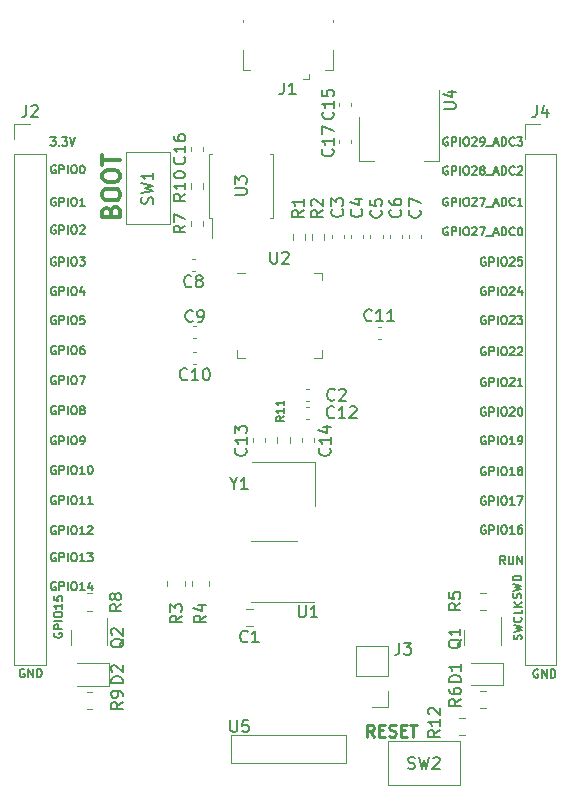
<source format=gbr>
%TF.GenerationSoftware,KiCad,Pcbnew,7.0.9*%
%TF.CreationDate,2023-12-13T11:13:32+03:00*%
%TF.ProjectId,rp2040,72703230-3430-42e6-9b69-6361645f7063,rev?*%
%TF.SameCoordinates,Original*%
%TF.FileFunction,Legend,Top*%
%TF.FilePolarity,Positive*%
%FSLAX46Y46*%
G04 Gerber Fmt 4.6, Leading zero omitted, Abs format (unit mm)*
G04 Created by KiCad (PCBNEW 7.0.9) date 2023-12-13 11:13:32*
%MOMM*%
%LPD*%
G01*
G04 APERTURE LIST*
%ADD10C,0.150000*%
%ADD11C,0.300000*%
%ADD12C,0.250000*%
%ADD13C,0.120000*%
G04 APERTURE END LIST*
D10*
X123082017Y-87239866D02*
X123015350Y-87206533D01*
X123015350Y-87206533D02*
X122915350Y-87206533D01*
X122915350Y-87206533D02*
X122815350Y-87239866D01*
X122815350Y-87239866D02*
X122748684Y-87306533D01*
X122748684Y-87306533D02*
X122715350Y-87373200D01*
X122715350Y-87373200D02*
X122682017Y-87506533D01*
X122682017Y-87506533D02*
X122682017Y-87606533D01*
X122682017Y-87606533D02*
X122715350Y-87739866D01*
X122715350Y-87739866D02*
X122748684Y-87806533D01*
X122748684Y-87806533D02*
X122815350Y-87873200D01*
X122815350Y-87873200D02*
X122915350Y-87906533D01*
X122915350Y-87906533D02*
X122982017Y-87906533D01*
X122982017Y-87906533D02*
X123082017Y-87873200D01*
X123082017Y-87873200D02*
X123115350Y-87839866D01*
X123115350Y-87839866D02*
X123115350Y-87606533D01*
X123115350Y-87606533D02*
X122982017Y-87606533D01*
X123415350Y-87906533D02*
X123415350Y-87206533D01*
X123415350Y-87206533D02*
X123682017Y-87206533D01*
X123682017Y-87206533D02*
X123748684Y-87239866D01*
X123748684Y-87239866D02*
X123782017Y-87273200D01*
X123782017Y-87273200D02*
X123815350Y-87339866D01*
X123815350Y-87339866D02*
X123815350Y-87439866D01*
X123815350Y-87439866D02*
X123782017Y-87506533D01*
X123782017Y-87506533D02*
X123748684Y-87539866D01*
X123748684Y-87539866D02*
X123682017Y-87573200D01*
X123682017Y-87573200D02*
X123415350Y-87573200D01*
X124115350Y-87906533D02*
X124115350Y-87206533D01*
X124582017Y-87206533D02*
X124715350Y-87206533D01*
X124715350Y-87206533D02*
X124782017Y-87239866D01*
X124782017Y-87239866D02*
X124848683Y-87306533D01*
X124848683Y-87306533D02*
X124882017Y-87439866D01*
X124882017Y-87439866D02*
X124882017Y-87673200D01*
X124882017Y-87673200D02*
X124848683Y-87806533D01*
X124848683Y-87806533D02*
X124782017Y-87873200D01*
X124782017Y-87873200D02*
X124715350Y-87906533D01*
X124715350Y-87906533D02*
X124582017Y-87906533D01*
X124582017Y-87906533D02*
X124515350Y-87873200D01*
X124515350Y-87873200D02*
X124448683Y-87806533D01*
X124448683Y-87806533D02*
X124415350Y-87673200D01*
X124415350Y-87673200D02*
X124415350Y-87439866D01*
X124415350Y-87439866D02*
X124448683Y-87306533D01*
X124448683Y-87306533D02*
X124515350Y-87239866D01*
X124515350Y-87239866D02*
X124582017Y-87206533D01*
X125115350Y-87206533D02*
X125548683Y-87206533D01*
X125548683Y-87206533D02*
X125315350Y-87473200D01*
X125315350Y-87473200D02*
X125415350Y-87473200D01*
X125415350Y-87473200D02*
X125482016Y-87506533D01*
X125482016Y-87506533D02*
X125515350Y-87539866D01*
X125515350Y-87539866D02*
X125548683Y-87606533D01*
X125548683Y-87606533D02*
X125548683Y-87773200D01*
X125548683Y-87773200D02*
X125515350Y-87839866D01*
X125515350Y-87839866D02*
X125482016Y-87873200D01*
X125482016Y-87873200D02*
X125415350Y-87906533D01*
X125415350Y-87906533D02*
X125215350Y-87906533D01*
X125215350Y-87906533D02*
X125148683Y-87873200D01*
X125148683Y-87873200D02*
X125115350Y-87839866D01*
X123082017Y-102389866D02*
X123015350Y-102356533D01*
X123015350Y-102356533D02*
X122915350Y-102356533D01*
X122915350Y-102356533D02*
X122815350Y-102389866D01*
X122815350Y-102389866D02*
X122748684Y-102456533D01*
X122748684Y-102456533D02*
X122715350Y-102523200D01*
X122715350Y-102523200D02*
X122682017Y-102656533D01*
X122682017Y-102656533D02*
X122682017Y-102756533D01*
X122682017Y-102756533D02*
X122715350Y-102889866D01*
X122715350Y-102889866D02*
X122748684Y-102956533D01*
X122748684Y-102956533D02*
X122815350Y-103023200D01*
X122815350Y-103023200D02*
X122915350Y-103056533D01*
X122915350Y-103056533D02*
X122982017Y-103056533D01*
X122982017Y-103056533D02*
X123082017Y-103023200D01*
X123082017Y-103023200D02*
X123115350Y-102989866D01*
X123115350Y-102989866D02*
X123115350Y-102756533D01*
X123115350Y-102756533D02*
X122982017Y-102756533D01*
X123415350Y-103056533D02*
X123415350Y-102356533D01*
X123415350Y-102356533D02*
X123682017Y-102356533D01*
X123682017Y-102356533D02*
X123748684Y-102389866D01*
X123748684Y-102389866D02*
X123782017Y-102423200D01*
X123782017Y-102423200D02*
X123815350Y-102489866D01*
X123815350Y-102489866D02*
X123815350Y-102589866D01*
X123815350Y-102589866D02*
X123782017Y-102656533D01*
X123782017Y-102656533D02*
X123748684Y-102689866D01*
X123748684Y-102689866D02*
X123682017Y-102723200D01*
X123682017Y-102723200D02*
X123415350Y-102723200D01*
X124115350Y-103056533D02*
X124115350Y-102356533D01*
X124582017Y-102356533D02*
X124715350Y-102356533D01*
X124715350Y-102356533D02*
X124782017Y-102389866D01*
X124782017Y-102389866D02*
X124848683Y-102456533D01*
X124848683Y-102456533D02*
X124882017Y-102589866D01*
X124882017Y-102589866D02*
X124882017Y-102823200D01*
X124882017Y-102823200D02*
X124848683Y-102956533D01*
X124848683Y-102956533D02*
X124782017Y-103023200D01*
X124782017Y-103023200D02*
X124715350Y-103056533D01*
X124715350Y-103056533D02*
X124582017Y-103056533D01*
X124582017Y-103056533D02*
X124515350Y-103023200D01*
X124515350Y-103023200D02*
X124448683Y-102956533D01*
X124448683Y-102956533D02*
X124415350Y-102823200D01*
X124415350Y-102823200D02*
X124415350Y-102589866D01*
X124415350Y-102589866D02*
X124448683Y-102456533D01*
X124448683Y-102456533D02*
X124515350Y-102389866D01*
X124515350Y-102389866D02*
X124582017Y-102356533D01*
X125215350Y-103056533D02*
X125348683Y-103056533D01*
X125348683Y-103056533D02*
X125415350Y-103023200D01*
X125415350Y-103023200D02*
X125448683Y-102989866D01*
X125448683Y-102989866D02*
X125515350Y-102889866D01*
X125515350Y-102889866D02*
X125548683Y-102756533D01*
X125548683Y-102756533D02*
X125548683Y-102489866D01*
X125548683Y-102489866D02*
X125515350Y-102423200D01*
X125515350Y-102423200D02*
X125482016Y-102389866D01*
X125482016Y-102389866D02*
X125415350Y-102356533D01*
X125415350Y-102356533D02*
X125282016Y-102356533D01*
X125282016Y-102356533D02*
X125215350Y-102389866D01*
X125215350Y-102389866D02*
X125182016Y-102423200D01*
X125182016Y-102423200D02*
X125148683Y-102489866D01*
X125148683Y-102489866D02*
X125148683Y-102656533D01*
X125148683Y-102656533D02*
X125182016Y-102723200D01*
X125182016Y-102723200D02*
X125215350Y-102756533D01*
X125215350Y-102756533D02*
X125282016Y-102789866D01*
X125282016Y-102789866D02*
X125415350Y-102789866D01*
X125415350Y-102789866D02*
X125482016Y-102756533D01*
X125482016Y-102756533D02*
X125515350Y-102723200D01*
X125515350Y-102723200D02*
X125548683Y-102656533D01*
X123082017Y-112289866D02*
X123015350Y-112256533D01*
X123015350Y-112256533D02*
X122915350Y-112256533D01*
X122915350Y-112256533D02*
X122815350Y-112289866D01*
X122815350Y-112289866D02*
X122748684Y-112356533D01*
X122748684Y-112356533D02*
X122715350Y-112423200D01*
X122715350Y-112423200D02*
X122682017Y-112556533D01*
X122682017Y-112556533D02*
X122682017Y-112656533D01*
X122682017Y-112656533D02*
X122715350Y-112789866D01*
X122715350Y-112789866D02*
X122748684Y-112856533D01*
X122748684Y-112856533D02*
X122815350Y-112923200D01*
X122815350Y-112923200D02*
X122915350Y-112956533D01*
X122915350Y-112956533D02*
X122982017Y-112956533D01*
X122982017Y-112956533D02*
X123082017Y-112923200D01*
X123082017Y-112923200D02*
X123115350Y-112889866D01*
X123115350Y-112889866D02*
X123115350Y-112656533D01*
X123115350Y-112656533D02*
X122982017Y-112656533D01*
X123415350Y-112956533D02*
X123415350Y-112256533D01*
X123415350Y-112256533D02*
X123682017Y-112256533D01*
X123682017Y-112256533D02*
X123748684Y-112289866D01*
X123748684Y-112289866D02*
X123782017Y-112323200D01*
X123782017Y-112323200D02*
X123815350Y-112389866D01*
X123815350Y-112389866D02*
X123815350Y-112489866D01*
X123815350Y-112489866D02*
X123782017Y-112556533D01*
X123782017Y-112556533D02*
X123748684Y-112589866D01*
X123748684Y-112589866D02*
X123682017Y-112623200D01*
X123682017Y-112623200D02*
X123415350Y-112623200D01*
X124115350Y-112956533D02*
X124115350Y-112256533D01*
X124582017Y-112256533D02*
X124715350Y-112256533D01*
X124715350Y-112256533D02*
X124782017Y-112289866D01*
X124782017Y-112289866D02*
X124848683Y-112356533D01*
X124848683Y-112356533D02*
X124882017Y-112489866D01*
X124882017Y-112489866D02*
X124882017Y-112723200D01*
X124882017Y-112723200D02*
X124848683Y-112856533D01*
X124848683Y-112856533D02*
X124782017Y-112923200D01*
X124782017Y-112923200D02*
X124715350Y-112956533D01*
X124715350Y-112956533D02*
X124582017Y-112956533D01*
X124582017Y-112956533D02*
X124515350Y-112923200D01*
X124515350Y-112923200D02*
X124448683Y-112856533D01*
X124448683Y-112856533D02*
X124415350Y-112723200D01*
X124415350Y-112723200D02*
X124415350Y-112489866D01*
X124415350Y-112489866D02*
X124448683Y-112356533D01*
X124448683Y-112356533D02*
X124515350Y-112289866D01*
X124515350Y-112289866D02*
X124582017Y-112256533D01*
X125548683Y-112956533D02*
X125148683Y-112956533D01*
X125348683Y-112956533D02*
X125348683Y-112256533D01*
X125348683Y-112256533D02*
X125282016Y-112356533D01*
X125282016Y-112356533D02*
X125215350Y-112423200D01*
X125215350Y-112423200D02*
X125148683Y-112456533D01*
X125782017Y-112256533D02*
X126215350Y-112256533D01*
X126215350Y-112256533D02*
X125982017Y-112523200D01*
X125982017Y-112523200D02*
X126082017Y-112523200D01*
X126082017Y-112523200D02*
X126148683Y-112556533D01*
X126148683Y-112556533D02*
X126182017Y-112589866D01*
X126182017Y-112589866D02*
X126215350Y-112656533D01*
X126215350Y-112656533D02*
X126215350Y-112823200D01*
X126215350Y-112823200D02*
X126182017Y-112889866D01*
X126182017Y-112889866D02*
X126148683Y-112923200D01*
X126148683Y-112923200D02*
X126082017Y-112956533D01*
X126082017Y-112956533D02*
X125882017Y-112956533D01*
X125882017Y-112956533D02*
X125815350Y-112923200D01*
X125815350Y-112923200D02*
X125782017Y-112889866D01*
X159482017Y-104989866D02*
X159415350Y-104956533D01*
X159415350Y-104956533D02*
X159315350Y-104956533D01*
X159315350Y-104956533D02*
X159215350Y-104989866D01*
X159215350Y-104989866D02*
X159148684Y-105056533D01*
X159148684Y-105056533D02*
X159115350Y-105123200D01*
X159115350Y-105123200D02*
X159082017Y-105256533D01*
X159082017Y-105256533D02*
X159082017Y-105356533D01*
X159082017Y-105356533D02*
X159115350Y-105489866D01*
X159115350Y-105489866D02*
X159148684Y-105556533D01*
X159148684Y-105556533D02*
X159215350Y-105623200D01*
X159215350Y-105623200D02*
X159315350Y-105656533D01*
X159315350Y-105656533D02*
X159382017Y-105656533D01*
X159382017Y-105656533D02*
X159482017Y-105623200D01*
X159482017Y-105623200D02*
X159515350Y-105589866D01*
X159515350Y-105589866D02*
X159515350Y-105356533D01*
X159515350Y-105356533D02*
X159382017Y-105356533D01*
X159815350Y-105656533D02*
X159815350Y-104956533D01*
X159815350Y-104956533D02*
X160082017Y-104956533D01*
X160082017Y-104956533D02*
X160148684Y-104989866D01*
X160148684Y-104989866D02*
X160182017Y-105023200D01*
X160182017Y-105023200D02*
X160215350Y-105089866D01*
X160215350Y-105089866D02*
X160215350Y-105189866D01*
X160215350Y-105189866D02*
X160182017Y-105256533D01*
X160182017Y-105256533D02*
X160148684Y-105289866D01*
X160148684Y-105289866D02*
X160082017Y-105323200D01*
X160082017Y-105323200D02*
X159815350Y-105323200D01*
X160515350Y-105656533D02*
X160515350Y-104956533D01*
X160982017Y-104956533D02*
X161115350Y-104956533D01*
X161115350Y-104956533D02*
X161182017Y-104989866D01*
X161182017Y-104989866D02*
X161248683Y-105056533D01*
X161248683Y-105056533D02*
X161282017Y-105189866D01*
X161282017Y-105189866D02*
X161282017Y-105423200D01*
X161282017Y-105423200D02*
X161248683Y-105556533D01*
X161248683Y-105556533D02*
X161182017Y-105623200D01*
X161182017Y-105623200D02*
X161115350Y-105656533D01*
X161115350Y-105656533D02*
X160982017Y-105656533D01*
X160982017Y-105656533D02*
X160915350Y-105623200D01*
X160915350Y-105623200D02*
X160848683Y-105556533D01*
X160848683Y-105556533D02*
X160815350Y-105423200D01*
X160815350Y-105423200D02*
X160815350Y-105189866D01*
X160815350Y-105189866D02*
X160848683Y-105056533D01*
X160848683Y-105056533D02*
X160915350Y-104989866D01*
X160915350Y-104989866D02*
X160982017Y-104956533D01*
X161948683Y-105656533D02*
X161548683Y-105656533D01*
X161748683Y-105656533D02*
X161748683Y-104956533D01*
X161748683Y-104956533D02*
X161682016Y-105056533D01*
X161682016Y-105056533D02*
X161615350Y-105123200D01*
X161615350Y-105123200D02*
X161548683Y-105156533D01*
X162348683Y-105256533D02*
X162282017Y-105223200D01*
X162282017Y-105223200D02*
X162248683Y-105189866D01*
X162248683Y-105189866D02*
X162215350Y-105123200D01*
X162215350Y-105123200D02*
X162215350Y-105089866D01*
X162215350Y-105089866D02*
X162248683Y-105023200D01*
X162248683Y-105023200D02*
X162282017Y-104989866D01*
X162282017Y-104989866D02*
X162348683Y-104956533D01*
X162348683Y-104956533D02*
X162482017Y-104956533D01*
X162482017Y-104956533D02*
X162548683Y-104989866D01*
X162548683Y-104989866D02*
X162582017Y-105023200D01*
X162582017Y-105023200D02*
X162615350Y-105089866D01*
X162615350Y-105089866D02*
X162615350Y-105123200D01*
X162615350Y-105123200D02*
X162582017Y-105189866D01*
X162582017Y-105189866D02*
X162548683Y-105223200D01*
X162548683Y-105223200D02*
X162482017Y-105256533D01*
X162482017Y-105256533D02*
X162348683Y-105256533D01*
X162348683Y-105256533D02*
X162282017Y-105289866D01*
X162282017Y-105289866D02*
X162248683Y-105323200D01*
X162248683Y-105323200D02*
X162215350Y-105389866D01*
X162215350Y-105389866D02*
X162215350Y-105523200D01*
X162215350Y-105523200D02*
X162248683Y-105589866D01*
X162248683Y-105589866D02*
X162282017Y-105623200D01*
X162282017Y-105623200D02*
X162348683Y-105656533D01*
X162348683Y-105656533D02*
X162482017Y-105656533D01*
X162482017Y-105656533D02*
X162548683Y-105623200D01*
X162548683Y-105623200D02*
X162582017Y-105589866D01*
X162582017Y-105589866D02*
X162615350Y-105523200D01*
X162615350Y-105523200D02*
X162615350Y-105389866D01*
X162615350Y-105389866D02*
X162582017Y-105323200D01*
X162582017Y-105323200D02*
X162548683Y-105289866D01*
X162548683Y-105289866D02*
X162482017Y-105256533D01*
X123082017Y-79439866D02*
X123015350Y-79406533D01*
X123015350Y-79406533D02*
X122915350Y-79406533D01*
X122915350Y-79406533D02*
X122815350Y-79439866D01*
X122815350Y-79439866D02*
X122748684Y-79506533D01*
X122748684Y-79506533D02*
X122715350Y-79573200D01*
X122715350Y-79573200D02*
X122682017Y-79706533D01*
X122682017Y-79706533D02*
X122682017Y-79806533D01*
X122682017Y-79806533D02*
X122715350Y-79939866D01*
X122715350Y-79939866D02*
X122748684Y-80006533D01*
X122748684Y-80006533D02*
X122815350Y-80073200D01*
X122815350Y-80073200D02*
X122915350Y-80106533D01*
X122915350Y-80106533D02*
X122982017Y-80106533D01*
X122982017Y-80106533D02*
X123082017Y-80073200D01*
X123082017Y-80073200D02*
X123115350Y-80039866D01*
X123115350Y-80039866D02*
X123115350Y-79806533D01*
X123115350Y-79806533D02*
X122982017Y-79806533D01*
X123415350Y-80106533D02*
X123415350Y-79406533D01*
X123415350Y-79406533D02*
X123682017Y-79406533D01*
X123682017Y-79406533D02*
X123748684Y-79439866D01*
X123748684Y-79439866D02*
X123782017Y-79473200D01*
X123782017Y-79473200D02*
X123815350Y-79539866D01*
X123815350Y-79539866D02*
X123815350Y-79639866D01*
X123815350Y-79639866D02*
X123782017Y-79706533D01*
X123782017Y-79706533D02*
X123748684Y-79739866D01*
X123748684Y-79739866D02*
X123682017Y-79773200D01*
X123682017Y-79773200D02*
X123415350Y-79773200D01*
X124115350Y-80106533D02*
X124115350Y-79406533D01*
X124582017Y-79406533D02*
X124715350Y-79406533D01*
X124715350Y-79406533D02*
X124782017Y-79439866D01*
X124782017Y-79439866D02*
X124848683Y-79506533D01*
X124848683Y-79506533D02*
X124882017Y-79639866D01*
X124882017Y-79639866D02*
X124882017Y-79873200D01*
X124882017Y-79873200D02*
X124848683Y-80006533D01*
X124848683Y-80006533D02*
X124782017Y-80073200D01*
X124782017Y-80073200D02*
X124715350Y-80106533D01*
X124715350Y-80106533D02*
X124582017Y-80106533D01*
X124582017Y-80106533D02*
X124515350Y-80073200D01*
X124515350Y-80073200D02*
X124448683Y-80006533D01*
X124448683Y-80006533D02*
X124415350Y-79873200D01*
X124415350Y-79873200D02*
X124415350Y-79639866D01*
X124415350Y-79639866D02*
X124448683Y-79506533D01*
X124448683Y-79506533D02*
X124515350Y-79439866D01*
X124515350Y-79439866D02*
X124582017Y-79406533D01*
X125315350Y-79406533D02*
X125382016Y-79406533D01*
X125382016Y-79406533D02*
X125448683Y-79439866D01*
X125448683Y-79439866D02*
X125482016Y-79473200D01*
X125482016Y-79473200D02*
X125515350Y-79539866D01*
X125515350Y-79539866D02*
X125548683Y-79673200D01*
X125548683Y-79673200D02*
X125548683Y-79839866D01*
X125548683Y-79839866D02*
X125515350Y-79973200D01*
X125515350Y-79973200D02*
X125482016Y-80039866D01*
X125482016Y-80039866D02*
X125448683Y-80073200D01*
X125448683Y-80073200D02*
X125382016Y-80106533D01*
X125382016Y-80106533D02*
X125315350Y-80106533D01*
X125315350Y-80106533D02*
X125248683Y-80073200D01*
X125248683Y-80073200D02*
X125215350Y-80039866D01*
X125215350Y-80039866D02*
X125182016Y-79973200D01*
X125182016Y-79973200D02*
X125148683Y-79839866D01*
X125148683Y-79839866D02*
X125148683Y-79673200D01*
X125148683Y-79673200D02*
X125182016Y-79539866D01*
X125182016Y-79539866D02*
X125215350Y-79473200D01*
X125215350Y-79473200D02*
X125248683Y-79439866D01*
X125248683Y-79439866D02*
X125315350Y-79406533D01*
X159482017Y-102389866D02*
X159415350Y-102356533D01*
X159415350Y-102356533D02*
X159315350Y-102356533D01*
X159315350Y-102356533D02*
X159215350Y-102389866D01*
X159215350Y-102389866D02*
X159148684Y-102456533D01*
X159148684Y-102456533D02*
X159115350Y-102523200D01*
X159115350Y-102523200D02*
X159082017Y-102656533D01*
X159082017Y-102656533D02*
X159082017Y-102756533D01*
X159082017Y-102756533D02*
X159115350Y-102889866D01*
X159115350Y-102889866D02*
X159148684Y-102956533D01*
X159148684Y-102956533D02*
X159215350Y-103023200D01*
X159215350Y-103023200D02*
X159315350Y-103056533D01*
X159315350Y-103056533D02*
X159382017Y-103056533D01*
X159382017Y-103056533D02*
X159482017Y-103023200D01*
X159482017Y-103023200D02*
X159515350Y-102989866D01*
X159515350Y-102989866D02*
X159515350Y-102756533D01*
X159515350Y-102756533D02*
X159382017Y-102756533D01*
X159815350Y-103056533D02*
X159815350Y-102356533D01*
X159815350Y-102356533D02*
X160082017Y-102356533D01*
X160082017Y-102356533D02*
X160148684Y-102389866D01*
X160148684Y-102389866D02*
X160182017Y-102423200D01*
X160182017Y-102423200D02*
X160215350Y-102489866D01*
X160215350Y-102489866D02*
X160215350Y-102589866D01*
X160215350Y-102589866D02*
X160182017Y-102656533D01*
X160182017Y-102656533D02*
X160148684Y-102689866D01*
X160148684Y-102689866D02*
X160082017Y-102723200D01*
X160082017Y-102723200D02*
X159815350Y-102723200D01*
X160515350Y-103056533D02*
X160515350Y-102356533D01*
X160982017Y-102356533D02*
X161115350Y-102356533D01*
X161115350Y-102356533D02*
X161182017Y-102389866D01*
X161182017Y-102389866D02*
X161248683Y-102456533D01*
X161248683Y-102456533D02*
X161282017Y-102589866D01*
X161282017Y-102589866D02*
X161282017Y-102823200D01*
X161282017Y-102823200D02*
X161248683Y-102956533D01*
X161248683Y-102956533D02*
X161182017Y-103023200D01*
X161182017Y-103023200D02*
X161115350Y-103056533D01*
X161115350Y-103056533D02*
X160982017Y-103056533D01*
X160982017Y-103056533D02*
X160915350Y-103023200D01*
X160915350Y-103023200D02*
X160848683Y-102956533D01*
X160848683Y-102956533D02*
X160815350Y-102823200D01*
X160815350Y-102823200D02*
X160815350Y-102589866D01*
X160815350Y-102589866D02*
X160848683Y-102456533D01*
X160848683Y-102456533D02*
X160915350Y-102389866D01*
X160915350Y-102389866D02*
X160982017Y-102356533D01*
X161948683Y-103056533D02*
X161548683Y-103056533D01*
X161748683Y-103056533D02*
X161748683Y-102356533D01*
X161748683Y-102356533D02*
X161682016Y-102456533D01*
X161682016Y-102456533D02*
X161615350Y-102523200D01*
X161615350Y-102523200D02*
X161548683Y-102556533D01*
X162282017Y-103056533D02*
X162415350Y-103056533D01*
X162415350Y-103056533D02*
X162482017Y-103023200D01*
X162482017Y-103023200D02*
X162515350Y-102989866D01*
X162515350Y-102989866D02*
X162582017Y-102889866D01*
X162582017Y-102889866D02*
X162615350Y-102756533D01*
X162615350Y-102756533D02*
X162615350Y-102489866D01*
X162615350Y-102489866D02*
X162582017Y-102423200D01*
X162582017Y-102423200D02*
X162548683Y-102389866D01*
X162548683Y-102389866D02*
X162482017Y-102356533D01*
X162482017Y-102356533D02*
X162348683Y-102356533D01*
X162348683Y-102356533D02*
X162282017Y-102389866D01*
X162282017Y-102389866D02*
X162248683Y-102423200D01*
X162248683Y-102423200D02*
X162215350Y-102489866D01*
X162215350Y-102489866D02*
X162215350Y-102656533D01*
X162215350Y-102656533D02*
X162248683Y-102723200D01*
X162248683Y-102723200D02*
X162282017Y-102756533D01*
X162282017Y-102756533D02*
X162348683Y-102789866D01*
X162348683Y-102789866D02*
X162482017Y-102789866D01*
X162482017Y-102789866D02*
X162548683Y-102756533D01*
X162548683Y-102756533D02*
X162582017Y-102723200D01*
X162582017Y-102723200D02*
X162615350Y-102656533D01*
X123082017Y-99839866D02*
X123015350Y-99806533D01*
X123015350Y-99806533D02*
X122915350Y-99806533D01*
X122915350Y-99806533D02*
X122815350Y-99839866D01*
X122815350Y-99839866D02*
X122748684Y-99906533D01*
X122748684Y-99906533D02*
X122715350Y-99973200D01*
X122715350Y-99973200D02*
X122682017Y-100106533D01*
X122682017Y-100106533D02*
X122682017Y-100206533D01*
X122682017Y-100206533D02*
X122715350Y-100339866D01*
X122715350Y-100339866D02*
X122748684Y-100406533D01*
X122748684Y-100406533D02*
X122815350Y-100473200D01*
X122815350Y-100473200D02*
X122915350Y-100506533D01*
X122915350Y-100506533D02*
X122982017Y-100506533D01*
X122982017Y-100506533D02*
X123082017Y-100473200D01*
X123082017Y-100473200D02*
X123115350Y-100439866D01*
X123115350Y-100439866D02*
X123115350Y-100206533D01*
X123115350Y-100206533D02*
X122982017Y-100206533D01*
X123415350Y-100506533D02*
X123415350Y-99806533D01*
X123415350Y-99806533D02*
X123682017Y-99806533D01*
X123682017Y-99806533D02*
X123748684Y-99839866D01*
X123748684Y-99839866D02*
X123782017Y-99873200D01*
X123782017Y-99873200D02*
X123815350Y-99939866D01*
X123815350Y-99939866D02*
X123815350Y-100039866D01*
X123815350Y-100039866D02*
X123782017Y-100106533D01*
X123782017Y-100106533D02*
X123748684Y-100139866D01*
X123748684Y-100139866D02*
X123682017Y-100173200D01*
X123682017Y-100173200D02*
X123415350Y-100173200D01*
X124115350Y-100506533D02*
X124115350Y-99806533D01*
X124582017Y-99806533D02*
X124715350Y-99806533D01*
X124715350Y-99806533D02*
X124782017Y-99839866D01*
X124782017Y-99839866D02*
X124848683Y-99906533D01*
X124848683Y-99906533D02*
X124882017Y-100039866D01*
X124882017Y-100039866D02*
X124882017Y-100273200D01*
X124882017Y-100273200D02*
X124848683Y-100406533D01*
X124848683Y-100406533D02*
X124782017Y-100473200D01*
X124782017Y-100473200D02*
X124715350Y-100506533D01*
X124715350Y-100506533D02*
X124582017Y-100506533D01*
X124582017Y-100506533D02*
X124515350Y-100473200D01*
X124515350Y-100473200D02*
X124448683Y-100406533D01*
X124448683Y-100406533D02*
X124415350Y-100273200D01*
X124415350Y-100273200D02*
X124415350Y-100039866D01*
X124415350Y-100039866D02*
X124448683Y-99906533D01*
X124448683Y-99906533D02*
X124515350Y-99839866D01*
X124515350Y-99839866D02*
X124582017Y-99806533D01*
X125282016Y-100106533D02*
X125215350Y-100073200D01*
X125215350Y-100073200D02*
X125182016Y-100039866D01*
X125182016Y-100039866D02*
X125148683Y-99973200D01*
X125148683Y-99973200D02*
X125148683Y-99939866D01*
X125148683Y-99939866D02*
X125182016Y-99873200D01*
X125182016Y-99873200D02*
X125215350Y-99839866D01*
X125215350Y-99839866D02*
X125282016Y-99806533D01*
X125282016Y-99806533D02*
X125415350Y-99806533D01*
X125415350Y-99806533D02*
X125482016Y-99839866D01*
X125482016Y-99839866D02*
X125515350Y-99873200D01*
X125515350Y-99873200D02*
X125548683Y-99939866D01*
X125548683Y-99939866D02*
X125548683Y-99973200D01*
X125548683Y-99973200D02*
X125515350Y-100039866D01*
X125515350Y-100039866D02*
X125482016Y-100073200D01*
X125482016Y-100073200D02*
X125415350Y-100106533D01*
X125415350Y-100106533D02*
X125282016Y-100106533D01*
X125282016Y-100106533D02*
X125215350Y-100139866D01*
X125215350Y-100139866D02*
X125182016Y-100173200D01*
X125182016Y-100173200D02*
X125148683Y-100239866D01*
X125148683Y-100239866D02*
X125148683Y-100373200D01*
X125148683Y-100373200D02*
X125182016Y-100439866D01*
X125182016Y-100439866D02*
X125215350Y-100473200D01*
X125215350Y-100473200D02*
X125282016Y-100506533D01*
X125282016Y-100506533D02*
X125415350Y-100506533D01*
X125415350Y-100506533D02*
X125482016Y-100473200D01*
X125482016Y-100473200D02*
X125515350Y-100439866D01*
X125515350Y-100439866D02*
X125548683Y-100373200D01*
X125548683Y-100373200D02*
X125548683Y-100239866D01*
X125548683Y-100239866D02*
X125515350Y-100173200D01*
X125515350Y-100173200D02*
X125482016Y-100139866D01*
X125482016Y-100139866D02*
X125415350Y-100106533D01*
X123082017Y-109989866D02*
X123015350Y-109956533D01*
X123015350Y-109956533D02*
X122915350Y-109956533D01*
X122915350Y-109956533D02*
X122815350Y-109989866D01*
X122815350Y-109989866D02*
X122748684Y-110056533D01*
X122748684Y-110056533D02*
X122715350Y-110123200D01*
X122715350Y-110123200D02*
X122682017Y-110256533D01*
X122682017Y-110256533D02*
X122682017Y-110356533D01*
X122682017Y-110356533D02*
X122715350Y-110489866D01*
X122715350Y-110489866D02*
X122748684Y-110556533D01*
X122748684Y-110556533D02*
X122815350Y-110623200D01*
X122815350Y-110623200D02*
X122915350Y-110656533D01*
X122915350Y-110656533D02*
X122982017Y-110656533D01*
X122982017Y-110656533D02*
X123082017Y-110623200D01*
X123082017Y-110623200D02*
X123115350Y-110589866D01*
X123115350Y-110589866D02*
X123115350Y-110356533D01*
X123115350Y-110356533D02*
X122982017Y-110356533D01*
X123415350Y-110656533D02*
X123415350Y-109956533D01*
X123415350Y-109956533D02*
X123682017Y-109956533D01*
X123682017Y-109956533D02*
X123748684Y-109989866D01*
X123748684Y-109989866D02*
X123782017Y-110023200D01*
X123782017Y-110023200D02*
X123815350Y-110089866D01*
X123815350Y-110089866D02*
X123815350Y-110189866D01*
X123815350Y-110189866D02*
X123782017Y-110256533D01*
X123782017Y-110256533D02*
X123748684Y-110289866D01*
X123748684Y-110289866D02*
X123682017Y-110323200D01*
X123682017Y-110323200D02*
X123415350Y-110323200D01*
X124115350Y-110656533D02*
X124115350Y-109956533D01*
X124582017Y-109956533D02*
X124715350Y-109956533D01*
X124715350Y-109956533D02*
X124782017Y-109989866D01*
X124782017Y-109989866D02*
X124848683Y-110056533D01*
X124848683Y-110056533D02*
X124882017Y-110189866D01*
X124882017Y-110189866D02*
X124882017Y-110423200D01*
X124882017Y-110423200D02*
X124848683Y-110556533D01*
X124848683Y-110556533D02*
X124782017Y-110623200D01*
X124782017Y-110623200D02*
X124715350Y-110656533D01*
X124715350Y-110656533D02*
X124582017Y-110656533D01*
X124582017Y-110656533D02*
X124515350Y-110623200D01*
X124515350Y-110623200D02*
X124448683Y-110556533D01*
X124448683Y-110556533D02*
X124415350Y-110423200D01*
X124415350Y-110423200D02*
X124415350Y-110189866D01*
X124415350Y-110189866D02*
X124448683Y-110056533D01*
X124448683Y-110056533D02*
X124515350Y-109989866D01*
X124515350Y-109989866D02*
X124582017Y-109956533D01*
X125548683Y-110656533D02*
X125148683Y-110656533D01*
X125348683Y-110656533D02*
X125348683Y-109956533D01*
X125348683Y-109956533D02*
X125282016Y-110056533D01*
X125282016Y-110056533D02*
X125215350Y-110123200D01*
X125215350Y-110123200D02*
X125148683Y-110156533D01*
X125815350Y-110023200D02*
X125848683Y-109989866D01*
X125848683Y-109989866D02*
X125915350Y-109956533D01*
X125915350Y-109956533D02*
X126082017Y-109956533D01*
X126082017Y-109956533D02*
X126148683Y-109989866D01*
X126148683Y-109989866D02*
X126182017Y-110023200D01*
X126182017Y-110023200D02*
X126215350Y-110089866D01*
X126215350Y-110089866D02*
X126215350Y-110156533D01*
X126215350Y-110156533D02*
X126182017Y-110256533D01*
X126182017Y-110256533D02*
X125782017Y-110656533D01*
X125782017Y-110656533D02*
X126215350Y-110656533D01*
X162473200Y-116067982D02*
X162506533Y-115967982D01*
X162506533Y-115967982D02*
X162506533Y-115801316D01*
X162506533Y-115801316D02*
X162473200Y-115734649D01*
X162473200Y-115734649D02*
X162439866Y-115701316D01*
X162439866Y-115701316D02*
X162373200Y-115667982D01*
X162373200Y-115667982D02*
X162306533Y-115667982D01*
X162306533Y-115667982D02*
X162239866Y-115701316D01*
X162239866Y-115701316D02*
X162206533Y-115734649D01*
X162206533Y-115734649D02*
X162173200Y-115801316D01*
X162173200Y-115801316D02*
X162139866Y-115934649D01*
X162139866Y-115934649D02*
X162106533Y-116001316D01*
X162106533Y-116001316D02*
X162073200Y-116034649D01*
X162073200Y-116034649D02*
X162006533Y-116067982D01*
X162006533Y-116067982D02*
X161939866Y-116067982D01*
X161939866Y-116067982D02*
X161873200Y-116034649D01*
X161873200Y-116034649D02*
X161839866Y-116001316D01*
X161839866Y-116001316D02*
X161806533Y-115934649D01*
X161806533Y-115934649D02*
X161806533Y-115767982D01*
X161806533Y-115767982D02*
X161839866Y-115667982D01*
X161806533Y-115434649D02*
X162506533Y-115267982D01*
X162506533Y-115267982D02*
X162006533Y-115134649D01*
X162006533Y-115134649D02*
X162506533Y-115001315D01*
X162506533Y-115001315D02*
X161806533Y-114834649D01*
X162506533Y-114567982D02*
X161806533Y-114567982D01*
X161806533Y-114567982D02*
X161806533Y-114401315D01*
X161806533Y-114401315D02*
X161839866Y-114301315D01*
X161839866Y-114301315D02*
X161906533Y-114234649D01*
X161906533Y-114234649D02*
X161973200Y-114201315D01*
X161973200Y-114201315D02*
X162106533Y-114167982D01*
X162106533Y-114167982D02*
X162206533Y-114167982D01*
X162206533Y-114167982D02*
X162339866Y-114201315D01*
X162339866Y-114201315D02*
X162406533Y-114234649D01*
X162406533Y-114234649D02*
X162473200Y-114301315D01*
X162473200Y-114301315D02*
X162506533Y-114401315D01*
X162506533Y-114401315D02*
X162506533Y-114567982D01*
X123082017Y-82189866D02*
X123015350Y-82156533D01*
X123015350Y-82156533D02*
X122915350Y-82156533D01*
X122915350Y-82156533D02*
X122815350Y-82189866D01*
X122815350Y-82189866D02*
X122748684Y-82256533D01*
X122748684Y-82256533D02*
X122715350Y-82323200D01*
X122715350Y-82323200D02*
X122682017Y-82456533D01*
X122682017Y-82456533D02*
X122682017Y-82556533D01*
X122682017Y-82556533D02*
X122715350Y-82689866D01*
X122715350Y-82689866D02*
X122748684Y-82756533D01*
X122748684Y-82756533D02*
X122815350Y-82823200D01*
X122815350Y-82823200D02*
X122915350Y-82856533D01*
X122915350Y-82856533D02*
X122982017Y-82856533D01*
X122982017Y-82856533D02*
X123082017Y-82823200D01*
X123082017Y-82823200D02*
X123115350Y-82789866D01*
X123115350Y-82789866D02*
X123115350Y-82556533D01*
X123115350Y-82556533D02*
X122982017Y-82556533D01*
X123415350Y-82856533D02*
X123415350Y-82156533D01*
X123415350Y-82156533D02*
X123682017Y-82156533D01*
X123682017Y-82156533D02*
X123748684Y-82189866D01*
X123748684Y-82189866D02*
X123782017Y-82223200D01*
X123782017Y-82223200D02*
X123815350Y-82289866D01*
X123815350Y-82289866D02*
X123815350Y-82389866D01*
X123815350Y-82389866D02*
X123782017Y-82456533D01*
X123782017Y-82456533D02*
X123748684Y-82489866D01*
X123748684Y-82489866D02*
X123682017Y-82523200D01*
X123682017Y-82523200D02*
X123415350Y-82523200D01*
X124115350Y-82856533D02*
X124115350Y-82156533D01*
X124582017Y-82156533D02*
X124715350Y-82156533D01*
X124715350Y-82156533D02*
X124782017Y-82189866D01*
X124782017Y-82189866D02*
X124848683Y-82256533D01*
X124848683Y-82256533D02*
X124882017Y-82389866D01*
X124882017Y-82389866D02*
X124882017Y-82623200D01*
X124882017Y-82623200D02*
X124848683Y-82756533D01*
X124848683Y-82756533D02*
X124782017Y-82823200D01*
X124782017Y-82823200D02*
X124715350Y-82856533D01*
X124715350Y-82856533D02*
X124582017Y-82856533D01*
X124582017Y-82856533D02*
X124515350Y-82823200D01*
X124515350Y-82823200D02*
X124448683Y-82756533D01*
X124448683Y-82756533D02*
X124415350Y-82623200D01*
X124415350Y-82623200D02*
X124415350Y-82389866D01*
X124415350Y-82389866D02*
X124448683Y-82256533D01*
X124448683Y-82256533D02*
X124515350Y-82189866D01*
X124515350Y-82189866D02*
X124582017Y-82156533D01*
X125548683Y-82856533D02*
X125148683Y-82856533D01*
X125348683Y-82856533D02*
X125348683Y-82156533D01*
X125348683Y-82156533D02*
X125282016Y-82256533D01*
X125282016Y-82256533D02*
X125215350Y-82323200D01*
X125215350Y-82323200D02*
X125148683Y-82356533D01*
X159482017Y-109939866D02*
X159415350Y-109906533D01*
X159415350Y-109906533D02*
X159315350Y-109906533D01*
X159315350Y-109906533D02*
X159215350Y-109939866D01*
X159215350Y-109939866D02*
X159148684Y-110006533D01*
X159148684Y-110006533D02*
X159115350Y-110073200D01*
X159115350Y-110073200D02*
X159082017Y-110206533D01*
X159082017Y-110206533D02*
X159082017Y-110306533D01*
X159082017Y-110306533D02*
X159115350Y-110439866D01*
X159115350Y-110439866D02*
X159148684Y-110506533D01*
X159148684Y-110506533D02*
X159215350Y-110573200D01*
X159215350Y-110573200D02*
X159315350Y-110606533D01*
X159315350Y-110606533D02*
X159382017Y-110606533D01*
X159382017Y-110606533D02*
X159482017Y-110573200D01*
X159482017Y-110573200D02*
X159515350Y-110539866D01*
X159515350Y-110539866D02*
X159515350Y-110306533D01*
X159515350Y-110306533D02*
X159382017Y-110306533D01*
X159815350Y-110606533D02*
X159815350Y-109906533D01*
X159815350Y-109906533D02*
X160082017Y-109906533D01*
X160082017Y-109906533D02*
X160148684Y-109939866D01*
X160148684Y-109939866D02*
X160182017Y-109973200D01*
X160182017Y-109973200D02*
X160215350Y-110039866D01*
X160215350Y-110039866D02*
X160215350Y-110139866D01*
X160215350Y-110139866D02*
X160182017Y-110206533D01*
X160182017Y-110206533D02*
X160148684Y-110239866D01*
X160148684Y-110239866D02*
X160082017Y-110273200D01*
X160082017Y-110273200D02*
X159815350Y-110273200D01*
X160515350Y-110606533D02*
X160515350Y-109906533D01*
X160982017Y-109906533D02*
X161115350Y-109906533D01*
X161115350Y-109906533D02*
X161182017Y-109939866D01*
X161182017Y-109939866D02*
X161248683Y-110006533D01*
X161248683Y-110006533D02*
X161282017Y-110139866D01*
X161282017Y-110139866D02*
X161282017Y-110373200D01*
X161282017Y-110373200D02*
X161248683Y-110506533D01*
X161248683Y-110506533D02*
X161182017Y-110573200D01*
X161182017Y-110573200D02*
X161115350Y-110606533D01*
X161115350Y-110606533D02*
X160982017Y-110606533D01*
X160982017Y-110606533D02*
X160915350Y-110573200D01*
X160915350Y-110573200D02*
X160848683Y-110506533D01*
X160848683Y-110506533D02*
X160815350Y-110373200D01*
X160815350Y-110373200D02*
X160815350Y-110139866D01*
X160815350Y-110139866D02*
X160848683Y-110006533D01*
X160848683Y-110006533D02*
X160915350Y-109939866D01*
X160915350Y-109939866D02*
X160982017Y-109906533D01*
X161948683Y-110606533D02*
X161548683Y-110606533D01*
X161748683Y-110606533D02*
X161748683Y-109906533D01*
X161748683Y-109906533D02*
X161682016Y-110006533D01*
X161682016Y-110006533D02*
X161615350Y-110073200D01*
X161615350Y-110073200D02*
X161548683Y-110106533D01*
X162548683Y-109906533D02*
X162415350Y-109906533D01*
X162415350Y-109906533D02*
X162348683Y-109939866D01*
X162348683Y-109939866D02*
X162315350Y-109973200D01*
X162315350Y-109973200D02*
X162248683Y-110073200D01*
X162248683Y-110073200D02*
X162215350Y-110206533D01*
X162215350Y-110206533D02*
X162215350Y-110473200D01*
X162215350Y-110473200D02*
X162248683Y-110539866D01*
X162248683Y-110539866D02*
X162282017Y-110573200D01*
X162282017Y-110573200D02*
X162348683Y-110606533D01*
X162348683Y-110606533D02*
X162482017Y-110606533D01*
X162482017Y-110606533D02*
X162548683Y-110573200D01*
X162548683Y-110573200D02*
X162582017Y-110539866D01*
X162582017Y-110539866D02*
X162615350Y-110473200D01*
X162615350Y-110473200D02*
X162615350Y-110306533D01*
X162615350Y-110306533D02*
X162582017Y-110239866D01*
X162582017Y-110239866D02*
X162548683Y-110206533D01*
X162548683Y-110206533D02*
X162482017Y-110173200D01*
X162482017Y-110173200D02*
X162348683Y-110173200D01*
X162348683Y-110173200D02*
X162282017Y-110206533D01*
X162282017Y-110206533D02*
X162248683Y-110239866D01*
X162248683Y-110239866D02*
X162215350Y-110306533D01*
X159482017Y-94839866D02*
X159415350Y-94806533D01*
X159415350Y-94806533D02*
X159315350Y-94806533D01*
X159315350Y-94806533D02*
X159215350Y-94839866D01*
X159215350Y-94839866D02*
X159148684Y-94906533D01*
X159148684Y-94906533D02*
X159115350Y-94973200D01*
X159115350Y-94973200D02*
X159082017Y-95106533D01*
X159082017Y-95106533D02*
X159082017Y-95206533D01*
X159082017Y-95206533D02*
X159115350Y-95339866D01*
X159115350Y-95339866D02*
X159148684Y-95406533D01*
X159148684Y-95406533D02*
X159215350Y-95473200D01*
X159215350Y-95473200D02*
X159315350Y-95506533D01*
X159315350Y-95506533D02*
X159382017Y-95506533D01*
X159382017Y-95506533D02*
X159482017Y-95473200D01*
X159482017Y-95473200D02*
X159515350Y-95439866D01*
X159515350Y-95439866D02*
X159515350Y-95206533D01*
X159515350Y-95206533D02*
X159382017Y-95206533D01*
X159815350Y-95506533D02*
X159815350Y-94806533D01*
X159815350Y-94806533D02*
X160082017Y-94806533D01*
X160082017Y-94806533D02*
X160148684Y-94839866D01*
X160148684Y-94839866D02*
X160182017Y-94873200D01*
X160182017Y-94873200D02*
X160215350Y-94939866D01*
X160215350Y-94939866D02*
X160215350Y-95039866D01*
X160215350Y-95039866D02*
X160182017Y-95106533D01*
X160182017Y-95106533D02*
X160148684Y-95139866D01*
X160148684Y-95139866D02*
X160082017Y-95173200D01*
X160082017Y-95173200D02*
X159815350Y-95173200D01*
X160515350Y-95506533D02*
X160515350Y-94806533D01*
X160982017Y-94806533D02*
X161115350Y-94806533D01*
X161115350Y-94806533D02*
X161182017Y-94839866D01*
X161182017Y-94839866D02*
X161248683Y-94906533D01*
X161248683Y-94906533D02*
X161282017Y-95039866D01*
X161282017Y-95039866D02*
X161282017Y-95273200D01*
X161282017Y-95273200D02*
X161248683Y-95406533D01*
X161248683Y-95406533D02*
X161182017Y-95473200D01*
X161182017Y-95473200D02*
X161115350Y-95506533D01*
X161115350Y-95506533D02*
X160982017Y-95506533D01*
X160982017Y-95506533D02*
X160915350Y-95473200D01*
X160915350Y-95473200D02*
X160848683Y-95406533D01*
X160848683Y-95406533D02*
X160815350Y-95273200D01*
X160815350Y-95273200D02*
X160815350Y-95039866D01*
X160815350Y-95039866D02*
X160848683Y-94906533D01*
X160848683Y-94906533D02*
X160915350Y-94839866D01*
X160915350Y-94839866D02*
X160982017Y-94806533D01*
X161548683Y-94873200D02*
X161582016Y-94839866D01*
X161582016Y-94839866D02*
X161648683Y-94806533D01*
X161648683Y-94806533D02*
X161815350Y-94806533D01*
X161815350Y-94806533D02*
X161882016Y-94839866D01*
X161882016Y-94839866D02*
X161915350Y-94873200D01*
X161915350Y-94873200D02*
X161948683Y-94939866D01*
X161948683Y-94939866D02*
X161948683Y-95006533D01*
X161948683Y-95006533D02*
X161915350Y-95106533D01*
X161915350Y-95106533D02*
X161515350Y-95506533D01*
X161515350Y-95506533D02*
X161948683Y-95506533D01*
X162215350Y-94873200D02*
X162248683Y-94839866D01*
X162248683Y-94839866D02*
X162315350Y-94806533D01*
X162315350Y-94806533D02*
X162482017Y-94806533D01*
X162482017Y-94806533D02*
X162548683Y-94839866D01*
X162548683Y-94839866D02*
X162582017Y-94873200D01*
X162582017Y-94873200D02*
X162615350Y-94939866D01*
X162615350Y-94939866D02*
X162615350Y-95006533D01*
X162615350Y-95006533D02*
X162582017Y-95106533D01*
X162582017Y-95106533D02*
X162182017Y-95506533D01*
X162182017Y-95506533D02*
X162615350Y-95506533D01*
X159482017Y-89739866D02*
X159415350Y-89706533D01*
X159415350Y-89706533D02*
X159315350Y-89706533D01*
X159315350Y-89706533D02*
X159215350Y-89739866D01*
X159215350Y-89739866D02*
X159148684Y-89806533D01*
X159148684Y-89806533D02*
X159115350Y-89873200D01*
X159115350Y-89873200D02*
X159082017Y-90006533D01*
X159082017Y-90006533D02*
X159082017Y-90106533D01*
X159082017Y-90106533D02*
X159115350Y-90239866D01*
X159115350Y-90239866D02*
X159148684Y-90306533D01*
X159148684Y-90306533D02*
X159215350Y-90373200D01*
X159215350Y-90373200D02*
X159315350Y-90406533D01*
X159315350Y-90406533D02*
X159382017Y-90406533D01*
X159382017Y-90406533D02*
X159482017Y-90373200D01*
X159482017Y-90373200D02*
X159515350Y-90339866D01*
X159515350Y-90339866D02*
X159515350Y-90106533D01*
X159515350Y-90106533D02*
X159382017Y-90106533D01*
X159815350Y-90406533D02*
X159815350Y-89706533D01*
X159815350Y-89706533D02*
X160082017Y-89706533D01*
X160082017Y-89706533D02*
X160148684Y-89739866D01*
X160148684Y-89739866D02*
X160182017Y-89773200D01*
X160182017Y-89773200D02*
X160215350Y-89839866D01*
X160215350Y-89839866D02*
X160215350Y-89939866D01*
X160215350Y-89939866D02*
X160182017Y-90006533D01*
X160182017Y-90006533D02*
X160148684Y-90039866D01*
X160148684Y-90039866D02*
X160082017Y-90073200D01*
X160082017Y-90073200D02*
X159815350Y-90073200D01*
X160515350Y-90406533D02*
X160515350Y-89706533D01*
X160982017Y-89706533D02*
X161115350Y-89706533D01*
X161115350Y-89706533D02*
X161182017Y-89739866D01*
X161182017Y-89739866D02*
X161248683Y-89806533D01*
X161248683Y-89806533D02*
X161282017Y-89939866D01*
X161282017Y-89939866D02*
X161282017Y-90173200D01*
X161282017Y-90173200D02*
X161248683Y-90306533D01*
X161248683Y-90306533D02*
X161182017Y-90373200D01*
X161182017Y-90373200D02*
X161115350Y-90406533D01*
X161115350Y-90406533D02*
X160982017Y-90406533D01*
X160982017Y-90406533D02*
X160915350Y-90373200D01*
X160915350Y-90373200D02*
X160848683Y-90306533D01*
X160848683Y-90306533D02*
X160815350Y-90173200D01*
X160815350Y-90173200D02*
X160815350Y-89939866D01*
X160815350Y-89939866D02*
X160848683Y-89806533D01*
X160848683Y-89806533D02*
X160915350Y-89739866D01*
X160915350Y-89739866D02*
X160982017Y-89706533D01*
X161548683Y-89773200D02*
X161582016Y-89739866D01*
X161582016Y-89739866D02*
X161648683Y-89706533D01*
X161648683Y-89706533D02*
X161815350Y-89706533D01*
X161815350Y-89706533D02*
X161882016Y-89739866D01*
X161882016Y-89739866D02*
X161915350Y-89773200D01*
X161915350Y-89773200D02*
X161948683Y-89839866D01*
X161948683Y-89839866D02*
X161948683Y-89906533D01*
X161948683Y-89906533D02*
X161915350Y-90006533D01*
X161915350Y-90006533D02*
X161515350Y-90406533D01*
X161515350Y-90406533D02*
X161948683Y-90406533D01*
X162548683Y-89939866D02*
X162548683Y-90406533D01*
X162382017Y-89673200D02*
X162215350Y-90173200D01*
X162215350Y-90173200D02*
X162648683Y-90173200D01*
D11*
X127765114Y-83320489D02*
X127836542Y-83106203D01*
X127836542Y-83106203D02*
X127907971Y-83034774D01*
X127907971Y-83034774D02*
X128050828Y-82963346D01*
X128050828Y-82963346D02*
X128265114Y-82963346D01*
X128265114Y-82963346D02*
X128407971Y-83034774D01*
X128407971Y-83034774D02*
X128479400Y-83106203D01*
X128479400Y-83106203D02*
X128550828Y-83249060D01*
X128550828Y-83249060D02*
X128550828Y-83820489D01*
X128550828Y-83820489D02*
X127050828Y-83820489D01*
X127050828Y-83820489D02*
X127050828Y-83320489D01*
X127050828Y-83320489D02*
X127122257Y-83177632D01*
X127122257Y-83177632D02*
X127193685Y-83106203D01*
X127193685Y-83106203D02*
X127336542Y-83034774D01*
X127336542Y-83034774D02*
X127479400Y-83034774D01*
X127479400Y-83034774D02*
X127622257Y-83106203D01*
X127622257Y-83106203D02*
X127693685Y-83177632D01*
X127693685Y-83177632D02*
X127765114Y-83320489D01*
X127765114Y-83320489D02*
X127765114Y-83820489D01*
X127050828Y-82034774D02*
X127050828Y-81749060D01*
X127050828Y-81749060D02*
X127122257Y-81606203D01*
X127122257Y-81606203D02*
X127265114Y-81463346D01*
X127265114Y-81463346D02*
X127550828Y-81391917D01*
X127550828Y-81391917D02*
X128050828Y-81391917D01*
X128050828Y-81391917D02*
X128336542Y-81463346D01*
X128336542Y-81463346D02*
X128479400Y-81606203D01*
X128479400Y-81606203D02*
X128550828Y-81749060D01*
X128550828Y-81749060D02*
X128550828Y-82034774D01*
X128550828Y-82034774D02*
X128479400Y-82177632D01*
X128479400Y-82177632D02*
X128336542Y-82320489D01*
X128336542Y-82320489D02*
X128050828Y-82391917D01*
X128050828Y-82391917D02*
X127550828Y-82391917D01*
X127550828Y-82391917D02*
X127265114Y-82320489D01*
X127265114Y-82320489D02*
X127122257Y-82177632D01*
X127122257Y-82177632D02*
X127050828Y-82034774D01*
X127050828Y-80463345D02*
X127050828Y-80177631D01*
X127050828Y-80177631D02*
X127122257Y-80034774D01*
X127122257Y-80034774D02*
X127265114Y-79891917D01*
X127265114Y-79891917D02*
X127550828Y-79820488D01*
X127550828Y-79820488D02*
X128050828Y-79820488D01*
X128050828Y-79820488D02*
X128336542Y-79891917D01*
X128336542Y-79891917D02*
X128479400Y-80034774D01*
X128479400Y-80034774D02*
X128550828Y-80177631D01*
X128550828Y-80177631D02*
X128550828Y-80463345D01*
X128550828Y-80463345D02*
X128479400Y-80606203D01*
X128479400Y-80606203D02*
X128336542Y-80749060D01*
X128336542Y-80749060D02*
X128050828Y-80820488D01*
X128050828Y-80820488D02*
X127550828Y-80820488D01*
X127550828Y-80820488D02*
X127265114Y-80749060D01*
X127265114Y-80749060D02*
X127122257Y-80606203D01*
X127122257Y-80606203D02*
X127050828Y-80463345D01*
X127050828Y-79391916D02*
X127050828Y-78534774D01*
X128550828Y-78963345D02*
X127050828Y-78963345D01*
D10*
X122648684Y-77056533D02*
X123082017Y-77056533D01*
X123082017Y-77056533D02*
X122848684Y-77323200D01*
X122848684Y-77323200D02*
X122948684Y-77323200D01*
X122948684Y-77323200D02*
X123015350Y-77356533D01*
X123015350Y-77356533D02*
X123048684Y-77389866D01*
X123048684Y-77389866D02*
X123082017Y-77456533D01*
X123082017Y-77456533D02*
X123082017Y-77623200D01*
X123082017Y-77623200D02*
X123048684Y-77689866D01*
X123048684Y-77689866D02*
X123015350Y-77723200D01*
X123015350Y-77723200D02*
X122948684Y-77756533D01*
X122948684Y-77756533D02*
X122748684Y-77756533D01*
X122748684Y-77756533D02*
X122682017Y-77723200D01*
X122682017Y-77723200D02*
X122648684Y-77689866D01*
X123382017Y-77689866D02*
X123415351Y-77723200D01*
X123415351Y-77723200D02*
X123382017Y-77756533D01*
X123382017Y-77756533D02*
X123348684Y-77723200D01*
X123348684Y-77723200D02*
X123382017Y-77689866D01*
X123382017Y-77689866D02*
X123382017Y-77756533D01*
X123648684Y-77056533D02*
X124082017Y-77056533D01*
X124082017Y-77056533D02*
X123848684Y-77323200D01*
X123848684Y-77323200D02*
X123948684Y-77323200D01*
X123948684Y-77323200D02*
X124015350Y-77356533D01*
X124015350Y-77356533D02*
X124048684Y-77389866D01*
X124048684Y-77389866D02*
X124082017Y-77456533D01*
X124082017Y-77456533D02*
X124082017Y-77623200D01*
X124082017Y-77623200D02*
X124048684Y-77689866D01*
X124048684Y-77689866D02*
X124015350Y-77723200D01*
X124015350Y-77723200D02*
X123948684Y-77756533D01*
X123948684Y-77756533D02*
X123748684Y-77756533D01*
X123748684Y-77756533D02*
X123682017Y-77723200D01*
X123682017Y-77723200D02*
X123648684Y-77689866D01*
X124282017Y-77056533D02*
X124515351Y-77756533D01*
X124515351Y-77756533D02*
X124748684Y-77056533D01*
X123082017Y-94739866D02*
X123015350Y-94706533D01*
X123015350Y-94706533D02*
X122915350Y-94706533D01*
X122915350Y-94706533D02*
X122815350Y-94739866D01*
X122815350Y-94739866D02*
X122748684Y-94806533D01*
X122748684Y-94806533D02*
X122715350Y-94873200D01*
X122715350Y-94873200D02*
X122682017Y-95006533D01*
X122682017Y-95006533D02*
X122682017Y-95106533D01*
X122682017Y-95106533D02*
X122715350Y-95239866D01*
X122715350Y-95239866D02*
X122748684Y-95306533D01*
X122748684Y-95306533D02*
X122815350Y-95373200D01*
X122815350Y-95373200D02*
X122915350Y-95406533D01*
X122915350Y-95406533D02*
X122982017Y-95406533D01*
X122982017Y-95406533D02*
X123082017Y-95373200D01*
X123082017Y-95373200D02*
X123115350Y-95339866D01*
X123115350Y-95339866D02*
X123115350Y-95106533D01*
X123115350Y-95106533D02*
X122982017Y-95106533D01*
X123415350Y-95406533D02*
X123415350Y-94706533D01*
X123415350Y-94706533D02*
X123682017Y-94706533D01*
X123682017Y-94706533D02*
X123748684Y-94739866D01*
X123748684Y-94739866D02*
X123782017Y-94773200D01*
X123782017Y-94773200D02*
X123815350Y-94839866D01*
X123815350Y-94839866D02*
X123815350Y-94939866D01*
X123815350Y-94939866D02*
X123782017Y-95006533D01*
X123782017Y-95006533D02*
X123748684Y-95039866D01*
X123748684Y-95039866D02*
X123682017Y-95073200D01*
X123682017Y-95073200D02*
X123415350Y-95073200D01*
X124115350Y-95406533D02*
X124115350Y-94706533D01*
X124582017Y-94706533D02*
X124715350Y-94706533D01*
X124715350Y-94706533D02*
X124782017Y-94739866D01*
X124782017Y-94739866D02*
X124848683Y-94806533D01*
X124848683Y-94806533D02*
X124882017Y-94939866D01*
X124882017Y-94939866D02*
X124882017Y-95173200D01*
X124882017Y-95173200D02*
X124848683Y-95306533D01*
X124848683Y-95306533D02*
X124782017Y-95373200D01*
X124782017Y-95373200D02*
X124715350Y-95406533D01*
X124715350Y-95406533D02*
X124582017Y-95406533D01*
X124582017Y-95406533D02*
X124515350Y-95373200D01*
X124515350Y-95373200D02*
X124448683Y-95306533D01*
X124448683Y-95306533D02*
X124415350Y-95173200D01*
X124415350Y-95173200D02*
X124415350Y-94939866D01*
X124415350Y-94939866D02*
X124448683Y-94806533D01*
X124448683Y-94806533D02*
X124515350Y-94739866D01*
X124515350Y-94739866D02*
X124582017Y-94706533D01*
X125482016Y-94706533D02*
X125348683Y-94706533D01*
X125348683Y-94706533D02*
X125282016Y-94739866D01*
X125282016Y-94739866D02*
X125248683Y-94773200D01*
X125248683Y-94773200D02*
X125182016Y-94873200D01*
X125182016Y-94873200D02*
X125148683Y-95006533D01*
X125148683Y-95006533D02*
X125148683Y-95273200D01*
X125148683Y-95273200D02*
X125182016Y-95339866D01*
X125182016Y-95339866D02*
X125215350Y-95373200D01*
X125215350Y-95373200D02*
X125282016Y-95406533D01*
X125282016Y-95406533D02*
X125415350Y-95406533D01*
X125415350Y-95406533D02*
X125482016Y-95373200D01*
X125482016Y-95373200D02*
X125515350Y-95339866D01*
X125515350Y-95339866D02*
X125548683Y-95273200D01*
X125548683Y-95273200D02*
X125548683Y-95106533D01*
X125548683Y-95106533D02*
X125515350Y-95039866D01*
X125515350Y-95039866D02*
X125482016Y-95006533D01*
X125482016Y-95006533D02*
X125415350Y-94973200D01*
X125415350Y-94973200D02*
X125282016Y-94973200D01*
X125282016Y-94973200D02*
X125215350Y-95006533D01*
X125215350Y-95006533D02*
X125182016Y-95039866D01*
X125182016Y-95039866D02*
X125148683Y-95106533D01*
X123082017Y-92189866D02*
X123015350Y-92156533D01*
X123015350Y-92156533D02*
X122915350Y-92156533D01*
X122915350Y-92156533D02*
X122815350Y-92189866D01*
X122815350Y-92189866D02*
X122748684Y-92256533D01*
X122748684Y-92256533D02*
X122715350Y-92323200D01*
X122715350Y-92323200D02*
X122682017Y-92456533D01*
X122682017Y-92456533D02*
X122682017Y-92556533D01*
X122682017Y-92556533D02*
X122715350Y-92689866D01*
X122715350Y-92689866D02*
X122748684Y-92756533D01*
X122748684Y-92756533D02*
X122815350Y-92823200D01*
X122815350Y-92823200D02*
X122915350Y-92856533D01*
X122915350Y-92856533D02*
X122982017Y-92856533D01*
X122982017Y-92856533D02*
X123082017Y-92823200D01*
X123082017Y-92823200D02*
X123115350Y-92789866D01*
X123115350Y-92789866D02*
X123115350Y-92556533D01*
X123115350Y-92556533D02*
X122982017Y-92556533D01*
X123415350Y-92856533D02*
X123415350Y-92156533D01*
X123415350Y-92156533D02*
X123682017Y-92156533D01*
X123682017Y-92156533D02*
X123748684Y-92189866D01*
X123748684Y-92189866D02*
X123782017Y-92223200D01*
X123782017Y-92223200D02*
X123815350Y-92289866D01*
X123815350Y-92289866D02*
X123815350Y-92389866D01*
X123815350Y-92389866D02*
X123782017Y-92456533D01*
X123782017Y-92456533D02*
X123748684Y-92489866D01*
X123748684Y-92489866D02*
X123682017Y-92523200D01*
X123682017Y-92523200D02*
X123415350Y-92523200D01*
X124115350Y-92856533D02*
X124115350Y-92156533D01*
X124582017Y-92156533D02*
X124715350Y-92156533D01*
X124715350Y-92156533D02*
X124782017Y-92189866D01*
X124782017Y-92189866D02*
X124848683Y-92256533D01*
X124848683Y-92256533D02*
X124882017Y-92389866D01*
X124882017Y-92389866D02*
X124882017Y-92623200D01*
X124882017Y-92623200D02*
X124848683Y-92756533D01*
X124848683Y-92756533D02*
X124782017Y-92823200D01*
X124782017Y-92823200D02*
X124715350Y-92856533D01*
X124715350Y-92856533D02*
X124582017Y-92856533D01*
X124582017Y-92856533D02*
X124515350Y-92823200D01*
X124515350Y-92823200D02*
X124448683Y-92756533D01*
X124448683Y-92756533D02*
X124415350Y-92623200D01*
X124415350Y-92623200D02*
X124415350Y-92389866D01*
X124415350Y-92389866D02*
X124448683Y-92256533D01*
X124448683Y-92256533D02*
X124515350Y-92189866D01*
X124515350Y-92189866D02*
X124582017Y-92156533D01*
X125515350Y-92156533D02*
X125182016Y-92156533D01*
X125182016Y-92156533D02*
X125148683Y-92489866D01*
X125148683Y-92489866D02*
X125182016Y-92456533D01*
X125182016Y-92456533D02*
X125248683Y-92423200D01*
X125248683Y-92423200D02*
X125415350Y-92423200D01*
X125415350Y-92423200D02*
X125482016Y-92456533D01*
X125482016Y-92456533D02*
X125515350Y-92489866D01*
X125515350Y-92489866D02*
X125548683Y-92556533D01*
X125548683Y-92556533D02*
X125548683Y-92723200D01*
X125548683Y-92723200D02*
X125515350Y-92789866D01*
X125515350Y-92789866D02*
X125482016Y-92823200D01*
X125482016Y-92823200D02*
X125415350Y-92856533D01*
X125415350Y-92856533D02*
X125248683Y-92856533D01*
X125248683Y-92856533D02*
X125182016Y-92823200D01*
X125182016Y-92823200D02*
X125148683Y-92789866D01*
X159482017Y-99939866D02*
X159415350Y-99906533D01*
X159415350Y-99906533D02*
X159315350Y-99906533D01*
X159315350Y-99906533D02*
X159215350Y-99939866D01*
X159215350Y-99939866D02*
X159148684Y-100006533D01*
X159148684Y-100006533D02*
X159115350Y-100073200D01*
X159115350Y-100073200D02*
X159082017Y-100206533D01*
X159082017Y-100206533D02*
X159082017Y-100306533D01*
X159082017Y-100306533D02*
X159115350Y-100439866D01*
X159115350Y-100439866D02*
X159148684Y-100506533D01*
X159148684Y-100506533D02*
X159215350Y-100573200D01*
X159215350Y-100573200D02*
X159315350Y-100606533D01*
X159315350Y-100606533D02*
X159382017Y-100606533D01*
X159382017Y-100606533D02*
X159482017Y-100573200D01*
X159482017Y-100573200D02*
X159515350Y-100539866D01*
X159515350Y-100539866D02*
X159515350Y-100306533D01*
X159515350Y-100306533D02*
X159382017Y-100306533D01*
X159815350Y-100606533D02*
X159815350Y-99906533D01*
X159815350Y-99906533D02*
X160082017Y-99906533D01*
X160082017Y-99906533D02*
X160148684Y-99939866D01*
X160148684Y-99939866D02*
X160182017Y-99973200D01*
X160182017Y-99973200D02*
X160215350Y-100039866D01*
X160215350Y-100039866D02*
X160215350Y-100139866D01*
X160215350Y-100139866D02*
X160182017Y-100206533D01*
X160182017Y-100206533D02*
X160148684Y-100239866D01*
X160148684Y-100239866D02*
X160082017Y-100273200D01*
X160082017Y-100273200D02*
X159815350Y-100273200D01*
X160515350Y-100606533D02*
X160515350Y-99906533D01*
X160982017Y-99906533D02*
X161115350Y-99906533D01*
X161115350Y-99906533D02*
X161182017Y-99939866D01*
X161182017Y-99939866D02*
X161248683Y-100006533D01*
X161248683Y-100006533D02*
X161282017Y-100139866D01*
X161282017Y-100139866D02*
X161282017Y-100373200D01*
X161282017Y-100373200D02*
X161248683Y-100506533D01*
X161248683Y-100506533D02*
X161182017Y-100573200D01*
X161182017Y-100573200D02*
X161115350Y-100606533D01*
X161115350Y-100606533D02*
X160982017Y-100606533D01*
X160982017Y-100606533D02*
X160915350Y-100573200D01*
X160915350Y-100573200D02*
X160848683Y-100506533D01*
X160848683Y-100506533D02*
X160815350Y-100373200D01*
X160815350Y-100373200D02*
X160815350Y-100139866D01*
X160815350Y-100139866D02*
X160848683Y-100006533D01*
X160848683Y-100006533D02*
X160915350Y-99939866D01*
X160915350Y-99939866D02*
X160982017Y-99906533D01*
X161548683Y-99973200D02*
X161582016Y-99939866D01*
X161582016Y-99939866D02*
X161648683Y-99906533D01*
X161648683Y-99906533D02*
X161815350Y-99906533D01*
X161815350Y-99906533D02*
X161882016Y-99939866D01*
X161882016Y-99939866D02*
X161915350Y-99973200D01*
X161915350Y-99973200D02*
X161948683Y-100039866D01*
X161948683Y-100039866D02*
X161948683Y-100106533D01*
X161948683Y-100106533D02*
X161915350Y-100206533D01*
X161915350Y-100206533D02*
X161515350Y-100606533D01*
X161515350Y-100606533D02*
X161948683Y-100606533D01*
X162382017Y-99906533D02*
X162448683Y-99906533D01*
X162448683Y-99906533D02*
X162515350Y-99939866D01*
X162515350Y-99939866D02*
X162548683Y-99973200D01*
X162548683Y-99973200D02*
X162582017Y-100039866D01*
X162582017Y-100039866D02*
X162615350Y-100173200D01*
X162615350Y-100173200D02*
X162615350Y-100339866D01*
X162615350Y-100339866D02*
X162582017Y-100473200D01*
X162582017Y-100473200D02*
X162548683Y-100539866D01*
X162548683Y-100539866D02*
X162515350Y-100573200D01*
X162515350Y-100573200D02*
X162448683Y-100606533D01*
X162448683Y-100606533D02*
X162382017Y-100606533D01*
X162382017Y-100606533D02*
X162315350Y-100573200D01*
X162315350Y-100573200D02*
X162282017Y-100539866D01*
X162282017Y-100539866D02*
X162248683Y-100473200D01*
X162248683Y-100473200D02*
X162215350Y-100339866D01*
X162215350Y-100339866D02*
X162215350Y-100173200D01*
X162215350Y-100173200D02*
X162248683Y-100039866D01*
X162248683Y-100039866D02*
X162282017Y-99973200D01*
X162282017Y-99973200D02*
X162315350Y-99939866D01*
X162315350Y-99939866D02*
X162382017Y-99906533D01*
X159482017Y-97439866D02*
X159415350Y-97406533D01*
X159415350Y-97406533D02*
X159315350Y-97406533D01*
X159315350Y-97406533D02*
X159215350Y-97439866D01*
X159215350Y-97439866D02*
X159148684Y-97506533D01*
X159148684Y-97506533D02*
X159115350Y-97573200D01*
X159115350Y-97573200D02*
X159082017Y-97706533D01*
X159082017Y-97706533D02*
X159082017Y-97806533D01*
X159082017Y-97806533D02*
X159115350Y-97939866D01*
X159115350Y-97939866D02*
X159148684Y-98006533D01*
X159148684Y-98006533D02*
X159215350Y-98073200D01*
X159215350Y-98073200D02*
X159315350Y-98106533D01*
X159315350Y-98106533D02*
X159382017Y-98106533D01*
X159382017Y-98106533D02*
X159482017Y-98073200D01*
X159482017Y-98073200D02*
X159515350Y-98039866D01*
X159515350Y-98039866D02*
X159515350Y-97806533D01*
X159515350Y-97806533D02*
X159382017Y-97806533D01*
X159815350Y-98106533D02*
X159815350Y-97406533D01*
X159815350Y-97406533D02*
X160082017Y-97406533D01*
X160082017Y-97406533D02*
X160148684Y-97439866D01*
X160148684Y-97439866D02*
X160182017Y-97473200D01*
X160182017Y-97473200D02*
X160215350Y-97539866D01*
X160215350Y-97539866D02*
X160215350Y-97639866D01*
X160215350Y-97639866D02*
X160182017Y-97706533D01*
X160182017Y-97706533D02*
X160148684Y-97739866D01*
X160148684Y-97739866D02*
X160082017Y-97773200D01*
X160082017Y-97773200D02*
X159815350Y-97773200D01*
X160515350Y-98106533D02*
X160515350Y-97406533D01*
X160982017Y-97406533D02*
X161115350Y-97406533D01*
X161115350Y-97406533D02*
X161182017Y-97439866D01*
X161182017Y-97439866D02*
X161248683Y-97506533D01*
X161248683Y-97506533D02*
X161282017Y-97639866D01*
X161282017Y-97639866D02*
X161282017Y-97873200D01*
X161282017Y-97873200D02*
X161248683Y-98006533D01*
X161248683Y-98006533D02*
X161182017Y-98073200D01*
X161182017Y-98073200D02*
X161115350Y-98106533D01*
X161115350Y-98106533D02*
X160982017Y-98106533D01*
X160982017Y-98106533D02*
X160915350Y-98073200D01*
X160915350Y-98073200D02*
X160848683Y-98006533D01*
X160848683Y-98006533D02*
X160815350Y-97873200D01*
X160815350Y-97873200D02*
X160815350Y-97639866D01*
X160815350Y-97639866D02*
X160848683Y-97506533D01*
X160848683Y-97506533D02*
X160915350Y-97439866D01*
X160915350Y-97439866D02*
X160982017Y-97406533D01*
X161548683Y-97473200D02*
X161582016Y-97439866D01*
X161582016Y-97439866D02*
X161648683Y-97406533D01*
X161648683Y-97406533D02*
X161815350Y-97406533D01*
X161815350Y-97406533D02*
X161882016Y-97439866D01*
X161882016Y-97439866D02*
X161915350Y-97473200D01*
X161915350Y-97473200D02*
X161948683Y-97539866D01*
X161948683Y-97539866D02*
X161948683Y-97606533D01*
X161948683Y-97606533D02*
X161915350Y-97706533D01*
X161915350Y-97706533D02*
X161515350Y-98106533D01*
X161515350Y-98106533D02*
X161948683Y-98106533D01*
X162615350Y-98106533D02*
X162215350Y-98106533D01*
X162415350Y-98106533D02*
X162415350Y-97406533D01*
X162415350Y-97406533D02*
X162348683Y-97506533D01*
X162348683Y-97506533D02*
X162282017Y-97573200D01*
X162282017Y-97573200D02*
X162215350Y-97606533D01*
X163932017Y-122139866D02*
X163865350Y-122106533D01*
X163865350Y-122106533D02*
X163765350Y-122106533D01*
X163765350Y-122106533D02*
X163665350Y-122139866D01*
X163665350Y-122139866D02*
X163598684Y-122206533D01*
X163598684Y-122206533D02*
X163565350Y-122273200D01*
X163565350Y-122273200D02*
X163532017Y-122406533D01*
X163532017Y-122406533D02*
X163532017Y-122506533D01*
X163532017Y-122506533D02*
X163565350Y-122639866D01*
X163565350Y-122639866D02*
X163598684Y-122706533D01*
X163598684Y-122706533D02*
X163665350Y-122773200D01*
X163665350Y-122773200D02*
X163765350Y-122806533D01*
X163765350Y-122806533D02*
X163832017Y-122806533D01*
X163832017Y-122806533D02*
X163932017Y-122773200D01*
X163932017Y-122773200D02*
X163965350Y-122739866D01*
X163965350Y-122739866D02*
X163965350Y-122506533D01*
X163965350Y-122506533D02*
X163832017Y-122506533D01*
X164265350Y-122806533D02*
X164265350Y-122106533D01*
X164265350Y-122106533D02*
X164665350Y-122806533D01*
X164665350Y-122806533D02*
X164665350Y-122106533D01*
X164998683Y-122806533D02*
X164998683Y-122106533D01*
X164998683Y-122106533D02*
X165165350Y-122106533D01*
X165165350Y-122106533D02*
X165265350Y-122139866D01*
X165265350Y-122139866D02*
X165332017Y-122206533D01*
X165332017Y-122206533D02*
X165365350Y-122273200D01*
X165365350Y-122273200D02*
X165398683Y-122406533D01*
X165398683Y-122406533D02*
X165398683Y-122506533D01*
X165398683Y-122506533D02*
X165365350Y-122639866D01*
X165365350Y-122639866D02*
X165332017Y-122706533D01*
X165332017Y-122706533D02*
X165265350Y-122773200D01*
X165265350Y-122773200D02*
X165165350Y-122806533D01*
X165165350Y-122806533D02*
X164998683Y-122806533D01*
X156282017Y-84689866D02*
X156215350Y-84656533D01*
X156215350Y-84656533D02*
X156115350Y-84656533D01*
X156115350Y-84656533D02*
X156015350Y-84689866D01*
X156015350Y-84689866D02*
X155948684Y-84756533D01*
X155948684Y-84756533D02*
X155915350Y-84823200D01*
X155915350Y-84823200D02*
X155882017Y-84956533D01*
X155882017Y-84956533D02*
X155882017Y-85056533D01*
X155882017Y-85056533D02*
X155915350Y-85189866D01*
X155915350Y-85189866D02*
X155948684Y-85256533D01*
X155948684Y-85256533D02*
X156015350Y-85323200D01*
X156015350Y-85323200D02*
X156115350Y-85356533D01*
X156115350Y-85356533D02*
X156182017Y-85356533D01*
X156182017Y-85356533D02*
X156282017Y-85323200D01*
X156282017Y-85323200D02*
X156315350Y-85289866D01*
X156315350Y-85289866D02*
X156315350Y-85056533D01*
X156315350Y-85056533D02*
X156182017Y-85056533D01*
X156615350Y-85356533D02*
X156615350Y-84656533D01*
X156615350Y-84656533D02*
X156882017Y-84656533D01*
X156882017Y-84656533D02*
X156948684Y-84689866D01*
X156948684Y-84689866D02*
X156982017Y-84723200D01*
X156982017Y-84723200D02*
X157015350Y-84789866D01*
X157015350Y-84789866D02*
X157015350Y-84889866D01*
X157015350Y-84889866D02*
X156982017Y-84956533D01*
X156982017Y-84956533D02*
X156948684Y-84989866D01*
X156948684Y-84989866D02*
X156882017Y-85023200D01*
X156882017Y-85023200D02*
X156615350Y-85023200D01*
X157315350Y-85356533D02*
X157315350Y-84656533D01*
X157782017Y-84656533D02*
X157915350Y-84656533D01*
X157915350Y-84656533D02*
X157982017Y-84689866D01*
X157982017Y-84689866D02*
X158048683Y-84756533D01*
X158048683Y-84756533D02*
X158082017Y-84889866D01*
X158082017Y-84889866D02*
X158082017Y-85123200D01*
X158082017Y-85123200D02*
X158048683Y-85256533D01*
X158048683Y-85256533D02*
X157982017Y-85323200D01*
X157982017Y-85323200D02*
X157915350Y-85356533D01*
X157915350Y-85356533D02*
X157782017Y-85356533D01*
X157782017Y-85356533D02*
X157715350Y-85323200D01*
X157715350Y-85323200D02*
X157648683Y-85256533D01*
X157648683Y-85256533D02*
X157615350Y-85123200D01*
X157615350Y-85123200D02*
X157615350Y-84889866D01*
X157615350Y-84889866D02*
X157648683Y-84756533D01*
X157648683Y-84756533D02*
X157715350Y-84689866D01*
X157715350Y-84689866D02*
X157782017Y-84656533D01*
X158348683Y-84723200D02*
X158382016Y-84689866D01*
X158382016Y-84689866D02*
X158448683Y-84656533D01*
X158448683Y-84656533D02*
X158615350Y-84656533D01*
X158615350Y-84656533D02*
X158682016Y-84689866D01*
X158682016Y-84689866D02*
X158715350Y-84723200D01*
X158715350Y-84723200D02*
X158748683Y-84789866D01*
X158748683Y-84789866D02*
X158748683Y-84856533D01*
X158748683Y-84856533D02*
X158715350Y-84956533D01*
X158715350Y-84956533D02*
X158315350Y-85356533D01*
X158315350Y-85356533D02*
X158748683Y-85356533D01*
X158982017Y-84656533D02*
X159448683Y-84656533D01*
X159448683Y-84656533D02*
X159148683Y-85356533D01*
X159548684Y-85423200D02*
X160082017Y-85423200D01*
X160215350Y-85156533D02*
X160548683Y-85156533D01*
X160148683Y-85356533D02*
X160382017Y-84656533D01*
X160382017Y-84656533D02*
X160615350Y-85356533D01*
X160848683Y-85356533D02*
X160848683Y-84656533D01*
X160848683Y-84656533D02*
X161015350Y-84656533D01*
X161015350Y-84656533D02*
X161115350Y-84689866D01*
X161115350Y-84689866D02*
X161182017Y-84756533D01*
X161182017Y-84756533D02*
X161215350Y-84823200D01*
X161215350Y-84823200D02*
X161248683Y-84956533D01*
X161248683Y-84956533D02*
X161248683Y-85056533D01*
X161248683Y-85056533D02*
X161215350Y-85189866D01*
X161215350Y-85189866D02*
X161182017Y-85256533D01*
X161182017Y-85256533D02*
X161115350Y-85323200D01*
X161115350Y-85323200D02*
X161015350Y-85356533D01*
X161015350Y-85356533D02*
X160848683Y-85356533D01*
X161948683Y-85289866D02*
X161915350Y-85323200D01*
X161915350Y-85323200D02*
X161815350Y-85356533D01*
X161815350Y-85356533D02*
X161748683Y-85356533D01*
X161748683Y-85356533D02*
X161648683Y-85323200D01*
X161648683Y-85323200D02*
X161582017Y-85256533D01*
X161582017Y-85256533D02*
X161548683Y-85189866D01*
X161548683Y-85189866D02*
X161515350Y-85056533D01*
X161515350Y-85056533D02*
X161515350Y-84956533D01*
X161515350Y-84956533D02*
X161548683Y-84823200D01*
X161548683Y-84823200D02*
X161582017Y-84756533D01*
X161582017Y-84756533D02*
X161648683Y-84689866D01*
X161648683Y-84689866D02*
X161748683Y-84656533D01*
X161748683Y-84656533D02*
X161815350Y-84656533D01*
X161815350Y-84656533D02*
X161915350Y-84689866D01*
X161915350Y-84689866D02*
X161948683Y-84723200D01*
X162382017Y-84656533D02*
X162448683Y-84656533D01*
X162448683Y-84656533D02*
X162515350Y-84689866D01*
X162515350Y-84689866D02*
X162548683Y-84723200D01*
X162548683Y-84723200D02*
X162582017Y-84789866D01*
X162582017Y-84789866D02*
X162615350Y-84923200D01*
X162615350Y-84923200D02*
X162615350Y-85089866D01*
X162615350Y-85089866D02*
X162582017Y-85223200D01*
X162582017Y-85223200D02*
X162548683Y-85289866D01*
X162548683Y-85289866D02*
X162515350Y-85323200D01*
X162515350Y-85323200D02*
X162448683Y-85356533D01*
X162448683Y-85356533D02*
X162382017Y-85356533D01*
X162382017Y-85356533D02*
X162315350Y-85323200D01*
X162315350Y-85323200D02*
X162282017Y-85289866D01*
X162282017Y-85289866D02*
X162248683Y-85223200D01*
X162248683Y-85223200D02*
X162215350Y-85089866D01*
X162215350Y-85089866D02*
X162215350Y-84923200D01*
X162215350Y-84923200D02*
X162248683Y-84789866D01*
X162248683Y-84789866D02*
X162282017Y-84723200D01*
X162282017Y-84723200D02*
X162315350Y-84689866D01*
X162315350Y-84689866D02*
X162382017Y-84656533D01*
X123082017Y-107439866D02*
X123015350Y-107406533D01*
X123015350Y-107406533D02*
X122915350Y-107406533D01*
X122915350Y-107406533D02*
X122815350Y-107439866D01*
X122815350Y-107439866D02*
X122748684Y-107506533D01*
X122748684Y-107506533D02*
X122715350Y-107573200D01*
X122715350Y-107573200D02*
X122682017Y-107706533D01*
X122682017Y-107706533D02*
X122682017Y-107806533D01*
X122682017Y-107806533D02*
X122715350Y-107939866D01*
X122715350Y-107939866D02*
X122748684Y-108006533D01*
X122748684Y-108006533D02*
X122815350Y-108073200D01*
X122815350Y-108073200D02*
X122915350Y-108106533D01*
X122915350Y-108106533D02*
X122982017Y-108106533D01*
X122982017Y-108106533D02*
X123082017Y-108073200D01*
X123082017Y-108073200D02*
X123115350Y-108039866D01*
X123115350Y-108039866D02*
X123115350Y-107806533D01*
X123115350Y-107806533D02*
X122982017Y-107806533D01*
X123415350Y-108106533D02*
X123415350Y-107406533D01*
X123415350Y-107406533D02*
X123682017Y-107406533D01*
X123682017Y-107406533D02*
X123748684Y-107439866D01*
X123748684Y-107439866D02*
X123782017Y-107473200D01*
X123782017Y-107473200D02*
X123815350Y-107539866D01*
X123815350Y-107539866D02*
X123815350Y-107639866D01*
X123815350Y-107639866D02*
X123782017Y-107706533D01*
X123782017Y-107706533D02*
X123748684Y-107739866D01*
X123748684Y-107739866D02*
X123682017Y-107773200D01*
X123682017Y-107773200D02*
X123415350Y-107773200D01*
X124115350Y-108106533D02*
X124115350Y-107406533D01*
X124582017Y-107406533D02*
X124715350Y-107406533D01*
X124715350Y-107406533D02*
X124782017Y-107439866D01*
X124782017Y-107439866D02*
X124848683Y-107506533D01*
X124848683Y-107506533D02*
X124882017Y-107639866D01*
X124882017Y-107639866D02*
X124882017Y-107873200D01*
X124882017Y-107873200D02*
X124848683Y-108006533D01*
X124848683Y-108006533D02*
X124782017Y-108073200D01*
X124782017Y-108073200D02*
X124715350Y-108106533D01*
X124715350Y-108106533D02*
X124582017Y-108106533D01*
X124582017Y-108106533D02*
X124515350Y-108073200D01*
X124515350Y-108073200D02*
X124448683Y-108006533D01*
X124448683Y-108006533D02*
X124415350Y-107873200D01*
X124415350Y-107873200D02*
X124415350Y-107639866D01*
X124415350Y-107639866D02*
X124448683Y-107506533D01*
X124448683Y-107506533D02*
X124515350Y-107439866D01*
X124515350Y-107439866D02*
X124582017Y-107406533D01*
X125548683Y-108106533D02*
X125148683Y-108106533D01*
X125348683Y-108106533D02*
X125348683Y-107406533D01*
X125348683Y-107406533D02*
X125282016Y-107506533D01*
X125282016Y-107506533D02*
X125215350Y-107573200D01*
X125215350Y-107573200D02*
X125148683Y-107606533D01*
X126215350Y-108106533D02*
X125815350Y-108106533D01*
X126015350Y-108106533D02*
X126015350Y-107406533D01*
X126015350Y-107406533D02*
X125948683Y-107506533D01*
X125948683Y-107506533D02*
X125882017Y-107573200D01*
X125882017Y-107573200D02*
X125815350Y-107606533D01*
X156282017Y-79539866D02*
X156215350Y-79506533D01*
X156215350Y-79506533D02*
X156115350Y-79506533D01*
X156115350Y-79506533D02*
X156015350Y-79539866D01*
X156015350Y-79539866D02*
X155948684Y-79606533D01*
X155948684Y-79606533D02*
X155915350Y-79673200D01*
X155915350Y-79673200D02*
X155882017Y-79806533D01*
X155882017Y-79806533D02*
X155882017Y-79906533D01*
X155882017Y-79906533D02*
X155915350Y-80039866D01*
X155915350Y-80039866D02*
X155948684Y-80106533D01*
X155948684Y-80106533D02*
X156015350Y-80173200D01*
X156015350Y-80173200D02*
X156115350Y-80206533D01*
X156115350Y-80206533D02*
X156182017Y-80206533D01*
X156182017Y-80206533D02*
X156282017Y-80173200D01*
X156282017Y-80173200D02*
X156315350Y-80139866D01*
X156315350Y-80139866D02*
X156315350Y-79906533D01*
X156315350Y-79906533D02*
X156182017Y-79906533D01*
X156615350Y-80206533D02*
X156615350Y-79506533D01*
X156615350Y-79506533D02*
X156882017Y-79506533D01*
X156882017Y-79506533D02*
X156948684Y-79539866D01*
X156948684Y-79539866D02*
X156982017Y-79573200D01*
X156982017Y-79573200D02*
X157015350Y-79639866D01*
X157015350Y-79639866D02*
X157015350Y-79739866D01*
X157015350Y-79739866D02*
X156982017Y-79806533D01*
X156982017Y-79806533D02*
X156948684Y-79839866D01*
X156948684Y-79839866D02*
X156882017Y-79873200D01*
X156882017Y-79873200D02*
X156615350Y-79873200D01*
X157315350Y-80206533D02*
X157315350Y-79506533D01*
X157782017Y-79506533D02*
X157915350Y-79506533D01*
X157915350Y-79506533D02*
X157982017Y-79539866D01*
X157982017Y-79539866D02*
X158048683Y-79606533D01*
X158048683Y-79606533D02*
X158082017Y-79739866D01*
X158082017Y-79739866D02*
X158082017Y-79973200D01*
X158082017Y-79973200D02*
X158048683Y-80106533D01*
X158048683Y-80106533D02*
X157982017Y-80173200D01*
X157982017Y-80173200D02*
X157915350Y-80206533D01*
X157915350Y-80206533D02*
X157782017Y-80206533D01*
X157782017Y-80206533D02*
X157715350Y-80173200D01*
X157715350Y-80173200D02*
X157648683Y-80106533D01*
X157648683Y-80106533D02*
X157615350Y-79973200D01*
X157615350Y-79973200D02*
X157615350Y-79739866D01*
X157615350Y-79739866D02*
X157648683Y-79606533D01*
X157648683Y-79606533D02*
X157715350Y-79539866D01*
X157715350Y-79539866D02*
X157782017Y-79506533D01*
X158348683Y-79573200D02*
X158382016Y-79539866D01*
X158382016Y-79539866D02*
X158448683Y-79506533D01*
X158448683Y-79506533D02*
X158615350Y-79506533D01*
X158615350Y-79506533D02*
X158682016Y-79539866D01*
X158682016Y-79539866D02*
X158715350Y-79573200D01*
X158715350Y-79573200D02*
X158748683Y-79639866D01*
X158748683Y-79639866D02*
X158748683Y-79706533D01*
X158748683Y-79706533D02*
X158715350Y-79806533D01*
X158715350Y-79806533D02*
X158315350Y-80206533D01*
X158315350Y-80206533D02*
X158748683Y-80206533D01*
X159148683Y-79806533D02*
X159082017Y-79773200D01*
X159082017Y-79773200D02*
X159048683Y-79739866D01*
X159048683Y-79739866D02*
X159015350Y-79673200D01*
X159015350Y-79673200D02*
X159015350Y-79639866D01*
X159015350Y-79639866D02*
X159048683Y-79573200D01*
X159048683Y-79573200D02*
X159082017Y-79539866D01*
X159082017Y-79539866D02*
X159148683Y-79506533D01*
X159148683Y-79506533D02*
X159282017Y-79506533D01*
X159282017Y-79506533D02*
X159348683Y-79539866D01*
X159348683Y-79539866D02*
X159382017Y-79573200D01*
X159382017Y-79573200D02*
X159415350Y-79639866D01*
X159415350Y-79639866D02*
X159415350Y-79673200D01*
X159415350Y-79673200D02*
X159382017Y-79739866D01*
X159382017Y-79739866D02*
X159348683Y-79773200D01*
X159348683Y-79773200D02*
X159282017Y-79806533D01*
X159282017Y-79806533D02*
X159148683Y-79806533D01*
X159148683Y-79806533D02*
X159082017Y-79839866D01*
X159082017Y-79839866D02*
X159048683Y-79873200D01*
X159048683Y-79873200D02*
X159015350Y-79939866D01*
X159015350Y-79939866D02*
X159015350Y-80073200D01*
X159015350Y-80073200D02*
X159048683Y-80139866D01*
X159048683Y-80139866D02*
X159082017Y-80173200D01*
X159082017Y-80173200D02*
X159148683Y-80206533D01*
X159148683Y-80206533D02*
X159282017Y-80206533D01*
X159282017Y-80206533D02*
X159348683Y-80173200D01*
X159348683Y-80173200D02*
X159382017Y-80139866D01*
X159382017Y-80139866D02*
X159415350Y-80073200D01*
X159415350Y-80073200D02*
X159415350Y-79939866D01*
X159415350Y-79939866D02*
X159382017Y-79873200D01*
X159382017Y-79873200D02*
X159348683Y-79839866D01*
X159348683Y-79839866D02*
X159282017Y-79806533D01*
X159548684Y-80273200D02*
X160082017Y-80273200D01*
X160215350Y-80006533D02*
X160548683Y-80006533D01*
X160148683Y-80206533D02*
X160382017Y-79506533D01*
X160382017Y-79506533D02*
X160615350Y-80206533D01*
X160848683Y-80206533D02*
X160848683Y-79506533D01*
X160848683Y-79506533D02*
X161015350Y-79506533D01*
X161015350Y-79506533D02*
X161115350Y-79539866D01*
X161115350Y-79539866D02*
X161182017Y-79606533D01*
X161182017Y-79606533D02*
X161215350Y-79673200D01*
X161215350Y-79673200D02*
X161248683Y-79806533D01*
X161248683Y-79806533D02*
X161248683Y-79906533D01*
X161248683Y-79906533D02*
X161215350Y-80039866D01*
X161215350Y-80039866D02*
X161182017Y-80106533D01*
X161182017Y-80106533D02*
X161115350Y-80173200D01*
X161115350Y-80173200D02*
X161015350Y-80206533D01*
X161015350Y-80206533D02*
X160848683Y-80206533D01*
X161948683Y-80139866D02*
X161915350Y-80173200D01*
X161915350Y-80173200D02*
X161815350Y-80206533D01*
X161815350Y-80206533D02*
X161748683Y-80206533D01*
X161748683Y-80206533D02*
X161648683Y-80173200D01*
X161648683Y-80173200D02*
X161582017Y-80106533D01*
X161582017Y-80106533D02*
X161548683Y-80039866D01*
X161548683Y-80039866D02*
X161515350Y-79906533D01*
X161515350Y-79906533D02*
X161515350Y-79806533D01*
X161515350Y-79806533D02*
X161548683Y-79673200D01*
X161548683Y-79673200D02*
X161582017Y-79606533D01*
X161582017Y-79606533D02*
X161648683Y-79539866D01*
X161648683Y-79539866D02*
X161748683Y-79506533D01*
X161748683Y-79506533D02*
X161815350Y-79506533D01*
X161815350Y-79506533D02*
X161915350Y-79539866D01*
X161915350Y-79539866D02*
X161948683Y-79573200D01*
X162215350Y-79573200D02*
X162248683Y-79539866D01*
X162248683Y-79539866D02*
X162315350Y-79506533D01*
X162315350Y-79506533D02*
X162482017Y-79506533D01*
X162482017Y-79506533D02*
X162548683Y-79539866D01*
X162548683Y-79539866D02*
X162582017Y-79573200D01*
X162582017Y-79573200D02*
X162615350Y-79639866D01*
X162615350Y-79639866D02*
X162615350Y-79706533D01*
X162615350Y-79706533D02*
X162582017Y-79806533D01*
X162582017Y-79806533D02*
X162182017Y-80206533D01*
X162182017Y-80206533D02*
X162615350Y-80206533D01*
X122989866Y-119017982D02*
X122956533Y-119084649D01*
X122956533Y-119084649D02*
X122956533Y-119184649D01*
X122956533Y-119184649D02*
X122989866Y-119284649D01*
X122989866Y-119284649D02*
X123056533Y-119351316D01*
X123056533Y-119351316D02*
X123123200Y-119384649D01*
X123123200Y-119384649D02*
X123256533Y-119417982D01*
X123256533Y-119417982D02*
X123356533Y-119417982D01*
X123356533Y-119417982D02*
X123489866Y-119384649D01*
X123489866Y-119384649D02*
X123556533Y-119351316D01*
X123556533Y-119351316D02*
X123623200Y-119284649D01*
X123623200Y-119284649D02*
X123656533Y-119184649D01*
X123656533Y-119184649D02*
X123656533Y-119117982D01*
X123656533Y-119117982D02*
X123623200Y-119017982D01*
X123623200Y-119017982D02*
X123589866Y-118984649D01*
X123589866Y-118984649D02*
X123356533Y-118984649D01*
X123356533Y-118984649D02*
X123356533Y-119117982D01*
X123656533Y-118684649D02*
X122956533Y-118684649D01*
X122956533Y-118684649D02*
X122956533Y-118417982D01*
X122956533Y-118417982D02*
X122989866Y-118351316D01*
X122989866Y-118351316D02*
X123023200Y-118317982D01*
X123023200Y-118317982D02*
X123089866Y-118284649D01*
X123089866Y-118284649D02*
X123189866Y-118284649D01*
X123189866Y-118284649D02*
X123256533Y-118317982D01*
X123256533Y-118317982D02*
X123289866Y-118351316D01*
X123289866Y-118351316D02*
X123323200Y-118417982D01*
X123323200Y-118417982D02*
X123323200Y-118684649D01*
X123656533Y-117984649D02*
X122956533Y-117984649D01*
X122956533Y-117517983D02*
X122956533Y-117384649D01*
X122956533Y-117384649D02*
X122989866Y-117317983D01*
X122989866Y-117317983D02*
X123056533Y-117251316D01*
X123056533Y-117251316D02*
X123189866Y-117217983D01*
X123189866Y-117217983D02*
X123423200Y-117217983D01*
X123423200Y-117217983D02*
X123556533Y-117251316D01*
X123556533Y-117251316D02*
X123623200Y-117317983D01*
X123623200Y-117317983D02*
X123656533Y-117384649D01*
X123656533Y-117384649D02*
X123656533Y-117517983D01*
X123656533Y-117517983D02*
X123623200Y-117584649D01*
X123623200Y-117584649D02*
X123556533Y-117651316D01*
X123556533Y-117651316D02*
X123423200Y-117684649D01*
X123423200Y-117684649D02*
X123189866Y-117684649D01*
X123189866Y-117684649D02*
X123056533Y-117651316D01*
X123056533Y-117651316D02*
X122989866Y-117584649D01*
X122989866Y-117584649D02*
X122956533Y-117517983D01*
X123656533Y-116551316D02*
X123656533Y-116951316D01*
X123656533Y-116751316D02*
X122956533Y-116751316D01*
X122956533Y-116751316D02*
X123056533Y-116817983D01*
X123056533Y-116817983D02*
X123123200Y-116884650D01*
X123123200Y-116884650D02*
X123156533Y-116951316D01*
X122956533Y-115917983D02*
X122956533Y-116251316D01*
X122956533Y-116251316D02*
X123289866Y-116284649D01*
X123289866Y-116284649D02*
X123256533Y-116251316D01*
X123256533Y-116251316D02*
X123223200Y-116184649D01*
X123223200Y-116184649D02*
X123223200Y-116017983D01*
X123223200Y-116017983D02*
X123256533Y-115951316D01*
X123256533Y-115951316D02*
X123289866Y-115917983D01*
X123289866Y-115917983D02*
X123356533Y-115884649D01*
X123356533Y-115884649D02*
X123523200Y-115884649D01*
X123523200Y-115884649D02*
X123589866Y-115917983D01*
X123589866Y-115917983D02*
X123623200Y-115951316D01*
X123623200Y-115951316D02*
X123656533Y-116017983D01*
X123656533Y-116017983D02*
X123656533Y-116184649D01*
X123656533Y-116184649D02*
X123623200Y-116251316D01*
X123623200Y-116251316D02*
X123589866Y-116284649D01*
X123082017Y-89739866D02*
X123015350Y-89706533D01*
X123015350Y-89706533D02*
X122915350Y-89706533D01*
X122915350Y-89706533D02*
X122815350Y-89739866D01*
X122815350Y-89739866D02*
X122748684Y-89806533D01*
X122748684Y-89806533D02*
X122715350Y-89873200D01*
X122715350Y-89873200D02*
X122682017Y-90006533D01*
X122682017Y-90006533D02*
X122682017Y-90106533D01*
X122682017Y-90106533D02*
X122715350Y-90239866D01*
X122715350Y-90239866D02*
X122748684Y-90306533D01*
X122748684Y-90306533D02*
X122815350Y-90373200D01*
X122815350Y-90373200D02*
X122915350Y-90406533D01*
X122915350Y-90406533D02*
X122982017Y-90406533D01*
X122982017Y-90406533D02*
X123082017Y-90373200D01*
X123082017Y-90373200D02*
X123115350Y-90339866D01*
X123115350Y-90339866D02*
X123115350Y-90106533D01*
X123115350Y-90106533D02*
X122982017Y-90106533D01*
X123415350Y-90406533D02*
X123415350Y-89706533D01*
X123415350Y-89706533D02*
X123682017Y-89706533D01*
X123682017Y-89706533D02*
X123748684Y-89739866D01*
X123748684Y-89739866D02*
X123782017Y-89773200D01*
X123782017Y-89773200D02*
X123815350Y-89839866D01*
X123815350Y-89839866D02*
X123815350Y-89939866D01*
X123815350Y-89939866D02*
X123782017Y-90006533D01*
X123782017Y-90006533D02*
X123748684Y-90039866D01*
X123748684Y-90039866D02*
X123682017Y-90073200D01*
X123682017Y-90073200D02*
X123415350Y-90073200D01*
X124115350Y-90406533D02*
X124115350Y-89706533D01*
X124582017Y-89706533D02*
X124715350Y-89706533D01*
X124715350Y-89706533D02*
X124782017Y-89739866D01*
X124782017Y-89739866D02*
X124848683Y-89806533D01*
X124848683Y-89806533D02*
X124882017Y-89939866D01*
X124882017Y-89939866D02*
X124882017Y-90173200D01*
X124882017Y-90173200D02*
X124848683Y-90306533D01*
X124848683Y-90306533D02*
X124782017Y-90373200D01*
X124782017Y-90373200D02*
X124715350Y-90406533D01*
X124715350Y-90406533D02*
X124582017Y-90406533D01*
X124582017Y-90406533D02*
X124515350Y-90373200D01*
X124515350Y-90373200D02*
X124448683Y-90306533D01*
X124448683Y-90306533D02*
X124415350Y-90173200D01*
X124415350Y-90173200D02*
X124415350Y-89939866D01*
X124415350Y-89939866D02*
X124448683Y-89806533D01*
X124448683Y-89806533D02*
X124515350Y-89739866D01*
X124515350Y-89739866D02*
X124582017Y-89706533D01*
X125482016Y-89939866D02*
X125482016Y-90406533D01*
X125315350Y-89673200D02*
X125148683Y-90173200D01*
X125148683Y-90173200D02*
X125582016Y-90173200D01*
X159482017Y-107489866D02*
X159415350Y-107456533D01*
X159415350Y-107456533D02*
X159315350Y-107456533D01*
X159315350Y-107456533D02*
X159215350Y-107489866D01*
X159215350Y-107489866D02*
X159148684Y-107556533D01*
X159148684Y-107556533D02*
X159115350Y-107623200D01*
X159115350Y-107623200D02*
X159082017Y-107756533D01*
X159082017Y-107756533D02*
X159082017Y-107856533D01*
X159082017Y-107856533D02*
X159115350Y-107989866D01*
X159115350Y-107989866D02*
X159148684Y-108056533D01*
X159148684Y-108056533D02*
X159215350Y-108123200D01*
X159215350Y-108123200D02*
X159315350Y-108156533D01*
X159315350Y-108156533D02*
X159382017Y-108156533D01*
X159382017Y-108156533D02*
X159482017Y-108123200D01*
X159482017Y-108123200D02*
X159515350Y-108089866D01*
X159515350Y-108089866D02*
X159515350Y-107856533D01*
X159515350Y-107856533D02*
X159382017Y-107856533D01*
X159815350Y-108156533D02*
X159815350Y-107456533D01*
X159815350Y-107456533D02*
X160082017Y-107456533D01*
X160082017Y-107456533D02*
X160148684Y-107489866D01*
X160148684Y-107489866D02*
X160182017Y-107523200D01*
X160182017Y-107523200D02*
X160215350Y-107589866D01*
X160215350Y-107589866D02*
X160215350Y-107689866D01*
X160215350Y-107689866D02*
X160182017Y-107756533D01*
X160182017Y-107756533D02*
X160148684Y-107789866D01*
X160148684Y-107789866D02*
X160082017Y-107823200D01*
X160082017Y-107823200D02*
X159815350Y-107823200D01*
X160515350Y-108156533D02*
X160515350Y-107456533D01*
X160982017Y-107456533D02*
X161115350Y-107456533D01*
X161115350Y-107456533D02*
X161182017Y-107489866D01*
X161182017Y-107489866D02*
X161248683Y-107556533D01*
X161248683Y-107556533D02*
X161282017Y-107689866D01*
X161282017Y-107689866D02*
X161282017Y-107923200D01*
X161282017Y-107923200D02*
X161248683Y-108056533D01*
X161248683Y-108056533D02*
X161182017Y-108123200D01*
X161182017Y-108123200D02*
X161115350Y-108156533D01*
X161115350Y-108156533D02*
X160982017Y-108156533D01*
X160982017Y-108156533D02*
X160915350Y-108123200D01*
X160915350Y-108123200D02*
X160848683Y-108056533D01*
X160848683Y-108056533D02*
X160815350Y-107923200D01*
X160815350Y-107923200D02*
X160815350Y-107689866D01*
X160815350Y-107689866D02*
X160848683Y-107556533D01*
X160848683Y-107556533D02*
X160915350Y-107489866D01*
X160915350Y-107489866D02*
X160982017Y-107456533D01*
X161948683Y-108156533D02*
X161548683Y-108156533D01*
X161748683Y-108156533D02*
X161748683Y-107456533D01*
X161748683Y-107456533D02*
X161682016Y-107556533D01*
X161682016Y-107556533D02*
X161615350Y-107623200D01*
X161615350Y-107623200D02*
X161548683Y-107656533D01*
X162182017Y-107456533D02*
X162648683Y-107456533D01*
X162648683Y-107456533D02*
X162348683Y-108156533D01*
X123082017Y-97289866D02*
X123015350Y-97256533D01*
X123015350Y-97256533D02*
X122915350Y-97256533D01*
X122915350Y-97256533D02*
X122815350Y-97289866D01*
X122815350Y-97289866D02*
X122748684Y-97356533D01*
X122748684Y-97356533D02*
X122715350Y-97423200D01*
X122715350Y-97423200D02*
X122682017Y-97556533D01*
X122682017Y-97556533D02*
X122682017Y-97656533D01*
X122682017Y-97656533D02*
X122715350Y-97789866D01*
X122715350Y-97789866D02*
X122748684Y-97856533D01*
X122748684Y-97856533D02*
X122815350Y-97923200D01*
X122815350Y-97923200D02*
X122915350Y-97956533D01*
X122915350Y-97956533D02*
X122982017Y-97956533D01*
X122982017Y-97956533D02*
X123082017Y-97923200D01*
X123082017Y-97923200D02*
X123115350Y-97889866D01*
X123115350Y-97889866D02*
X123115350Y-97656533D01*
X123115350Y-97656533D02*
X122982017Y-97656533D01*
X123415350Y-97956533D02*
X123415350Y-97256533D01*
X123415350Y-97256533D02*
X123682017Y-97256533D01*
X123682017Y-97256533D02*
X123748684Y-97289866D01*
X123748684Y-97289866D02*
X123782017Y-97323200D01*
X123782017Y-97323200D02*
X123815350Y-97389866D01*
X123815350Y-97389866D02*
X123815350Y-97489866D01*
X123815350Y-97489866D02*
X123782017Y-97556533D01*
X123782017Y-97556533D02*
X123748684Y-97589866D01*
X123748684Y-97589866D02*
X123682017Y-97623200D01*
X123682017Y-97623200D02*
X123415350Y-97623200D01*
X124115350Y-97956533D02*
X124115350Y-97256533D01*
X124582017Y-97256533D02*
X124715350Y-97256533D01*
X124715350Y-97256533D02*
X124782017Y-97289866D01*
X124782017Y-97289866D02*
X124848683Y-97356533D01*
X124848683Y-97356533D02*
X124882017Y-97489866D01*
X124882017Y-97489866D02*
X124882017Y-97723200D01*
X124882017Y-97723200D02*
X124848683Y-97856533D01*
X124848683Y-97856533D02*
X124782017Y-97923200D01*
X124782017Y-97923200D02*
X124715350Y-97956533D01*
X124715350Y-97956533D02*
X124582017Y-97956533D01*
X124582017Y-97956533D02*
X124515350Y-97923200D01*
X124515350Y-97923200D02*
X124448683Y-97856533D01*
X124448683Y-97856533D02*
X124415350Y-97723200D01*
X124415350Y-97723200D02*
X124415350Y-97489866D01*
X124415350Y-97489866D02*
X124448683Y-97356533D01*
X124448683Y-97356533D02*
X124515350Y-97289866D01*
X124515350Y-97289866D02*
X124582017Y-97256533D01*
X125115350Y-97256533D02*
X125582016Y-97256533D01*
X125582016Y-97256533D02*
X125282016Y-97956533D01*
X162523200Y-119567982D02*
X162556533Y-119467982D01*
X162556533Y-119467982D02*
X162556533Y-119301316D01*
X162556533Y-119301316D02*
X162523200Y-119234649D01*
X162523200Y-119234649D02*
X162489866Y-119201316D01*
X162489866Y-119201316D02*
X162423200Y-119167982D01*
X162423200Y-119167982D02*
X162356533Y-119167982D01*
X162356533Y-119167982D02*
X162289866Y-119201316D01*
X162289866Y-119201316D02*
X162256533Y-119234649D01*
X162256533Y-119234649D02*
X162223200Y-119301316D01*
X162223200Y-119301316D02*
X162189866Y-119434649D01*
X162189866Y-119434649D02*
X162156533Y-119501316D01*
X162156533Y-119501316D02*
X162123200Y-119534649D01*
X162123200Y-119534649D02*
X162056533Y-119567982D01*
X162056533Y-119567982D02*
X161989866Y-119567982D01*
X161989866Y-119567982D02*
X161923200Y-119534649D01*
X161923200Y-119534649D02*
X161889866Y-119501316D01*
X161889866Y-119501316D02*
X161856533Y-119434649D01*
X161856533Y-119434649D02*
X161856533Y-119267982D01*
X161856533Y-119267982D02*
X161889866Y-119167982D01*
X161856533Y-118934649D02*
X162556533Y-118767982D01*
X162556533Y-118767982D02*
X162056533Y-118634649D01*
X162056533Y-118634649D02*
X162556533Y-118501315D01*
X162556533Y-118501315D02*
X161856533Y-118334649D01*
X162489866Y-117667982D02*
X162523200Y-117701315D01*
X162523200Y-117701315D02*
X162556533Y-117801315D01*
X162556533Y-117801315D02*
X162556533Y-117867982D01*
X162556533Y-117867982D02*
X162523200Y-117967982D01*
X162523200Y-117967982D02*
X162456533Y-118034649D01*
X162456533Y-118034649D02*
X162389866Y-118067982D01*
X162389866Y-118067982D02*
X162256533Y-118101315D01*
X162256533Y-118101315D02*
X162156533Y-118101315D01*
X162156533Y-118101315D02*
X162023200Y-118067982D01*
X162023200Y-118067982D02*
X161956533Y-118034649D01*
X161956533Y-118034649D02*
X161889866Y-117967982D01*
X161889866Y-117967982D02*
X161856533Y-117867982D01*
X161856533Y-117867982D02*
X161856533Y-117801315D01*
X161856533Y-117801315D02*
X161889866Y-117701315D01*
X161889866Y-117701315D02*
X161923200Y-117667982D01*
X162556533Y-117034649D02*
X162556533Y-117367982D01*
X162556533Y-117367982D02*
X161856533Y-117367982D01*
X162556533Y-116801315D02*
X161856533Y-116801315D01*
X162556533Y-116401315D02*
X162156533Y-116701315D01*
X161856533Y-116401315D02*
X162256533Y-116801315D01*
X159482017Y-87239866D02*
X159415350Y-87206533D01*
X159415350Y-87206533D02*
X159315350Y-87206533D01*
X159315350Y-87206533D02*
X159215350Y-87239866D01*
X159215350Y-87239866D02*
X159148684Y-87306533D01*
X159148684Y-87306533D02*
X159115350Y-87373200D01*
X159115350Y-87373200D02*
X159082017Y-87506533D01*
X159082017Y-87506533D02*
X159082017Y-87606533D01*
X159082017Y-87606533D02*
X159115350Y-87739866D01*
X159115350Y-87739866D02*
X159148684Y-87806533D01*
X159148684Y-87806533D02*
X159215350Y-87873200D01*
X159215350Y-87873200D02*
X159315350Y-87906533D01*
X159315350Y-87906533D02*
X159382017Y-87906533D01*
X159382017Y-87906533D02*
X159482017Y-87873200D01*
X159482017Y-87873200D02*
X159515350Y-87839866D01*
X159515350Y-87839866D02*
X159515350Y-87606533D01*
X159515350Y-87606533D02*
X159382017Y-87606533D01*
X159815350Y-87906533D02*
X159815350Y-87206533D01*
X159815350Y-87206533D02*
X160082017Y-87206533D01*
X160082017Y-87206533D02*
X160148684Y-87239866D01*
X160148684Y-87239866D02*
X160182017Y-87273200D01*
X160182017Y-87273200D02*
X160215350Y-87339866D01*
X160215350Y-87339866D02*
X160215350Y-87439866D01*
X160215350Y-87439866D02*
X160182017Y-87506533D01*
X160182017Y-87506533D02*
X160148684Y-87539866D01*
X160148684Y-87539866D02*
X160082017Y-87573200D01*
X160082017Y-87573200D02*
X159815350Y-87573200D01*
X160515350Y-87906533D02*
X160515350Y-87206533D01*
X160982017Y-87206533D02*
X161115350Y-87206533D01*
X161115350Y-87206533D02*
X161182017Y-87239866D01*
X161182017Y-87239866D02*
X161248683Y-87306533D01*
X161248683Y-87306533D02*
X161282017Y-87439866D01*
X161282017Y-87439866D02*
X161282017Y-87673200D01*
X161282017Y-87673200D02*
X161248683Y-87806533D01*
X161248683Y-87806533D02*
X161182017Y-87873200D01*
X161182017Y-87873200D02*
X161115350Y-87906533D01*
X161115350Y-87906533D02*
X160982017Y-87906533D01*
X160982017Y-87906533D02*
X160915350Y-87873200D01*
X160915350Y-87873200D02*
X160848683Y-87806533D01*
X160848683Y-87806533D02*
X160815350Y-87673200D01*
X160815350Y-87673200D02*
X160815350Y-87439866D01*
X160815350Y-87439866D02*
X160848683Y-87306533D01*
X160848683Y-87306533D02*
X160915350Y-87239866D01*
X160915350Y-87239866D02*
X160982017Y-87206533D01*
X161548683Y-87273200D02*
X161582016Y-87239866D01*
X161582016Y-87239866D02*
X161648683Y-87206533D01*
X161648683Y-87206533D02*
X161815350Y-87206533D01*
X161815350Y-87206533D02*
X161882016Y-87239866D01*
X161882016Y-87239866D02*
X161915350Y-87273200D01*
X161915350Y-87273200D02*
X161948683Y-87339866D01*
X161948683Y-87339866D02*
X161948683Y-87406533D01*
X161948683Y-87406533D02*
X161915350Y-87506533D01*
X161915350Y-87506533D02*
X161515350Y-87906533D01*
X161515350Y-87906533D02*
X161948683Y-87906533D01*
X162582017Y-87206533D02*
X162248683Y-87206533D01*
X162248683Y-87206533D02*
X162215350Y-87539866D01*
X162215350Y-87539866D02*
X162248683Y-87506533D01*
X162248683Y-87506533D02*
X162315350Y-87473200D01*
X162315350Y-87473200D02*
X162482017Y-87473200D01*
X162482017Y-87473200D02*
X162548683Y-87506533D01*
X162548683Y-87506533D02*
X162582017Y-87539866D01*
X162582017Y-87539866D02*
X162615350Y-87606533D01*
X162615350Y-87606533D02*
X162615350Y-87773200D01*
X162615350Y-87773200D02*
X162582017Y-87839866D01*
X162582017Y-87839866D02*
X162548683Y-87873200D01*
X162548683Y-87873200D02*
X162482017Y-87906533D01*
X162482017Y-87906533D02*
X162315350Y-87906533D01*
X162315350Y-87906533D02*
X162248683Y-87873200D01*
X162248683Y-87873200D02*
X162215350Y-87839866D01*
X123082017Y-114739866D02*
X123015350Y-114706533D01*
X123015350Y-114706533D02*
X122915350Y-114706533D01*
X122915350Y-114706533D02*
X122815350Y-114739866D01*
X122815350Y-114739866D02*
X122748684Y-114806533D01*
X122748684Y-114806533D02*
X122715350Y-114873200D01*
X122715350Y-114873200D02*
X122682017Y-115006533D01*
X122682017Y-115006533D02*
X122682017Y-115106533D01*
X122682017Y-115106533D02*
X122715350Y-115239866D01*
X122715350Y-115239866D02*
X122748684Y-115306533D01*
X122748684Y-115306533D02*
X122815350Y-115373200D01*
X122815350Y-115373200D02*
X122915350Y-115406533D01*
X122915350Y-115406533D02*
X122982017Y-115406533D01*
X122982017Y-115406533D02*
X123082017Y-115373200D01*
X123082017Y-115373200D02*
X123115350Y-115339866D01*
X123115350Y-115339866D02*
X123115350Y-115106533D01*
X123115350Y-115106533D02*
X122982017Y-115106533D01*
X123415350Y-115406533D02*
X123415350Y-114706533D01*
X123415350Y-114706533D02*
X123682017Y-114706533D01*
X123682017Y-114706533D02*
X123748684Y-114739866D01*
X123748684Y-114739866D02*
X123782017Y-114773200D01*
X123782017Y-114773200D02*
X123815350Y-114839866D01*
X123815350Y-114839866D02*
X123815350Y-114939866D01*
X123815350Y-114939866D02*
X123782017Y-115006533D01*
X123782017Y-115006533D02*
X123748684Y-115039866D01*
X123748684Y-115039866D02*
X123682017Y-115073200D01*
X123682017Y-115073200D02*
X123415350Y-115073200D01*
X124115350Y-115406533D02*
X124115350Y-114706533D01*
X124582017Y-114706533D02*
X124715350Y-114706533D01*
X124715350Y-114706533D02*
X124782017Y-114739866D01*
X124782017Y-114739866D02*
X124848683Y-114806533D01*
X124848683Y-114806533D02*
X124882017Y-114939866D01*
X124882017Y-114939866D02*
X124882017Y-115173200D01*
X124882017Y-115173200D02*
X124848683Y-115306533D01*
X124848683Y-115306533D02*
X124782017Y-115373200D01*
X124782017Y-115373200D02*
X124715350Y-115406533D01*
X124715350Y-115406533D02*
X124582017Y-115406533D01*
X124582017Y-115406533D02*
X124515350Y-115373200D01*
X124515350Y-115373200D02*
X124448683Y-115306533D01*
X124448683Y-115306533D02*
X124415350Y-115173200D01*
X124415350Y-115173200D02*
X124415350Y-114939866D01*
X124415350Y-114939866D02*
X124448683Y-114806533D01*
X124448683Y-114806533D02*
X124515350Y-114739866D01*
X124515350Y-114739866D02*
X124582017Y-114706533D01*
X125548683Y-115406533D02*
X125148683Y-115406533D01*
X125348683Y-115406533D02*
X125348683Y-114706533D01*
X125348683Y-114706533D02*
X125282016Y-114806533D01*
X125282016Y-114806533D02*
X125215350Y-114873200D01*
X125215350Y-114873200D02*
X125148683Y-114906533D01*
X126148683Y-114939866D02*
X126148683Y-115406533D01*
X125982017Y-114673200D02*
X125815350Y-115173200D01*
X125815350Y-115173200D02*
X126248683Y-115173200D01*
X123082017Y-104889866D02*
X123015350Y-104856533D01*
X123015350Y-104856533D02*
X122915350Y-104856533D01*
X122915350Y-104856533D02*
X122815350Y-104889866D01*
X122815350Y-104889866D02*
X122748684Y-104956533D01*
X122748684Y-104956533D02*
X122715350Y-105023200D01*
X122715350Y-105023200D02*
X122682017Y-105156533D01*
X122682017Y-105156533D02*
X122682017Y-105256533D01*
X122682017Y-105256533D02*
X122715350Y-105389866D01*
X122715350Y-105389866D02*
X122748684Y-105456533D01*
X122748684Y-105456533D02*
X122815350Y-105523200D01*
X122815350Y-105523200D02*
X122915350Y-105556533D01*
X122915350Y-105556533D02*
X122982017Y-105556533D01*
X122982017Y-105556533D02*
X123082017Y-105523200D01*
X123082017Y-105523200D02*
X123115350Y-105489866D01*
X123115350Y-105489866D02*
X123115350Y-105256533D01*
X123115350Y-105256533D02*
X122982017Y-105256533D01*
X123415350Y-105556533D02*
X123415350Y-104856533D01*
X123415350Y-104856533D02*
X123682017Y-104856533D01*
X123682017Y-104856533D02*
X123748684Y-104889866D01*
X123748684Y-104889866D02*
X123782017Y-104923200D01*
X123782017Y-104923200D02*
X123815350Y-104989866D01*
X123815350Y-104989866D02*
X123815350Y-105089866D01*
X123815350Y-105089866D02*
X123782017Y-105156533D01*
X123782017Y-105156533D02*
X123748684Y-105189866D01*
X123748684Y-105189866D02*
X123682017Y-105223200D01*
X123682017Y-105223200D02*
X123415350Y-105223200D01*
X124115350Y-105556533D02*
X124115350Y-104856533D01*
X124582017Y-104856533D02*
X124715350Y-104856533D01*
X124715350Y-104856533D02*
X124782017Y-104889866D01*
X124782017Y-104889866D02*
X124848683Y-104956533D01*
X124848683Y-104956533D02*
X124882017Y-105089866D01*
X124882017Y-105089866D02*
X124882017Y-105323200D01*
X124882017Y-105323200D02*
X124848683Y-105456533D01*
X124848683Y-105456533D02*
X124782017Y-105523200D01*
X124782017Y-105523200D02*
X124715350Y-105556533D01*
X124715350Y-105556533D02*
X124582017Y-105556533D01*
X124582017Y-105556533D02*
X124515350Y-105523200D01*
X124515350Y-105523200D02*
X124448683Y-105456533D01*
X124448683Y-105456533D02*
X124415350Y-105323200D01*
X124415350Y-105323200D02*
X124415350Y-105089866D01*
X124415350Y-105089866D02*
X124448683Y-104956533D01*
X124448683Y-104956533D02*
X124515350Y-104889866D01*
X124515350Y-104889866D02*
X124582017Y-104856533D01*
X125548683Y-105556533D02*
X125148683Y-105556533D01*
X125348683Y-105556533D02*
X125348683Y-104856533D01*
X125348683Y-104856533D02*
X125282016Y-104956533D01*
X125282016Y-104956533D02*
X125215350Y-105023200D01*
X125215350Y-105023200D02*
X125148683Y-105056533D01*
X125982017Y-104856533D02*
X126048683Y-104856533D01*
X126048683Y-104856533D02*
X126115350Y-104889866D01*
X126115350Y-104889866D02*
X126148683Y-104923200D01*
X126148683Y-104923200D02*
X126182017Y-104989866D01*
X126182017Y-104989866D02*
X126215350Y-105123200D01*
X126215350Y-105123200D02*
X126215350Y-105289866D01*
X126215350Y-105289866D02*
X126182017Y-105423200D01*
X126182017Y-105423200D02*
X126148683Y-105489866D01*
X126148683Y-105489866D02*
X126115350Y-105523200D01*
X126115350Y-105523200D02*
X126048683Y-105556533D01*
X126048683Y-105556533D02*
X125982017Y-105556533D01*
X125982017Y-105556533D02*
X125915350Y-105523200D01*
X125915350Y-105523200D02*
X125882017Y-105489866D01*
X125882017Y-105489866D02*
X125848683Y-105423200D01*
X125848683Y-105423200D02*
X125815350Y-105289866D01*
X125815350Y-105289866D02*
X125815350Y-105123200D01*
X125815350Y-105123200D02*
X125848683Y-104989866D01*
X125848683Y-104989866D02*
X125882017Y-104923200D01*
X125882017Y-104923200D02*
X125915350Y-104889866D01*
X125915350Y-104889866D02*
X125982017Y-104856533D01*
D12*
X150048996Y-127789619D02*
X149715663Y-127313428D01*
X149477568Y-127789619D02*
X149477568Y-126789619D01*
X149477568Y-126789619D02*
X149858520Y-126789619D01*
X149858520Y-126789619D02*
X149953758Y-126837238D01*
X149953758Y-126837238D02*
X150001377Y-126884857D01*
X150001377Y-126884857D02*
X150048996Y-126980095D01*
X150048996Y-126980095D02*
X150048996Y-127122952D01*
X150048996Y-127122952D02*
X150001377Y-127218190D01*
X150001377Y-127218190D02*
X149953758Y-127265809D01*
X149953758Y-127265809D02*
X149858520Y-127313428D01*
X149858520Y-127313428D02*
X149477568Y-127313428D01*
X150477568Y-127265809D02*
X150810901Y-127265809D01*
X150953758Y-127789619D02*
X150477568Y-127789619D01*
X150477568Y-127789619D02*
X150477568Y-126789619D01*
X150477568Y-126789619D02*
X150953758Y-126789619D01*
X151334711Y-127742000D02*
X151477568Y-127789619D01*
X151477568Y-127789619D02*
X151715663Y-127789619D01*
X151715663Y-127789619D02*
X151810901Y-127742000D01*
X151810901Y-127742000D02*
X151858520Y-127694380D01*
X151858520Y-127694380D02*
X151906139Y-127599142D01*
X151906139Y-127599142D02*
X151906139Y-127503904D01*
X151906139Y-127503904D02*
X151858520Y-127408666D01*
X151858520Y-127408666D02*
X151810901Y-127361047D01*
X151810901Y-127361047D02*
X151715663Y-127313428D01*
X151715663Y-127313428D02*
X151525187Y-127265809D01*
X151525187Y-127265809D02*
X151429949Y-127218190D01*
X151429949Y-127218190D02*
X151382330Y-127170571D01*
X151382330Y-127170571D02*
X151334711Y-127075333D01*
X151334711Y-127075333D02*
X151334711Y-126980095D01*
X151334711Y-126980095D02*
X151382330Y-126884857D01*
X151382330Y-126884857D02*
X151429949Y-126837238D01*
X151429949Y-126837238D02*
X151525187Y-126789619D01*
X151525187Y-126789619D02*
X151763282Y-126789619D01*
X151763282Y-126789619D02*
X151906139Y-126837238D01*
X152334711Y-127265809D02*
X152668044Y-127265809D01*
X152810901Y-127789619D02*
X152334711Y-127789619D01*
X152334711Y-127789619D02*
X152334711Y-126789619D01*
X152334711Y-126789619D02*
X152810901Y-126789619D01*
X153096616Y-126789619D02*
X153668044Y-126789619D01*
X153382330Y-127789619D02*
X153382330Y-126789619D01*
D10*
X156282017Y-77089866D02*
X156215350Y-77056533D01*
X156215350Y-77056533D02*
X156115350Y-77056533D01*
X156115350Y-77056533D02*
X156015350Y-77089866D01*
X156015350Y-77089866D02*
X155948684Y-77156533D01*
X155948684Y-77156533D02*
X155915350Y-77223200D01*
X155915350Y-77223200D02*
X155882017Y-77356533D01*
X155882017Y-77356533D02*
X155882017Y-77456533D01*
X155882017Y-77456533D02*
X155915350Y-77589866D01*
X155915350Y-77589866D02*
X155948684Y-77656533D01*
X155948684Y-77656533D02*
X156015350Y-77723200D01*
X156015350Y-77723200D02*
X156115350Y-77756533D01*
X156115350Y-77756533D02*
X156182017Y-77756533D01*
X156182017Y-77756533D02*
X156282017Y-77723200D01*
X156282017Y-77723200D02*
X156315350Y-77689866D01*
X156315350Y-77689866D02*
X156315350Y-77456533D01*
X156315350Y-77456533D02*
X156182017Y-77456533D01*
X156615350Y-77756533D02*
X156615350Y-77056533D01*
X156615350Y-77056533D02*
X156882017Y-77056533D01*
X156882017Y-77056533D02*
X156948684Y-77089866D01*
X156948684Y-77089866D02*
X156982017Y-77123200D01*
X156982017Y-77123200D02*
X157015350Y-77189866D01*
X157015350Y-77189866D02*
X157015350Y-77289866D01*
X157015350Y-77289866D02*
X156982017Y-77356533D01*
X156982017Y-77356533D02*
X156948684Y-77389866D01*
X156948684Y-77389866D02*
X156882017Y-77423200D01*
X156882017Y-77423200D02*
X156615350Y-77423200D01*
X157315350Y-77756533D02*
X157315350Y-77056533D01*
X157782017Y-77056533D02*
X157915350Y-77056533D01*
X157915350Y-77056533D02*
X157982017Y-77089866D01*
X157982017Y-77089866D02*
X158048683Y-77156533D01*
X158048683Y-77156533D02*
X158082017Y-77289866D01*
X158082017Y-77289866D02*
X158082017Y-77523200D01*
X158082017Y-77523200D02*
X158048683Y-77656533D01*
X158048683Y-77656533D02*
X157982017Y-77723200D01*
X157982017Y-77723200D02*
X157915350Y-77756533D01*
X157915350Y-77756533D02*
X157782017Y-77756533D01*
X157782017Y-77756533D02*
X157715350Y-77723200D01*
X157715350Y-77723200D02*
X157648683Y-77656533D01*
X157648683Y-77656533D02*
X157615350Y-77523200D01*
X157615350Y-77523200D02*
X157615350Y-77289866D01*
X157615350Y-77289866D02*
X157648683Y-77156533D01*
X157648683Y-77156533D02*
X157715350Y-77089866D01*
X157715350Y-77089866D02*
X157782017Y-77056533D01*
X158348683Y-77123200D02*
X158382016Y-77089866D01*
X158382016Y-77089866D02*
X158448683Y-77056533D01*
X158448683Y-77056533D02*
X158615350Y-77056533D01*
X158615350Y-77056533D02*
X158682016Y-77089866D01*
X158682016Y-77089866D02*
X158715350Y-77123200D01*
X158715350Y-77123200D02*
X158748683Y-77189866D01*
X158748683Y-77189866D02*
X158748683Y-77256533D01*
X158748683Y-77256533D02*
X158715350Y-77356533D01*
X158715350Y-77356533D02*
X158315350Y-77756533D01*
X158315350Y-77756533D02*
X158748683Y-77756533D01*
X159082017Y-77756533D02*
X159215350Y-77756533D01*
X159215350Y-77756533D02*
X159282017Y-77723200D01*
X159282017Y-77723200D02*
X159315350Y-77689866D01*
X159315350Y-77689866D02*
X159382017Y-77589866D01*
X159382017Y-77589866D02*
X159415350Y-77456533D01*
X159415350Y-77456533D02*
X159415350Y-77189866D01*
X159415350Y-77189866D02*
X159382017Y-77123200D01*
X159382017Y-77123200D02*
X159348683Y-77089866D01*
X159348683Y-77089866D02*
X159282017Y-77056533D01*
X159282017Y-77056533D02*
X159148683Y-77056533D01*
X159148683Y-77056533D02*
X159082017Y-77089866D01*
X159082017Y-77089866D02*
X159048683Y-77123200D01*
X159048683Y-77123200D02*
X159015350Y-77189866D01*
X159015350Y-77189866D02*
X159015350Y-77356533D01*
X159015350Y-77356533D02*
X159048683Y-77423200D01*
X159048683Y-77423200D02*
X159082017Y-77456533D01*
X159082017Y-77456533D02*
X159148683Y-77489866D01*
X159148683Y-77489866D02*
X159282017Y-77489866D01*
X159282017Y-77489866D02*
X159348683Y-77456533D01*
X159348683Y-77456533D02*
X159382017Y-77423200D01*
X159382017Y-77423200D02*
X159415350Y-77356533D01*
X159548684Y-77823200D02*
X160082017Y-77823200D01*
X160215350Y-77556533D02*
X160548683Y-77556533D01*
X160148683Y-77756533D02*
X160382017Y-77056533D01*
X160382017Y-77056533D02*
X160615350Y-77756533D01*
X160848683Y-77756533D02*
X160848683Y-77056533D01*
X160848683Y-77056533D02*
X161015350Y-77056533D01*
X161015350Y-77056533D02*
X161115350Y-77089866D01*
X161115350Y-77089866D02*
X161182017Y-77156533D01*
X161182017Y-77156533D02*
X161215350Y-77223200D01*
X161215350Y-77223200D02*
X161248683Y-77356533D01*
X161248683Y-77356533D02*
X161248683Y-77456533D01*
X161248683Y-77456533D02*
X161215350Y-77589866D01*
X161215350Y-77589866D02*
X161182017Y-77656533D01*
X161182017Y-77656533D02*
X161115350Y-77723200D01*
X161115350Y-77723200D02*
X161015350Y-77756533D01*
X161015350Y-77756533D02*
X160848683Y-77756533D01*
X161948683Y-77689866D02*
X161915350Y-77723200D01*
X161915350Y-77723200D02*
X161815350Y-77756533D01*
X161815350Y-77756533D02*
X161748683Y-77756533D01*
X161748683Y-77756533D02*
X161648683Y-77723200D01*
X161648683Y-77723200D02*
X161582017Y-77656533D01*
X161582017Y-77656533D02*
X161548683Y-77589866D01*
X161548683Y-77589866D02*
X161515350Y-77456533D01*
X161515350Y-77456533D02*
X161515350Y-77356533D01*
X161515350Y-77356533D02*
X161548683Y-77223200D01*
X161548683Y-77223200D02*
X161582017Y-77156533D01*
X161582017Y-77156533D02*
X161648683Y-77089866D01*
X161648683Y-77089866D02*
X161748683Y-77056533D01*
X161748683Y-77056533D02*
X161815350Y-77056533D01*
X161815350Y-77056533D02*
X161915350Y-77089866D01*
X161915350Y-77089866D02*
X161948683Y-77123200D01*
X162182017Y-77056533D02*
X162615350Y-77056533D01*
X162615350Y-77056533D02*
X162382017Y-77323200D01*
X162382017Y-77323200D02*
X162482017Y-77323200D01*
X162482017Y-77323200D02*
X162548683Y-77356533D01*
X162548683Y-77356533D02*
X162582017Y-77389866D01*
X162582017Y-77389866D02*
X162615350Y-77456533D01*
X162615350Y-77456533D02*
X162615350Y-77623200D01*
X162615350Y-77623200D02*
X162582017Y-77689866D01*
X162582017Y-77689866D02*
X162548683Y-77723200D01*
X162548683Y-77723200D02*
X162482017Y-77756533D01*
X162482017Y-77756533D02*
X162282017Y-77756533D01*
X162282017Y-77756533D02*
X162215350Y-77723200D01*
X162215350Y-77723200D02*
X162182017Y-77689866D01*
X161148684Y-113206533D02*
X160915351Y-112873200D01*
X160748684Y-113206533D02*
X160748684Y-112506533D01*
X160748684Y-112506533D02*
X161015351Y-112506533D01*
X161015351Y-112506533D02*
X161082018Y-112539866D01*
X161082018Y-112539866D02*
X161115351Y-112573200D01*
X161115351Y-112573200D02*
X161148684Y-112639866D01*
X161148684Y-112639866D02*
X161148684Y-112739866D01*
X161148684Y-112739866D02*
X161115351Y-112806533D01*
X161115351Y-112806533D02*
X161082018Y-112839866D01*
X161082018Y-112839866D02*
X161015351Y-112873200D01*
X161015351Y-112873200D02*
X160748684Y-112873200D01*
X161448684Y-112506533D02*
X161448684Y-113073200D01*
X161448684Y-113073200D02*
X161482018Y-113139866D01*
X161482018Y-113139866D02*
X161515351Y-113173200D01*
X161515351Y-113173200D02*
X161582018Y-113206533D01*
X161582018Y-113206533D02*
X161715351Y-113206533D01*
X161715351Y-113206533D02*
X161782018Y-113173200D01*
X161782018Y-113173200D02*
X161815351Y-113139866D01*
X161815351Y-113139866D02*
X161848684Y-113073200D01*
X161848684Y-113073200D02*
X161848684Y-112506533D01*
X162182017Y-113206533D02*
X162182017Y-112506533D01*
X162182017Y-112506533D02*
X162582017Y-113206533D01*
X162582017Y-113206533D02*
X162582017Y-112506533D01*
X123082017Y-84539866D02*
X123015350Y-84506533D01*
X123015350Y-84506533D02*
X122915350Y-84506533D01*
X122915350Y-84506533D02*
X122815350Y-84539866D01*
X122815350Y-84539866D02*
X122748684Y-84606533D01*
X122748684Y-84606533D02*
X122715350Y-84673200D01*
X122715350Y-84673200D02*
X122682017Y-84806533D01*
X122682017Y-84806533D02*
X122682017Y-84906533D01*
X122682017Y-84906533D02*
X122715350Y-85039866D01*
X122715350Y-85039866D02*
X122748684Y-85106533D01*
X122748684Y-85106533D02*
X122815350Y-85173200D01*
X122815350Y-85173200D02*
X122915350Y-85206533D01*
X122915350Y-85206533D02*
X122982017Y-85206533D01*
X122982017Y-85206533D02*
X123082017Y-85173200D01*
X123082017Y-85173200D02*
X123115350Y-85139866D01*
X123115350Y-85139866D02*
X123115350Y-84906533D01*
X123115350Y-84906533D02*
X122982017Y-84906533D01*
X123415350Y-85206533D02*
X123415350Y-84506533D01*
X123415350Y-84506533D02*
X123682017Y-84506533D01*
X123682017Y-84506533D02*
X123748684Y-84539866D01*
X123748684Y-84539866D02*
X123782017Y-84573200D01*
X123782017Y-84573200D02*
X123815350Y-84639866D01*
X123815350Y-84639866D02*
X123815350Y-84739866D01*
X123815350Y-84739866D02*
X123782017Y-84806533D01*
X123782017Y-84806533D02*
X123748684Y-84839866D01*
X123748684Y-84839866D02*
X123682017Y-84873200D01*
X123682017Y-84873200D02*
X123415350Y-84873200D01*
X124115350Y-85206533D02*
X124115350Y-84506533D01*
X124582017Y-84506533D02*
X124715350Y-84506533D01*
X124715350Y-84506533D02*
X124782017Y-84539866D01*
X124782017Y-84539866D02*
X124848683Y-84606533D01*
X124848683Y-84606533D02*
X124882017Y-84739866D01*
X124882017Y-84739866D02*
X124882017Y-84973200D01*
X124882017Y-84973200D02*
X124848683Y-85106533D01*
X124848683Y-85106533D02*
X124782017Y-85173200D01*
X124782017Y-85173200D02*
X124715350Y-85206533D01*
X124715350Y-85206533D02*
X124582017Y-85206533D01*
X124582017Y-85206533D02*
X124515350Y-85173200D01*
X124515350Y-85173200D02*
X124448683Y-85106533D01*
X124448683Y-85106533D02*
X124415350Y-84973200D01*
X124415350Y-84973200D02*
X124415350Y-84739866D01*
X124415350Y-84739866D02*
X124448683Y-84606533D01*
X124448683Y-84606533D02*
X124515350Y-84539866D01*
X124515350Y-84539866D02*
X124582017Y-84506533D01*
X125148683Y-84573200D02*
X125182016Y-84539866D01*
X125182016Y-84539866D02*
X125248683Y-84506533D01*
X125248683Y-84506533D02*
X125415350Y-84506533D01*
X125415350Y-84506533D02*
X125482016Y-84539866D01*
X125482016Y-84539866D02*
X125515350Y-84573200D01*
X125515350Y-84573200D02*
X125548683Y-84639866D01*
X125548683Y-84639866D02*
X125548683Y-84706533D01*
X125548683Y-84706533D02*
X125515350Y-84806533D01*
X125515350Y-84806533D02*
X125115350Y-85206533D01*
X125115350Y-85206533D02*
X125548683Y-85206533D01*
X159482017Y-92189866D02*
X159415350Y-92156533D01*
X159415350Y-92156533D02*
X159315350Y-92156533D01*
X159315350Y-92156533D02*
X159215350Y-92189866D01*
X159215350Y-92189866D02*
X159148684Y-92256533D01*
X159148684Y-92256533D02*
X159115350Y-92323200D01*
X159115350Y-92323200D02*
X159082017Y-92456533D01*
X159082017Y-92456533D02*
X159082017Y-92556533D01*
X159082017Y-92556533D02*
X159115350Y-92689866D01*
X159115350Y-92689866D02*
X159148684Y-92756533D01*
X159148684Y-92756533D02*
X159215350Y-92823200D01*
X159215350Y-92823200D02*
X159315350Y-92856533D01*
X159315350Y-92856533D02*
X159382017Y-92856533D01*
X159382017Y-92856533D02*
X159482017Y-92823200D01*
X159482017Y-92823200D02*
X159515350Y-92789866D01*
X159515350Y-92789866D02*
X159515350Y-92556533D01*
X159515350Y-92556533D02*
X159382017Y-92556533D01*
X159815350Y-92856533D02*
X159815350Y-92156533D01*
X159815350Y-92156533D02*
X160082017Y-92156533D01*
X160082017Y-92156533D02*
X160148684Y-92189866D01*
X160148684Y-92189866D02*
X160182017Y-92223200D01*
X160182017Y-92223200D02*
X160215350Y-92289866D01*
X160215350Y-92289866D02*
X160215350Y-92389866D01*
X160215350Y-92389866D02*
X160182017Y-92456533D01*
X160182017Y-92456533D02*
X160148684Y-92489866D01*
X160148684Y-92489866D02*
X160082017Y-92523200D01*
X160082017Y-92523200D02*
X159815350Y-92523200D01*
X160515350Y-92856533D02*
X160515350Y-92156533D01*
X160982017Y-92156533D02*
X161115350Y-92156533D01*
X161115350Y-92156533D02*
X161182017Y-92189866D01*
X161182017Y-92189866D02*
X161248683Y-92256533D01*
X161248683Y-92256533D02*
X161282017Y-92389866D01*
X161282017Y-92389866D02*
X161282017Y-92623200D01*
X161282017Y-92623200D02*
X161248683Y-92756533D01*
X161248683Y-92756533D02*
X161182017Y-92823200D01*
X161182017Y-92823200D02*
X161115350Y-92856533D01*
X161115350Y-92856533D02*
X160982017Y-92856533D01*
X160982017Y-92856533D02*
X160915350Y-92823200D01*
X160915350Y-92823200D02*
X160848683Y-92756533D01*
X160848683Y-92756533D02*
X160815350Y-92623200D01*
X160815350Y-92623200D02*
X160815350Y-92389866D01*
X160815350Y-92389866D02*
X160848683Y-92256533D01*
X160848683Y-92256533D02*
X160915350Y-92189866D01*
X160915350Y-92189866D02*
X160982017Y-92156533D01*
X161548683Y-92223200D02*
X161582016Y-92189866D01*
X161582016Y-92189866D02*
X161648683Y-92156533D01*
X161648683Y-92156533D02*
X161815350Y-92156533D01*
X161815350Y-92156533D02*
X161882016Y-92189866D01*
X161882016Y-92189866D02*
X161915350Y-92223200D01*
X161915350Y-92223200D02*
X161948683Y-92289866D01*
X161948683Y-92289866D02*
X161948683Y-92356533D01*
X161948683Y-92356533D02*
X161915350Y-92456533D01*
X161915350Y-92456533D02*
X161515350Y-92856533D01*
X161515350Y-92856533D02*
X161948683Y-92856533D01*
X162182017Y-92156533D02*
X162615350Y-92156533D01*
X162615350Y-92156533D02*
X162382017Y-92423200D01*
X162382017Y-92423200D02*
X162482017Y-92423200D01*
X162482017Y-92423200D02*
X162548683Y-92456533D01*
X162548683Y-92456533D02*
X162582017Y-92489866D01*
X162582017Y-92489866D02*
X162615350Y-92556533D01*
X162615350Y-92556533D02*
X162615350Y-92723200D01*
X162615350Y-92723200D02*
X162582017Y-92789866D01*
X162582017Y-92789866D02*
X162548683Y-92823200D01*
X162548683Y-92823200D02*
X162482017Y-92856533D01*
X162482017Y-92856533D02*
X162282017Y-92856533D01*
X162282017Y-92856533D02*
X162215350Y-92823200D01*
X162215350Y-92823200D02*
X162182017Y-92789866D01*
X156282017Y-82189866D02*
X156215350Y-82156533D01*
X156215350Y-82156533D02*
X156115350Y-82156533D01*
X156115350Y-82156533D02*
X156015350Y-82189866D01*
X156015350Y-82189866D02*
X155948684Y-82256533D01*
X155948684Y-82256533D02*
X155915350Y-82323200D01*
X155915350Y-82323200D02*
X155882017Y-82456533D01*
X155882017Y-82456533D02*
X155882017Y-82556533D01*
X155882017Y-82556533D02*
X155915350Y-82689866D01*
X155915350Y-82689866D02*
X155948684Y-82756533D01*
X155948684Y-82756533D02*
X156015350Y-82823200D01*
X156015350Y-82823200D02*
X156115350Y-82856533D01*
X156115350Y-82856533D02*
X156182017Y-82856533D01*
X156182017Y-82856533D02*
X156282017Y-82823200D01*
X156282017Y-82823200D02*
X156315350Y-82789866D01*
X156315350Y-82789866D02*
X156315350Y-82556533D01*
X156315350Y-82556533D02*
X156182017Y-82556533D01*
X156615350Y-82856533D02*
X156615350Y-82156533D01*
X156615350Y-82156533D02*
X156882017Y-82156533D01*
X156882017Y-82156533D02*
X156948684Y-82189866D01*
X156948684Y-82189866D02*
X156982017Y-82223200D01*
X156982017Y-82223200D02*
X157015350Y-82289866D01*
X157015350Y-82289866D02*
X157015350Y-82389866D01*
X157015350Y-82389866D02*
X156982017Y-82456533D01*
X156982017Y-82456533D02*
X156948684Y-82489866D01*
X156948684Y-82489866D02*
X156882017Y-82523200D01*
X156882017Y-82523200D02*
X156615350Y-82523200D01*
X157315350Y-82856533D02*
X157315350Y-82156533D01*
X157782017Y-82156533D02*
X157915350Y-82156533D01*
X157915350Y-82156533D02*
X157982017Y-82189866D01*
X157982017Y-82189866D02*
X158048683Y-82256533D01*
X158048683Y-82256533D02*
X158082017Y-82389866D01*
X158082017Y-82389866D02*
X158082017Y-82623200D01*
X158082017Y-82623200D02*
X158048683Y-82756533D01*
X158048683Y-82756533D02*
X157982017Y-82823200D01*
X157982017Y-82823200D02*
X157915350Y-82856533D01*
X157915350Y-82856533D02*
X157782017Y-82856533D01*
X157782017Y-82856533D02*
X157715350Y-82823200D01*
X157715350Y-82823200D02*
X157648683Y-82756533D01*
X157648683Y-82756533D02*
X157615350Y-82623200D01*
X157615350Y-82623200D02*
X157615350Y-82389866D01*
X157615350Y-82389866D02*
X157648683Y-82256533D01*
X157648683Y-82256533D02*
X157715350Y-82189866D01*
X157715350Y-82189866D02*
X157782017Y-82156533D01*
X158348683Y-82223200D02*
X158382016Y-82189866D01*
X158382016Y-82189866D02*
X158448683Y-82156533D01*
X158448683Y-82156533D02*
X158615350Y-82156533D01*
X158615350Y-82156533D02*
X158682016Y-82189866D01*
X158682016Y-82189866D02*
X158715350Y-82223200D01*
X158715350Y-82223200D02*
X158748683Y-82289866D01*
X158748683Y-82289866D02*
X158748683Y-82356533D01*
X158748683Y-82356533D02*
X158715350Y-82456533D01*
X158715350Y-82456533D02*
X158315350Y-82856533D01*
X158315350Y-82856533D02*
X158748683Y-82856533D01*
X158982017Y-82156533D02*
X159448683Y-82156533D01*
X159448683Y-82156533D02*
X159148683Y-82856533D01*
X159548684Y-82923200D02*
X160082017Y-82923200D01*
X160215350Y-82656533D02*
X160548683Y-82656533D01*
X160148683Y-82856533D02*
X160382017Y-82156533D01*
X160382017Y-82156533D02*
X160615350Y-82856533D01*
X160848683Y-82856533D02*
X160848683Y-82156533D01*
X160848683Y-82156533D02*
X161015350Y-82156533D01*
X161015350Y-82156533D02*
X161115350Y-82189866D01*
X161115350Y-82189866D02*
X161182017Y-82256533D01*
X161182017Y-82256533D02*
X161215350Y-82323200D01*
X161215350Y-82323200D02*
X161248683Y-82456533D01*
X161248683Y-82456533D02*
X161248683Y-82556533D01*
X161248683Y-82556533D02*
X161215350Y-82689866D01*
X161215350Y-82689866D02*
X161182017Y-82756533D01*
X161182017Y-82756533D02*
X161115350Y-82823200D01*
X161115350Y-82823200D02*
X161015350Y-82856533D01*
X161015350Y-82856533D02*
X160848683Y-82856533D01*
X161948683Y-82789866D02*
X161915350Y-82823200D01*
X161915350Y-82823200D02*
X161815350Y-82856533D01*
X161815350Y-82856533D02*
X161748683Y-82856533D01*
X161748683Y-82856533D02*
X161648683Y-82823200D01*
X161648683Y-82823200D02*
X161582017Y-82756533D01*
X161582017Y-82756533D02*
X161548683Y-82689866D01*
X161548683Y-82689866D02*
X161515350Y-82556533D01*
X161515350Y-82556533D02*
X161515350Y-82456533D01*
X161515350Y-82456533D02*
X161548683Y-82323200D01*
X161548683Y-82323200D02*
X161582017Y-82256533D01*
X161582017Y-82256533D02*
X161648683Y-82189866D01*
X161648683Y-82189866D02*
X161748683Y-82156533D01*
X161748683Y-82156533D02*
X161815350Y-82156533D01*
X161815350Y-82156533D02*
X161915350Y-82189866D01*
X161915350Y-82189866D02*
X161948683Y-82223200D01*
X162615350Y-82856533D02*
X162215350Y-82856533D01*
X162415350Y-82856533D02*
X162415350Y-82156533D01*
X162415350Y-82156533D02*
X162348683Y-82256533D01*
X162348683Y-82256533D02*
X162282017Y-82323200D01*
X162282017Y-82323200D02*
X162215350Y-82356533D01*
X120432017Y-122089866D02*
X120365350Y-122056533D01*
X120365350Y-122056533D02*
X120265350Y-122056533D01*
X120265350Y-122056533D02*
X120165350Y-122089866D01*
X120165350Y-122089866D02*
X120098684Y-122156533D01*
X120098684Y-122156533D02*
X120065350Y-122223200D01*
X120065350Y-122223200D02*
X120032017Y-122356533D01*
X120032017Y-122356533D02*
X120032017Y-122456533D01*
X120032017Y-122456533D02*
X120065350Y-122589866D01*
X120065350Y-122589866D02*
X120098684Y-122656533D01*
X120098684Y-122656533D02*
X120165350Y-122723200D01*
X120165350Y-122723200D02*
X120265350Y-122756533D01*
X120265350Y-122756533D02*
X120332017Y-122756533D01*
X120332017Y-122756533D02*
X120432017Y-122723200D01*
X120432017Y-122723200D02*
X120465350Y-122689866D01*
X120465350Y-122689866D02*
X120465350Y-122456533D01*
X120465350Y-122456533D02*
X120332017Y-122456533D01*
X120765350Y-122756533D02*
X120765350Y-122056533D01*
X120765350Y-122056533D02*
X121165350Y-122756533D01*
X121165350Y-122756533D02*
X121165350Y-122056533D01*
X121498683Y-122756533D02*
X121498683Y-122056533D01*
X121498683Y-122056533D02*
X121665350Y-122056533D01*
X121665350Y-122056533D02*
X121765350Y-122089866D01*
X121765350Y-122089866D02*
X121832017Y-122156533D01*
X121832017Y-122156533D02*
X121865350Y-122223200D01*
X121865350Y-122223200D02*
X121898683Y-122356533D01*
X121898683Y-122356533D02*
X121898683Y-122456533D01*
X121898683Y-122456533D02*
X121865350Y-122589866D01*
X121865350Y-122589866D02*
X121832017Y-122656533D01*
X121832017Y-122656533D02*
X121765350Y-122723200D01*
X121765350Y-122723200D02*
X121665350Y-122756533D01*
X121665350Y-122756533D02*
X121498683Y-122756533D01*
X143678095Y-116684819D02*
X143678095Y-117494342D01*
X143678095Y-117494342D02*
X143725714Y-117589580D01*
X143725714Y-117589580D02*
X143773333Y-117637200D01*
X143773333Y-117637200D02*
X143868571Y-117684819D01*
X143868571Y-117684819D02*
X144059047Y-117684819D01*
X144059047Y-117684819D02*
X144154285Y-117637200D01*
X144154285Y-117637200D02*
X144201904Y-117589580D01*
X144201904Y-117589580D02*
X144249523Y-117494342D01*
X144249523Y-117494342D02*
X144249523Y-116684819D01*
X145249523Y-117684819D02*
X144678095Y-117684819D01*
X144963809Y-117684819D02*
X144963809Y-116684819D01*
X144963809Y-116684819D02*
X144868571Y-116827676D01*
X144868571Y-116827676D02*
X144773333Y-116922914D01*
X144773333Y-116922914D02*
X144678095Y-116970533D01*
X155629819Y-127242857D02*
X155153628Y-127576190D01*
X155629819Y-127814285D02*
X154629819Y-127814285D01*
X154629819Y-127814285D02*
X154629819Y-127433333D01*
X154629819Y-127433333D02*
X154677438Y-127338095D01*
X154677438Y-127338095D02*
X154725057Y-127290476D01*
X154725057Y-127290476D02*
X154820295Y-127242857D01*
X154820295Y-127242857D02*
X154963152Y-127242857D01*
X154963152Y-127242857D02*
X155058390Y-127290476D01*
X155058390Y-127290476D02*
X155106009Y-127338095D01*
X155106009Y-127338095D02*
X155153628Y-127433333D01*
X155153628Y-127433333D02*
X155153628Y-127814285D01*
X155629819Y-126290476D02*
X155629819Y-126861904D01*
X155629819Y-126576190D02*
X154629819Y-126576190D01*
X154629819Y-126576190D02*
X154772676Y-126671428D01*
X154772676Y-126671428D02*
X154867914Y-126766666D01*
X154867914Y-126766666D02*
X154915533Y-126861904D01*
X154725057Y-125909523D02*
X154677438Y-125861904D01*
X154677438Y-125861904D02*
X154629819Y-125766666D01*
X154629819Y-125766666D02*
X154629819Y-125528571D01*
X154629819Y-125528571D02*
X154677438Y-125433333D01*
X154677438Y-125433333D02*
X154725057Y-125385714D01*
X154725057Y-125385714D02*
X154820295Y-125338095D01*
X154820295Y-125338095D02*
X154915533Y-125338095D01*
X154915533Y-125338095D02*
X155058390Y-125385714D01*
X155058390Y-125385714D02*
X155629819Y-125957142D01*
X155629819Y-125957142D02*
X155629819Y-125338095D01*
X146529580Y-78047857D02*
X146577200Y-78095476D01*
X146577200Y-78095476D02*
X146624819Y-78238333D01*
X146624819Y-78238333D02*
X146624819Y-78333571D01*
X146624819Y-78333571D02*
X146577200Y-78476428D01*
X146577200Y-78476428D02*
X146481961Y-78571666D01*
X146481961Y-78571666D02*
X146386723Y-78619285D01*
X146386723Y-78619285D02*
X146196247Y-78666904D01*
X146196247Y-78666904D02*
X146053390Y-78666904D01*
X146053390Y-78666904D02*
X145862914Y-78619285D01*
X145862914Y-78619285D02*
X145767676Y-78571666D01*
X145767676Y-78571666D02*
X145672438Y-78476428D01*
X145672438Y-78476428D02*
X145624819Y-78333571D01*
X145624819Y-78333571D02*
X145624819Y-78238333D01*
X145624819Y-78238333D02*
X145672438Y-78095476D01*
X145672438Y-78095476D02*
X145720057Y-78047857D01*
X146624819Y-77095476D02*
X146624819Y-77666904D01*
X146624819Y-77381190D02*
X145624819Y-77381190D01*
X145624819Y-77381190D02*
X145767676Y-77476428D01*
X145767676Y-77476428D02*
X145862914Y-77571666D01*
X145862914Y-77571666D02*
X145910533Y-77666904D01*
X145624819Y-76762142D02*
X145624819Y-76095476D01*
X145624819Y-76095476D02*
X146624819Y-76524047D01*
X120586666Y-74340819D02*
X120586666Y-75055104D01*
X120586666Y-75055104D02*
X120539047Y-75197961D01*
X120539047Y-75197961D02*
X120443809Y-75293200D01*
X120443809Y-75293200D02*
X120300952Y-75340819D01*
X120300952Y-75340819D02*
X120205714Y-75340819D01*
X121015238Y-74436057D02*
X121062857Y-74388438D01*
X121062857Y-74388438D02*
X121158095Y-74340819D01*
X121158095Y-74340819D02*
X121396190Y-74340819D01*
X121396190Y-74340819D02*
X121491428Y-74388438D01*
X121491428Y-74388438D02*
X121539047Y-74436057D01*
X121539047Y-74436057D02*
X121586666Y-74531295D01*
X121586666Y-74531295D02*
X121586666Y-74626533D01*
X121586666Y-74626533D02*
X121539047Y-74769390D01*
X121539047Y-74769390D02*
X120967619Y-75340819D01*
X120967619Y-75340819D02*
X121586666Y-75340819D01*
X137888095Y-126394819D02*
X137888095Y-127204342D01*
X137888095Y-127204342D02*
X137935714Y-127299580D01*
X137935714Y-127299580D02*
X137983333Y-127347200D01*
X137983333Y-127347200D02*
X138078571Y-127394819D01*
X138078571Y-127394819D02*
X138269047Y-127394819D01*
X138269047Y-127394819D02*
X138364285Y-127347200D01*
X138364285Y-127347200D02*
X138411904Y-127299580D01*
X138411904Y-127299580D02*
X138459523Y-127204342D01*
X138459523Y-127204342D02*
X138459523Y-126394819D01*
X139411904Y-126394819D02*
X138935714Y-126394819D01*
X138935714Y-126394819D02*
X138888095Y-126871009D01*
X138888095Y-126871009D02*
X138935714Y-126823390D01*
X138935714Y-126823390D02*
X139030952Y-126775771D01*
X139030952Y-126775771D02*
X139269047Y-126775771D01*
X139269047Y-126775771D02*
X139364285Y-126823390D01*
X139364285Y-126823390D02*
X139411904Y-126871009D01*
X139411904Y-126871009D02*
X139459523Y-126966247D01*
X139459523Y-126966247D02*
X139459523Y-127204342D01*
X139459523Y-127204342D02*
X139411904Y-127299580D01*
X139411904Y-127299580D02*
X139364285Y-127347200D01*
X139364285Y-127347200D02*
X139269047Y-127394819D01*
X139269047Y-127394819D02*
X139030952Y-127394819D01*
X139030952Y-127394819D02*
X138935714Y-127347200D01*
X138935714Y-127347200D02*
X138888095Y-127299580D01*
X157404819Y-123160094D02*
X156404819Y-123160094D01*
X156404819Y-123160094D02*
X156404819Y-122921999D01*
X156404819Y-122921999D02*
X156452438Y-122779142D01*
X156452438Y-122779142D02*
X156547676Y-122683904D01*
X156547676Y-122683904D02*
X156642914Y-122636285D01*
X156642914Y-122636285D02*
X156833390Y-122588666D01*
X156833390Y-122588666D02*
X156976247Y-122588666D01*
X156976247Y-122588666D02*
X157166723Y-122636285D01*
X157166723Y-122636285D02*
X157261961Y-122683904D01*
X157261961Y-122683904D02*
X157357200Y-122779142D01*
X157357200Y-122779142D02*
X157404819Y-122921999D01*
X157404819Y-122921999D02*
X157404819Y-123160094D01*
X157404819Y-121636285D02*
X157404819Y-122207713D01*
X157404819Y-121921999D02*
X156404819Y-121921999D01*
X156404819Y-121921999D02*
X156547676Y-122017237D01*
X156547676Y-122017237D02*
X156642914Y-122112475D01*
X156642914Y-122112475D02*
X156690533Y-122207713D01*
X163806666Y-74340819D02*
X163806666Y-75055104D01*
X163806666Y-75055104D02*
X163759047Y-75197961D01*
X163759047Y-75197961D02*
X163663809Y-75293200D01*
X163663809Y-75293200D02*
X163520952Y-75340819D01*
X163520952Y-75340819D02*
X163425714Y-75340819D01*
X164711428Y-74674152D02*
X164711428Y-75340819D01*
X164473333Y-74293200D02*
X164235238Y-75007485D01*
X164235238Y-75007485D02*
X164854285Y-75007485D01*
X145695319Y-83224666D02*
X145219128Y-83557999D01*
X145695319Y-83796094D02*
X144695319Y-83796094D01*
X144695319Y-83796094D02*
X144695319Y-83415142D01*
X144695319Y-83415142D02*
X144742938Y-83319904D01*
X144742938Y-83319904D02*
X144790557Y-83272285D01*
X144790557Y-83272285D02*
X144885795Y-83224666D01*
X144885795Y-83224666D02*
X145028652Y-83224666D01*
X145028652Y-83224666D02*
X145123890Y-83272285D01*
X145123890Y-83272285D02*
X145171509Y-83319904D01*
X145171509Y-83319904D02*
X145219128Y-83415142D01*
X145219128Y-83415142D02*
X145219128Y-83796094D01*
X144790557Y-82843713D02*
X144742938Y-82796094D01*
X144742938Y-82796094D02*
X144695319Y-82700856D01*
X144695319Y-82700856D02*
X144695319Y-82462761D01*
X144695319Y-82462761D02*
X144742938Y-82367523D01*
X144742938Y-82367523D02*
X144790557Y-82319904D01*
X144790557Y-82319904D02*
X144885795Y-82272285D01*
X144885795Y-82272285D02*
X144981033Y-82272285D01*
X144981033Y-82272285D02*
X145123890Y-82319904D01*
X145123890Y-82319904D02*
X145695319Y-82891332D01*
X145695319Y-82891332D02*
X145695319Y-82272285D01*
X152193666Y-119850819D02*
X152193666Y-120565104D01*
X152193666Y-120565104D02*
X152146047Y-120707961D01*
X152146047Y-120707961D02*
X152050809Y-120803200D01*
X152050809Y-120803200D02*
X151907952Y-120850819D01*
X151907952Y-120850819D02*
X151812714Y-120850819D01*
X152574619Y-119850819D02*
X153193666Y-119850819D01*
X153193666Y-119850819D02*
X152860333Y-120231771D01*
X152860333Y-120231771D02*
X153003190Y-120231771D01*
X153003190Y-120231771D02*
X153098428Y-120279390D01*
X153098428Y-120279390D02*
X153146047Y-120327009D01*
X153146047Y-120327009D02*
X153193666Y-120422247D01*
X153193666Y-120422247D02*
X153193666Y-120660342D01*
X153193666Y-120660342D02*
X153146047Y-120755580D01*
X153146047Y-120755580D02*
X153098428Y-120803200D01*
X153098428Y-120803200D02*
X153003190Y-120850819D01*
X153003190Y-120850819D02*
X152717476Y-120850819D01*
X152717476Y-120850819D02*
X152622238Y-120803200D01*
X152622238Y-120803200D02*
X152574619Y-120755580D01*
X142446033Y-100670000D02*
X142112700Y-100903333D01*
X142446033Y-101070000D02*
X141746033Y-101070000D01*
X141746033Y-101070000D02*
X141746033Y-100803333D01*
X141746033Y-100803333D02*
X141779366Y-100736667D01*
X141779366Y-100736667D02*
X141812700Y-100703333D01*
X141812700Y-100703333D02*
X141879366Y-100670000D01*
X141879366Y-100670000D02*
X141979366Y-100670000D01*
X141979366Y-100670000D02*
X142046033Y-100703333D01*
X142046033Y-100703333D02*
X142079366Y-100736667D01*
X142079366Y-100736667D02*
X142112700Y-100803333D01*
X142112700Y-100803333D02*
X142112700Y-101070000D01*
X142446033Y-100003333D02*
X142446033Y-100403333D01*
X142446033Y-100203333D02*
X141746033Y-100203333D01*
X141746033Y-100203333D02*
X141846033Y-100270000D01*
X141846033Y-100270000D02*
X141912700Y-100336667D01*
X141912700Y-100336667D02*
X141946033Y-100403333D01*
X142446033Y-99336666D02*
X142446033Y-99736666D01*
X142446033Y-99536666D02*
X141746033Y-99536666D01*
X141746033Y-99536666D02*
X141846033Y-99603333D01*
X141846033Y-99603333D02*
X141912700Y-99670000D01*
X141912700Y-99670000D02*
X141946033Y-99736666D01*
X153902580Y-83224666D02*
X153950200Y-83272285D01*
X153950200Y-83272285D02*
X153997819Y-83415142D01*
X153997819Y-83415142D02*
X153997819Y-83510380D01*
X153997819Y-83510380D02*
X153950200Y-83653237D01*
X153950200Y-83653237D02*
X153854961Y-83748475D01*
X153854961Y-83748475D02*
X153759723Y-83796094D01*
X153759723Y-83796094D02*
X153569247Y-83843713D01*
X153569247Y-83843713D02*
X153426390Y-83843713D01*
X153426390Y-83843713D02*
X153235914Y-83796094D01*
X153235914Y-83796094D02*
X153140676Y-83748475D01*
X153140676Y-83748475D02*
X153045438Y-83653237D01*
X153045438Y-83653237D02*
X152997819Y-83510380D01*
X152997819Y-83510380D02*
X152997819Y-83415142D01*
X152997819Y-83415142D02*
X153045438Y-83272285D01*
X153045438Y-83272285D02*
X153093057Y-83224666D01*
X152997819Y-82891332D02*
X152997819Y-82224666D01*
X152997819Y-82224666D02*
X153997819Y-82653237D01*
X139343333Y-119729580D02*
X139295714Y-119777200D01*
X139295714Y-119777200D02*
X139152857Y-119824819D01*
X139152857Y-119824819D02*
X139057619Y-119824819D01*
X139057619Y-119824819D02*
X138914762Y-119777200D01*
X138914762Y-119777200D02*
X138819524Y-119681961D01*
X138819524Y-119681961D02*
X138771905Y-119586723D01*
X138771905Y-119586723D02*
X138724286Y-119396247D01*
X138724286Y-119396247D02*
X138724286Y-119253390D01*
X138724286Y-119253390D02*
X138771905Y-119062914D01*
X138771905Y-119062914D02*
X138819524Y-118967676D01*
X138819524Y-118967676D02*
X138914762Y-118872438D01*
X138914762Y-118872438D02*
X139057619Y-118824819D01*
X139057619Y-118824819D02*
X139152857Y-118824819D01*
X139152857Y-118824819D02*
X139295714Y-118872438D01*
X139295714Y-118872438D02*
X139343333Y-118920057D01*
X140295714Y-119824819D02*
X139724286Y-119824819D01*
X140010000Y-119824819D02*
X140010000Y-118824819D01*
X140010000Y-118824819D02*
X139914762Y-118967676D01*
X139914762Y-118967676D02*
X139819524Y-119062914D01*
X139819524Y-119062914D02*
X139724286Y-119110533D01*
X134580333Y-89640580D02*
X134532714Y-89688200D01*
X134532714Y-89688200D02*
X134389857Y-89735819D01*
X134389857Y-89735819D02*
X134294619Y-89735819D01*
X134294619Y-89735819D02*
X134151762Y-89688200D01*
X134151762Y-89688200D02*
X134056524Y-89592961D01*
X134056524Y-89592961D02*
X134008905Y-89497723D01*
X134008905Y-89497723D02*
X133961286Y-89307247D01*
X133961286Y-89307247D02*
X133961286Y-89164390D01*
X133961286Y-89164390D02*
X134008905Y-88973914D01*
X134008905Y-88973914D02*
X134056524Y-88878676D01*
X134056524Y-88878676D02*
X134151762Y-88783438D01*
X134151762Y-88783438D02*
X134294619Y-88735819D01*
X134294619Y-88735819D02*
X134389857Y-88735819D01*
X134389857Y-88735819D02*
X134532714Y-88783438D01*
X134532714Y-88783438D02*
X134580333Y-88831057D01*
X135151762Y-89164390D02*
X135056524Y-89116771D01*
X135056524Y-89116771D02*
X135008905Y-89069152D01*
X135008905Y-89069152D02*
X134961286Y-88973914D01*
X134961286Y-88973914D02*
X134961286Y-88926295D01*
X134961286Y-88926295D02*
X135008905Y-88831057D01*
X135008905Y-88831057D02*
X135056524Y-88783438D01*
X135056524Y-88783438D02*
X135151762Y-88735819D01*
X135151762Y-88735819D02*
X135342238Y-88735819D01*
X135342238Y-88735819D02*
X135437476Y-88783438D01*
X135437476Y-88783438D02*
X135485095Y-88831057D01*
X135485095Y-88831057D02*
X135532714Y-88926295D01*
X135532714Y-88926295D02*
X135532714Y-88973914D01*
X135532714Y-88973914D02*
X135485095Y-89069152D01*
X135485095Y-89069152D02*
X135437476Y-89116771D01*
X135437476Y-89116771D02*
X135342238Y-89164390D01*
X135342238Y-89164390D02*
X135151762Y-89164390D01*
X135151762Y-89164390D02*
X135056524Y-89212009D01*
X135056524Y-89212009D02*
X135008905Y-89259628D01*
X135008905Y-89259628D02*
X134961286Y-89354866D01*
X134961286Y-89354866D02*
X134961286Y-89545342D01*
X134961286Y-89545342D02*
X135008905Y-89640580D01*
X135008905Y-89640580D02*
X135056524Y-89688200D01*
X135056524Y-89688200D02*
X135151762Y-89735819D01*
X135151762Y-89735819D02*
X135342238Y-89735819D01*
X135342238Y-89735819D02*
X135437476Y-89688200D01*
X135437476Y-89688200D02*
X135485095Y-89640580D01*
X135485095Y-89640580D02*
X135532714Y-89545342D01*
X135532714Y-89545342D02*
X135532714Y-89354866D01*
X135532714Y-89354866D02*
X135485095Y-89259628D01*
X135485095Y-89259628D02*
X135437476Y-89212009D01*
X135437476Y-89212009D02*
X135342238Y-89164390D01*
X146282580Y-103385857D02*
X146330200Y-103433476D01*
X146330200Y-103433476D02*
X146377819Y-103576333D01*
X146377819Y-103576333D02*
X146377819Y-103671571D01*
X146377819Y-103671571D02*
X146330200Y-103814428D01*
X146330200Y-103814428D02*
X146234961Y-103909666D01*
X146234961Y-103909666D02*
X146139723Y-103957285D01*
X146139723Y-103957285D02*
X145949247Y-104004904D01*
X145949247Y-104004904D02*
X145806390Y-104004904D01*
X145806390Y-104004904D02*
X145615914Y-103957285D01*
X145615914Y-103957285D02*
X145520676Y-103909666D01*
X145520676Y-103909666D02*
X145425438Y-103814428D01*
X145425438Y-103814428D02*
X145377819Y-103671571D01*
X145377819Y-103671571D02*
X145377819Y-103576333D01*
X145377819Y-103576333D02*
X145425438Y-103433476D01*
X145425438Y-103433476D02*
X145473057Y-103385857D01*
X146377819Y-102433476D02*
X146377819Y-103004904D01*
X146377819Y-102719190D02*
X145377819Y-102719190D01*
X145377819Y-102719190D02*
X145520676Y-102814428D01*
X145520676Y-102814428D02*
X145615914Y-102909666D01*
X145615914Y-102909666D02*
X145663533Y-103004904D01*
X145711152Y-101576333D02*
X146377819Y-101576333D01*
X145330200Y-101814428D02*
X146044485Y-102052523D01*
X146044485Y-102052523D02*
X146044485Y-101433476D01*
X147332580Y-83162166D02*
X147380200Y-83209785D01*
X147380200Y-83209785D02*
X147427819Y-83352642D01*
X147427819Y-83352642D02*
X147427819Y-83447880D01*
X147427819Y-83447880D02*
X147380200Y-83590737D01*
X147380200Y-83590737D02*
X147284961Y-83685975D01*
X147284961Y-83685975D02*
X147189723Y-83733594D01*
X147189723Y-83733594D02*
X146999247Y-83781213D01*
X146999247Y-83781213D02*
X146856390Y-83781213D01*
X146856390Y-83781213D02*
X146665914Y-83733594D01*
X146665914Y-83733594D02*
X146570676Y-83685975D01*
X146570676Y-83685975D02*
X146475438Y-83590737D01*
X146475438Y-83590737D02*
X146427819Y-83447880D01*
X146427819Y-83447880D02*
X146427819Y-83352642D01*
X146427819Y-83352642D02*
X146475438Y-83209785D01*
X146475438Y-83209785D02*
X146523057Y-83162166D01*
X146427819Y-82828832D02*
X146427819Y-82209785D01*
X146427819Y-82209785D02*
X146808771Y-82543118D01*
X146808771Y-82543118D02*
X146808771Y-82400261D01*
X146808771Y-82400261D02*
X146856390Y-82305023D01*
X146856390Y-82305023D02*
X146904009Y-82257404D01*
X146904009Y-82257404D02*
X146999247Y-82209785D01*
X146999247Y-82209785D02*
X147237342Y-82209785D01*
X147237342Y-82209785D02*
X147332580Y-82257404D01*
X147332580Y-82257404D02*
X147380200Y-82305023D01*
X147380200Y-82305023D02*
X147427819Y-82400261D01*
X147427819Y-82400261D02*
X147427819Y-82685975D01*
X147427819Y-82685975D02*
X147380200Y-82781213D01*
X147380200Y-82781213D02*
X147332580Y-82828832D01*
X134703333Y-92579580D02*
X134655714Y-92627200D01*
X134655714Y-92627200D02*
X134512857Y-92674819D01*
X134512857Y-92674819D02*
X134417619Y-92674819D01*
X134417619Y-92674819D02*
X134274762Y-92627200D01*
X134274762Y-92627200D02*
X134179524Y-92531961D01*
X134179524Y-92531961D02*
X134131905Y-92436723D01*
X134131905Y-92436723D02*
X134084286Y-92246247D01*
X134084286Y-92246247D02*
X134084286Y-92103390D01*
X134084286Y-92103390D02*
X134131905Y-91912914D01*
X134131905Y-91912914D02*
X134179524Y-91817676D01*
X134179524Y-91817676D02*
X134274762Y-91722438D01*
X134274762Y-91722438D02*
X134417619Y-91674819D01*
X134417619Y-91674819D02*
X134512857Y-91674819D01*
X134512857Y-91674819D02*
X134655714Y-91722438D01*
X134655714Y-91722438D02*
X134703333Y-91770057D01*
X135179524Y-92674819D02*
X135370000Y-92674819D01*
X135370000Y-92674819D02*
X135465238Y-92627200D01*
X135465238Y-92627200D02*
X135512857Y-92579580D01*
X135512857Y-92579580D02*
X135608095Y-92436723D01*
X135608095Y-92436723D02*
X135655714Y-92246247D01*
X135655714Y-92246247D02*
X135655714Y-91865295D01*
X135655714Y-91865295D02*
X135608095Y-91770057D01*
X135608095Y-91770057D02*
X135560476Y-91722438D01*
X135560476Y-91722438D02*
X135465238Y-91674819D01*
X135465238Y-91674819D02*
X135274762Y-91674819D01*
X135274762Y-91674819D02*
X135179524Y-91722438D01*
X135179524Y-91722438D02*
X135131905Y-91770057D01*
X135131905Y-91770057D02*
X135084286Y-91865295D01*
X135084286Y-91865295D02*
X135084286Y-92103390D01*
X135084286Y-92103390D02*
X135131905Y-92198628D01*
X135131905Y-92198628D02*
X135179524Y-92246247D01*
X135179524Y-92246247D02*
X135274762Y-92293866D01*
X135274762Y-92293866D02*
X135465238Y-92293866D01*
X135465238Y-92293866D02*
X135560476Y-92246247D01*
X135560476Y-92246247D02*
X135608095Y-92198628D01*
X135608095Y-92198628D02*
X135655714Y-92103390D01*
X133774819Y-117556666D02*
X133298628Y-117889999D01*
X133774819Y-118128094D02*
X132774819Y-118128094D01*
X132774819Y-118128094D02*
X132774819Y-117747142D01*
X132774819Y-117747142D02*
X132822438Y-117651904D01*
X132822438Y-117651904D02*
X132870057Y-117604285D01*
X132870057Y-117604285D02*
X132965295Y-117556666D01*
X132965295Y-117556666D02*
X133108152Y-117556666D01*
X133108152Y-117556666D02*
X133203390Y-117604285D01*
X133203390Y-117604285D02*
X133251009Y-117651904D01*
X133251009Y-117651904D02*
X133298628Y-117747142D01*
X133298628Y-117747142D02*
X133298628Y-118128094D01*
X132774819Y-117223332D02*
X132774819Y-116604285D01*
X132774819Y-116604285D02*
X133155771Y-116937618D01*
X133155771Y-116937618D02*
X133155771Y-116794761D01*
X133155771Y-116794761D02*
X133203390Y-116699523D01*
X133203390Y-116699523D02*
X133251009Y-116651904D01*
X133251009Y-116651904D02*
X133346247Y-116604285D01*
X133346247Y-116604285D02*
X133584342Y-116604285D01*
X133584342Y-116604285D02*
X133679580Y-116651904D01*
X133679580Y-116651904D02*
X133727200Y-116699523D01*
X133727200Y-116699523D02*
X133774819Y-116794761D01*
X133774819Y-116794761D02*
X133774819Y-117080475D01*
X133774819Y-117080475D02*
X133727200Y-117175713D01*
X133727200Y-117175713D02*
X133679580Y-117223332D01*
X141280595Y-86744819D02*
X141280595Y-87554342D01*
X141280595Y-87554342D02*
X141328214Y-87649580D01*
X141328214Y-87649580D02*
X141375833Y-87697200D01*
X141375833Y-87697200D02*
X141471071Y-87744819D01*
X141471071Y-87744819D02*
X141661547Y-87744819D01*
X141661547Y-87744819D02*
X141756785Y-87697200D01*
X141756785Y-87697200D02*
X141804404Y-87649580D01*
X141804404Y-87649580D02*
X141852023Y-87554342D01*
X141852023Y-87554342D02*
X141852023Y-86744819D01*
X142280595Y-86840057D02*
X142328214Y-86792438D01*
X142328214Y-86792438D02*
X142423452Y-86744819D01*
X142423452Y-86744819D02*
X142661547Y-86744819D01*
X142661547Y-86744819D02*
X142756785Y-86792438D01*
X142756785Y-86792438D02*
X142804404Y-86840057D01*
X142804404Y-86840057D02*
X142852023Y-86935295D01*
X142852023Y-86935295D02*
X142852023Y-87030533D01*
X142852023Y-87030533D02*
X142804404Y-87173390D01*
X142804404Y-87173390D02*
X142232976Y-87744819D01*
X142232976Y-87744819D02*
X142852023Y-87744819D01*
X138264819Y-81931904D02*
X139074342Y-81931904D01*
X139074342Y-81931904D02*
X139169580Y-81884285D01*
X139169580Y-81884285D02*
X139217200Y-81836666D01*
X139217200Y-81836666D02*
X139264819Y-81741428D01*
X139264819Y-81741428D02*
X139264819Y-81550952D01*
X139264819Y-81550952D02*
X139217200Y-81455714D01*
X139217200Y-81455714D02*
X139169580Y-81408095D01*
X139169580Y-81408095D02*
X139074342Y-81360476D01*
X139074342Y-81360476D02*
X138264819Y-81360476D01*
X138264819Y-80979523D02*
X138264819Y-80360476D01*
X138264819Y-80360476D02*
X138645771Y-80693809D01*
X138645771Y-80693809D02*
X138645771Y-80550952D01*
X138645771Y-80550952D02*
X138693390Y-80455714D01*
X138693390Y-80455714D02*
X138741009Y-80408095D01*
X138741009Y-80408095D02*
X138836247Y-80360476D01*
X138836247Y-80360476D02*
X139074342Y-80360476D01*
X139074342Y-80360476D02*
X139169580Y-80408095D01*
X139169580Y-80408095D02*
X139217200Y-80455714D01*
X139217200Y-80455714D02*
X139264819Y-80550952D01*
X139264819Y-80550952D02*
X139264819Y-80836666D01*
X139264819Y-80836666D02*
X139217200Y-80931904D01*
X139217200Y-80931904D02*
X139169580Y-80979523D01*
X134227142Y-97519580D02*
X134179523Y-97567200D01*
X134179523Y-97567200D02*
X134036666Y-97614819D01*
X134036666Y-97614819D02*
X133941428Y-97614819D01*
X133941428Y-97614819D02*
X133798571Y-97567200D01*
X133798571Y-97567200D02*
X133703333Y-97471961D01*
X133703333Y-97471961D02*
X133655714Y-97376723D01*
X133655714Y-97376723D02*
X133608095Y-97186247D01*
X133608095Y-97186247D02*
X133608095Y-97043390D01*
X133608095Y-97043390D02*
X133655714Y-96852914D01*
X133655714Y-96852914D02*
X133703333Y-96757676D01*
X133703333Y-96757676D02*
X133798571Y-96662438D01*
X133798571Y-96662438D02*
X133941428Y-96614819D01*
X133941428Y-96614819D02*
X134036666Y-96614819D01*
X134036666Y-96614819D02*
X134179523Y-96662438D01*
X134179523Y-96662438D02*
X134227142Y-96710057D01*
X135179523Y-97614819D02*
X134608095Y-97614819D01*
X134893809Y-97614819D02*
X134893809Y-96614819D01*
X134893809Y-96614819D02*
X134798571Y-96757676D01*
X134798571Y-96757676D02*
X134703333Y-96852914D01*
X134703333Y-96852914D02*
X134608095Y-96900533D01*
X135798571Y-96614819D02*
X135893809Y-96614819D01*
X135893809Y-96614819D02*
X135989047Y-96662438D01*
X135989047Y-96662438D02*
X136036666Y-96710057D01*
X136036666Y-96710057D02*
X136084285Y-96805295D01*
X136084285Y-96805295D02*
X136131904Y-96995771D01*
X136131904Y-96995771D02*
X136131904Y-97233866D01*
X136131904Y-97233866D02*
X136084285Y-97424342D01*
X136084285Y-97424342D02*
X136036666Y-97519580D01*
X136036666Y-97519580D02*
X135989047Y-97567200D01*
X135989047Y-97567200D02*
X135893809Y-97614819D01*
X135893809Y-97614819D02*
X135798571Y-97614819D01*
X135798571Y-97614819D02*
X135703333Y-97567200D01*
X135703333Y-97567200D02*
X135655714Y-97519580D01*
X135655714Y-97519580D02*
X135608095Y-97424342D01*
X135608095Y-97424342D02*
X135560476Y-97233866D01*
X135560476Y-97233866D02*
X135560476Y-96995771D01*
X135560476Y-96995771D02*
X135608095Y-96805295D01*
X135608095Y-96805295D02*
X135655714Y-96710057D01*
X135655714Y-96710057D02*
X135703333Y-96662438D01*
X135703333Y-96662438D02*
X135798571Y-96614819D01*
X135794819Y-117546666D02*
X135318628Y-117879999D01*
X135794819Y-118118094D02*
X134794819Y-118118094D01*
X134794819Y-118118094D02*
X134794819Y-117737142D01*
X134794819Y-117737142D02*
X134842438Y-117641904D01*
X134842438Y-117641904D02*
X134890057Y-117594285D01*
X134890057Y-117594285D02*
X134985295Y-117546666D01*
X134985295Y-117546666D02*
X135128152Y-117546666D01*
X135128152Y-117546666D02*
X135223390Y-117594285D01*
X135223390Y-117594285D02*
X135271009Y-117641904D01*
X135271009Y-117641904D02*
X135318628Y-117737142D01*
X135318628Y-117737142D02*
X135318628Y-118118094D01*
X135128152Y-116689523D02*
X135794819Y-116689523D01*
X134747200Y-116927618D02*
X135461485Y-117165713D01*
X135461485Y-117165713D02*
X135461485Y-116546666D01*
X155954819Y-74661904D02*
X156764342Y-74661904D01*
X156764342Y-74661904D02*
X156859580Y-74614285D01*
X156859580Y-74614285D02*
X156907200Y-74566666D01*
X156907200Y-74566666D02*
X156954819Y-74471428D01*
X156954819Y-74471428D02*
X156954819Y-74280952D01*
X156954819Y-74280952D02*
X156907200Y-74185714D01*
X156907200Y-74185714D02*
X156859580Y-74138095D01*
X156859580Y-74138095D02*
X156764342Y-74090476D01*
X156764342Y-74090476D02*
X155954819Y-74090476D01*
X156288152Y-73185714D02*
X156954819Y-73185714D01*
X155907200Y-73423809D02*
X156621485Y-73661904D01*
X156621485Y-73661904D02*
X156621485Y-73042857D01*
X142414666Y-72424819D02*
X142414666Y-73139104D01*
X142414666Y-73139104D02*
X142367047Y-73281961D01*
X142367047Y-73281961D02*
X142271809Y-73377200D01*
X142271809Y-73377200D02*
X142128952Y-73424819D01*
X142128952Y-73424819D02*
X142033714Y-73424819D01*
X143414666Y-73424819D02*
X142843238Y-73424819D01*
X143128952Y-73424819D02*
X143128952Y-72424819D01*
X143128952Y-72424819D02*
X143033714Y-72567676D01*
X143033714Y-72567676D02*
X142938476Y-72662914D01*
X142938476Y-72662914D02*
X142843238Y-72710533D01*
X131297200Y-82703332D02*
X131344819Y-82560475D01*
X131344819Y-82560475D02*
X131344819Y-82322380D01*
X131344819Y-82322380D02*
X131297200Y-82227142D01*
X131297200Y-82227142D02*
X131249580Y-82179523D01*
X131249580Y-82179523D02*
X131154342Y-82131904D01*
X131154342Y-82131904D02*
X131059104Y-82131904D01*
X131059104Y-82131904D02*
X130963866Y-82179523D01*
X130963866Y-82179523D02*
X130916247Y-82227142D01*
X130916247Y-82227142D02*
X130868628Y-82322380D01*
X130868628Y-82322380D02*
X130821009Y-82512856D01*
X130821009Y-82512856D02*
X130773390Y-82608094D01*
X130773390Y-82608094D02*
X130725771Y-82655713D01*
X130725771Y-82655713D02*
X130630533Y-82703332D01*
X130630533Y-82703332D02*
X130535295Y-82703332D01*
X130535295Y-82703332D02*
X130440057Y-82655713D01*
X130440057Y-82655713D02*
X130392438Y-82608094D01*
X130392438Y-82608094D02*
X130344819Y-82512856D01*
X130344819Y-82512856D02*
X130344819Y-82274761D01*
X130344819Y-82274761D02*
X130392438Y-82131904D01*
X130344819Y-81798570D02*
X131344819Y-81560475D01*
X131344819Y-81560475D02*
X130630533Y-81369999D01*
X130630533Y-81369999D02*
X131344819Y-81179523D01*
X131344819Y-81179523D02*
X130344819Y-80941428D01*
X131344819Y-80036666D02*
X131344819Y-80608094D01*
X131344819Y-80322380D02*
X130344819Y-80322380D01*
X130344819Y-80322380D02*
X130487676Y-80417618D01*
X130487676Y-80417618D02*
X130582914Y-80512856D01*
X130582914Y-80512856D02*
X130630533Y-80608094D01*
X139170580Y-103385857D02*
X139218200Y-103433476D01*
X139218200Y-103433476D02*
X139265819Y-103576333D01*
X139265819Y-103576333D02*
X139265819Y-103671571D01*
X139265819Y-103671571D02*
X139218200Y-103814428D01*
X139218200Y-103814428D02*
X139122961Y-103909666D01*
X139122961Y-103909666D02*
X139027723Y-103957285D01*
X139027723Y-103957285D02*
X138837247Y-104004904D01*
X138837247Y-104004904D02*
X138694390Y-104004904D01*
X138694390Y-104004904D02*
X138503914Y-103957285D01*
X138503914Y-103957285D02*
X138408676Y-103909666D01*
X138408676Y-103909666D02*
X138313438Y-103814428D01*
X138313438Y-103814428D02*
X138265819Y-103671571D01*
X138265819Y-103671571D02*
X138265819Y-103576333D01*
X138265819Y-103576333D02*
X138313438Y-103433476D01*
X138313438Y-103433476D02*
X138361057Y-103385857D01*
X139265819Y-102433476D02*
X139265819Y-103004904D01*
X139265819Y-102719190D02*
X138265819Y-102719190D01*
X138265819Y-102719190D02*
X138408676Y-102814428D01*
X138408676Y-102814428D02*
X138503914Y-102909666D01*
X138503914Y-102909666D02*
X138551533Y-103004904D01*
X138265819Y-102100142D02*
X138265819Y-101481095D01*
X138265819Y-101481095D02*
X138646771Y-101814428D01*
X138646771Y-101814428D02*
X138646771Y-101671571D01*
X138646771Y-101671571D02*
X138694390Y-101576333D01*
X138694390Y-101576333D02*
X138742009Y-101528714D01*
X138742009Y-101528714D02*
X138837247Y-101481095D01*
X138837247Y-101481095D02*
X139075342Y-101481095D01*
X139075342Y-101481095D02*
X139170580Y-101528714D01*
X139170580Y-101528714D02*
X139218200Y-101576333D01*
X139218200Y-101576333D02*
X139265819Y-101671571D01*
X139265819Y-101671571D02*
X139265819Y-101957285D01*
X139265819Y-101957285D02*
X139218200Y-102052523D01*
X139218200Y-102052523D02*
X139170580Y-102100142D01*
X157450057Y-119555238D02*
X157402438Y-119650476D01*
X157402438Y-119650476D02*
X157307200Y-119745714D01*
X157307200Y-119745714D02*
X157164342Y-119888571D01*
X157164342Y-119888571D02*
X157116723Y-119983809D01*
X157116723Y-119983809D02*
X157116723Y-120079047D01*
X157354819Y-120031428D02*
X157307200Y-120126666D01*
X157307200Y-120126666D02*
X157211961Y-120221904D01*
X157211961Y-120221904D02*
X157021485Y-120269523D01*
X157021485Y-120269523D02*
X156688152Y-120269523D01*
X156688152Y-120269523D02*
X156497676Y-120221904D01*
X156497676Y-120221904D02*
X156402438Y-120126666D01*
X156402438Y-120126666D02*
X156354819Y-120031428D01*
X156354819Y-120031428D02*
X156354819Y-119840952D01*
X156354819Y-119840952D02*
X156402438Y-119745714D01*
X156402438Y-119745714D02*
X156497676Y-119650476D01*
X156497676Y-119650476D02*
X156688152Y-119602857D01*
X156688152Y-119602857D02*
X157021485Y-119602857D01*
X157021485Y-119602857D02*
X157211961Y-119650476D01*
X157211961Y-119650476D02*
X157307200Y-119745714D01*
X157307200Y-119745714D02*
X157354819Y-119840952D01*
X157354819Y-119840952D02*
X157354819Y-120031428D01*
X157354819Y-118650476D02*
X157354819Y-119221904D01*
X157354819Y-118936190D02*
X156354819Y-118936190D01*
X156354819Y-118936190D02*
X156497676Y-119031428D01*
X156497676Y-119031428D02*
X156592914Y-119126666D01*
X156592914Y-119126666D02*
X156640533Y-119221904D01*
X128868057Y-119523738D02*
X128820438Y-119618976D01*
X128820438Y-119618976D02*
X128725200Y-119714214D01*
X128725200Y-119714214D02*
X128582342Y-119857071D01*
X128582342Y-119857071D02*
X128534723Y-119952309D01*
X128534723Y-119952309D02*
X128534723Y-120047547D01*
X128772819Y-119999928D02*
X128725200Y-120095166D01*
X128725200Y-120095166D02*
X128629961Y-120190404D01*
X128629961Y-120190404D02*
X128439485Y-120238023D01*
X128439485Y-120238023D02*
X128106152Y-120238023D01*
X128106152Y-120238023D02*
X127915676Y-120190404D01*
X127915676Y-120190404D02*
X127820438Y-120095166D01*
X127820438Y-120095166D02*
X127772819Y-119999928D01*
X127772819Y-119999928D02*
X127772819Y-119809452D01*
X127772819Y-119809452D02*
X127820438Y-119714214D01*
X127820438Y-119714214D02*
X127915676Y-119618976D01*
X127915676Y-119618976D02*
X128106152Y-119571357D01*
X128106152Y-119571357D02*
X128439485Y-119571357D01*
X128439485Y-119571357D02*
X128629961Y-119618976D01*
X128629961Y-119618976D02*
X128725200Y-119714214D01*
X128725200Y-119714214D02*
X128772819Y-119809452D01*
X128772819Y-119809452D02*
X128772819Y-119999928D01*
X127868057Y-119190404D02*
X127820438Y-119142785D01*
X127820438Y-119142785D02*
X127772819Y-119047547D01*
X127772819Y-119047547D02*
X127772819Y-118809452D01*
X127772819Y-118809452D02*
X127820438Y-118714214D01*
X127820438Y-118714214D02*
X127868057Y-118666595D01*
X127868057Y-118666595D02*
X127963295Y-118618976D01*
X127963295Y-118618976D02*
X128058533Y-118618976D01*
X128058533Y-118618976D02*
X128201390Y-118666595D01*
X128201390Y-118666595D02*
X128772819Y-119238023D01*
X128772819Y-119238023D02*
X128772819Y-118618976D01*
X152260080Y-83198666D02*
X152307700Y-83246285D01*
X152307700Y-83246285D02*
X152355319Y-83389142D01*
X152355319Y-83389142D02*
X152355319Y-83484380D01*
X152355319Y-83484380D02*
X152307700Y-83627237D01*
X152307700Y-83627237D02*
X152212461Y-83722475D01*
X152212461Y-83722475D02*
X152117223Y-83770094D01*
X152117223Y-83770094D02*
X151926747Y-83817713D01*
X151926747Y-83817713D02*
X151783890Y-83817713D01*
X151783890Y-83817713D02*
X151593414Y-83770094D01*
X151593414Y-83770094D02*
X151498176Y-83722475D01*
X151498176Y-83722475D02*
X151402938Y-83627237D01*
X151402938Y-83627237D02*
X151355319Y-83484380D01*
X151355319Y-83484380D02*
X151355319Y-83389142D01*
X151355319Y-83389142D02*
X151402938Y-83246285D01*
X151402938Y-83246285D02*
X151450557Y-83198666D01*
X151355319Y-82341523D02*
X151355319Y-82531999D01*
X151355319Y-82531999D02*
X151402938Y-82627237D01*
X151402938Y-82627237D02*
X151450557Y-82674856D01*
X151450557Y-82674856D02*
X151593414Y-82770094D01*
X151593414Y-82770094D02*
X151783890Y-82817713D01*
X151783890Y-82817713D02*
X152164842Y-82817713D01*
X152164842Y-82817713D02*
X152260080Y-82770094D01*
X152260080Y-82770094D02*
X152307700Y-82722475D01*
X152307700Y-82722475D02*
X152355319Y-82627237D01*
X152355319Y-82627237D02*
X152355319Y-82436761D01*
X152355319Y-82436761D02*
X152307700Y-82341523D01*
X152307700Y-82341523D02*
X152260080Y-82293904D01*
X152260080Y-82293904D02*
X152164842Y-82246285D01*
X152164842Y-82246285D02*
X151926747Y-82246285D01*
X151926747Y-82246285D02*
X151831509Y-82293904D01*
X151831509Y-82293904D02*
X151783890Y-82341523D01*
X151783890Y-82341523D02*
X151736271Y-82436761D01*
X151736271Y-82436761D02*
X151736271Y-82627237D01*
X151736271Y-82627237D02*
X151783890Y-82722475D01*
X151783890Y-82722475D02*
X151831509Y-82770094D01*
X151831509Y-82770094D02*
X151926747Y-82817713D01*
X134084819Y-81842857D02*
X133608628Y-82176190D01*
X134084819Y-82414285D02*
X133084819Y-82414285D01*
X133084819Y-82414285D02*
X133084819Y-82033333D01*
X133084819Y-82033333D02*
X133132438Y-81938095D01*
X133132438Y-81938095D02*
X133180057Y-81890476D01*
X133180057Y-81890476D02*
X133275295Y-81842857D01*
X133275295Y-81842857D02*
X133418152Y-81842857D01*
X133418152Y-81842857D02*
X133513390Y-81890476D01*
X133513390Y-81890476D02*
X133561009Y-81938095D01*
X133561009Y-81938095D02*
X133608628Y-82033333D01*
X133608628Y-82033333D02*
X133608628Y-82414285D01*
X134084819Y-80890476D02*
X134084819Y-81461904D01*
X134084819Y-81176190D02*
X133084819Y-81176190D01*
X133084819Y-81176190D02*
X133227676Y-81271428D01*
X133227676Y-81271428D02*
X133322914Y-81366666D01*
X133322914Y-81366666D02*
X133370533Y-81461904D01*
X133084819Y-80271428D02*
X133084819Y-80176190D01*
X133084819Y-80176190D02*
X133132438Y-80080952D01*
X133132438Y-80080952D02*
X133180057Y-80033333D01*
X133180057Y-80033333D02*
X133275295Y-79985714D01*
X133275295Y-79985714D02*
X133465771Y-79938095D01*
X133465771Y-79938095D02*
X133703866Y-79938095D01*
X133703866Y-79938095D02*
X133894342Y-79985714D01*
X133894342Y-79985714D02*
X133989580Y-80033333D01*
X133989580Y-80033333D02*
X134037200Y-80080952D01*
X134037200Y-80080952D02*
X134084819Y-80176190D01*
X134084819Y-80176190D02*
X134084819Y-80271428D01*
X134084819Y-80271428D02*
X134037200Y-80366666D01*
X134037200Y-80366666D02*
X133989580Y-80414285D01*
X133989580Y-80414285D02*
X133894342Y-80461904D01*
X133894342Y-80461904D02*
X133703866Y-80509523D01*
X133703866Y-80509523D02*
X133465771Y-80509523D01*
X133465771Y-80509523D02*
X133275295Y-80461904D01*
X133275295Y-80461904D02*
X133180057Y-80414285D01*
X133180057Y-80414285D02*
X133132438Y-80366666D01*
X133132438Y-80366666D02*
X133084819Y-80271428D01*
X144102819Y-83224666D02*
X143626628Y-83557999D01*
X144102819Y-83796094D02*
X143102819Y-83796094D01*
X143102819Y-83796094D02*
X143102819Y-83415142D01*
X143102819Y-83415142D02*
X143150438Y-83319904D01*
X143150438Y-83319904D02*
X143198057Y-83272285D01*
X143198057Y-83272285D02*
X143293295Y-83224666D01*
X143293295Y-83224666D02*
X143436152Y-83224666D01*
X143436152Y-83224666D02*
X143531390Y-83272285D01*
X143531390Y-83272285D02*
X143579009Y-83319904D01*
X143579009Y-83319904D02*
X143626628Y-83415142D01*
X143626628Y-83415142D02*
X143626628Y-83796094D01*
X144102819Y-82272285D02*
X144102819Y-82843713D01*
X144102819Y-82557999D02*
X143102819Y-82557999D01*
X143102819Y-82557999D02*
X143245676Y-82653237D01*
X143245676Y-82653237D02*
X143340914Y-82748475D01*
X143340914Y-82748475D02*
X143388533Y-82843713D01*
X146668142Y-100729580D02*
X146620523Y-100777200D01*
X146620523Y-100777200D02*
X146477666Y-100824819D01*
X146477666Y-100824819D02*
X146382428Y-100824819D01*
X146382428Y-100824819D02*
X146239571Y-100777200D01*
X146239571Y-100777200D02*
X146144333Y-100681961D01*
X146144333Y-100681961D02*
X146096714Y-100586723D01*
X146096714Y-100586723D02*
X146049095Y-100396247D01*
X146049095Y-100396247D02*
X146049095Y-100253390D01*
X146049095Y-100253390D02*
X146096714Y-100062914D01*
X146096714Y-100062914D02*
X146144333Y-99967676D01*
X146144333Y-99967676D02*
X146239571Y-99872438D01*
X146239571Y-99872438D02*
X146382428Y-99824819D01*
X146382428Y-99824819D02*
X146477666Y-99824819D01*
X146477666Y-99824819D02*
X146620523Y-99872438D01*
X146620523Y-99872438D02*
X146668142Y-99920057D01*
X147620523Y-100824819D02*
X147049095Y-100824819D01*
X147334809Y-100824819D02*
X147334809Y-99824819D01*
X147334809Y-99824819D02*
X147239571Y-99967676D01*
X147239571Y-99967676D02*
X147144333Y-100062914D01*
X147144333Y-100062914D02*
X147049095Y-100110533D01*
X148001476Y-99920057D02*
X148049095Y-99872438D01*
X148049095Y-99872438D02*
X148144333Y-99824819D01*
X148144333Y-99824819D02*
X148382428Y-99824819D01*
X148382428Y-99824819D02*
X148477666Y-99872438D01*
X148477666Y-99872438D02*
X148525285Y-99920057D01*
X148525285Y-99920057D02*
X148572904Y-100015295D01*
X148572904Y-100015295D02*
X148572904Y-100110533D01*
X148572904Y-100110533D02*
X148525285Y-100253390D01*
X148525285Y-100253390D02*
X147953857Y-100824819D01*
X147953857Y-100824819D02*
X148572904Y-100824819D01*
X149852142Y-92528580D02*
X149804523Y-92576200D01*
X149804523Y-92576200D02*
X149661666Y-92623819D01*
X149661666Y-92623819D02*
X149566428Y-92623819D01*
X149566428Y-92623819D02*
X149423571Y-92576200D01*
X149423571Y-92576200D02*
X149328333Y-92480961D01*
X149328333Y-92480961D02*
X149280714Y-92385723D01*
X149280714Y-92385723D02*
X149233095Y-92195247D01*
X149233095Y-92195247D02*
X149233095Y-92052390D01*
X149233095Y-92052390D02*
X149280714Y-91861914D01*
X149280714Y-91861914D02*
X149328333Y-91766676D01*
X149328333Y-91766676D02*
X149423571Y-91671438D01*
X149423571Y-91671438D02*
X149566428Y-91623819D01*
X149566428Y-91623819D02*
X149661666Y-91623819D01*
X149661666Y-91623819D02*
X149804523Y-91671438D01*
X149804523Y-91671438D02*
X149852142Y-91719057D01*
X150804523Y-92623819D02*
X150233095Y-92623819D01*
X150518809Y-92623819D02*
X150518809Y-91623819D01*
X150518809Y-91623819D02*
X150423571Y-91766676D01*
X150423571Y-91766676D02*
X150328333Y-91861914D01*
X150328333Y-91861914D02*
X150233095Y-91909533D01*
X151756904Y-92623819D02*
X151185476Y-92623819D01*
X151471190Y-92623819D02*
X151471190Y-91623819D01*
X151471190Y-91623819D02*
X151375952Y-91766676D01*
X151375952Y-91766676D02*
X151280714Y-91861914D01*
X151280714Y-91861914D02*
X151185476Y-91909533D01*
X128772819Y-123263094D02*
X127772819Y-123263094D01*
X127772819Y-123263094D02*
X127772819Y-123024999D01*
X127772819Y-123024999D02*
X127820438Y-122882142D01*
X127820438Y-122882142D02*
X127915676Y-122786904D01*
X127915676Y-122786904D02*
X128010914Y-122739285D01*
X128010914Y-122739285D02*
X128201390Y-122691666D01*
X128201390Y-122691666D02*
X128344247Y-122691666D01*
X128344247Y-122691666D02*
X128534723Y-122739285D01*
X128534723Y-122739285D02*
X128629961Y-122786904D01*
X128629961Y-122786904D02*
X128725200Y-122882142D01*
X128725200Y-122882142D02*
X128772819Y-123024999D01*
X128772819Y-123024999D02*
X128772819Y-123263094D01*
X127868057Y-122310713D02*
X127820438Y-122263094D01*
X127820438Y-122263094D02*
X127772819Y-122167856D01*
X127772819Y-122167856D02*
X127772819Y-121929761D01*
X127772819Y-121929761D02*
X127820438Y-121834523D01*
X127820438Y-121834523D02*
X127868057Y-121786904D01*
X127868057Y-121786904D02*
X127963295Y-121739285D01*
X127963295Y-121739285D02*
X128058533Y-121739285D01*
X128058533Y-121739285D02*
X128201390Y-121786904D01*
X128201390Y-121786904D02*
X128772819Y-122358332D01*
X128772819Y-122358332D02*
X128772819Y-121739285D01*
X146549580Y-74912857D02*
X146597200Y-74960476D01*
X146597200Y-74960476D02*
X146644819Y-75103333D01*
X146644819Y-75103333D02*
X146644819Y-75198571D01*
X146644819Y-75198571D02*
X146597200Y-75341428D01*
X146597200Y-75341428D02*
X146501961Y-75436666D01*
X146501961Y-75436666D02*
X146406723Y-75484285D01*
X146406723Y-75484285D02*
X146216247Y-75531904D01*
X146216247Y-75531904D02*
X146073390Y-75531904D01*
X146073390Y-75531904D02*
X145882914Y-75484285D01*
X145882914Y-75484285D02*
X145787676Y-75436666D01*
X145787676Y-75436666D02*
X145692438Y-75341428D01*
X145692438Y-75341428D02*
X145644819Y-75198571D01*
X145644819Y-75198571D02*
X145644819Y-75103333D01*
X145644819Y-75103333D02*
X145692438Y-74960476D01*
X145692438Y-74960476D02*
X145740057Y-74912857D01*
X146644819Y-73960476D02*
X146644819Y-74531904D01*
X146644819Y-74246190D02*
X145644819Y-74246190D01*
X145644819Y-74246190D02*
X145787676Y-74341428D01*
X145787676Y-74341428D02*
X145882914Y-74436666D01*
X145882914Y-74436666D02*
X145930533Y-74531904D01*
X145644819Y-73055714D02*
X145644819Y-73531904D01*
X145644819Y-73531904D02*
X146121009Y-73579523D01*
X146121009Y-73579523D02*
X146073390Y-73531904D01*
X146073390Y-73531904D02*
X146025771Y-73436666D01*
X146025771Y-73436666D02*
X146025771Y-73198571D01*
X146025771Y-73198571D02*
X146073390Y-73103333D01*
X146073390Y-73103333D02*
X146121009Y-73055714D01*
X146121009Y-73055714D02*
X146216247Y-73008095D01*
X146216247Y-73008095D02*
X146454342Y-73008095D01*
X146454342Y-73008095D02*
X146549580Y-73055714D01*
X146549580Y-73055714D02*
X146597200Y-73103333D01*
X146597200Y-73103333D02*
X146644819Y-73198571D01*
X146644819Y-73198571D02*
X146644819Y-73436666D01*
X146644819Y-73436666D02*
X146597200Y-73531904D01*
X146597200Y-73531904D02*
X146549580Y-73579523D01*
X133979580Y-78717857D02*
X134027200Y-78765476D01*
X134027200Y-78765476D02*
X134074819Y-78908333D01*
X134074819Y-78908333D02*
X134074819Y-79003571D01*
X134074819Y-79003571D02*
X134027200Y-79146428D01*
X134027200Y-79146428D02*
X133931961Y-79241666D01*
X133931961Y-79241666D02*
X133836723Y-79289285D01*
X133836723Y-79289285D02*
X133646247Y-79336904D01*
X133646247Y-79336904D02*
X133503390Y-79336904D01*
X133503390Y-79336904D02*
X133312914Y-79289285D01*
X133312914Y-79289285D02*
X133217676Y-79241666D01*
X133217676Y-79241666D02*
X133122438Y-79146428D01*
X133122438Y-79146428D02*
X133074819Y-79003571D01*
X133074819Y-79003571D02*
X133074819Y-78908333D01*
X133074819Y-78908333D02*
X133122438Y-78765476D01*
X133122438Y-78765476D02*
X133170057Y-78717857D01*
X134074819Y-77765476D02*
X134074819Y-78336904D01*
X134074819Y-78051190D02*
X133074819Y-78051190D01*
X133074819Y-78051190D02*
X133217676Y-78146428D01*
X133217676Y-78146428D02*
X133312914Y-78241666D01*
X133312914Y-78241666D02*
X133360533Y-78336904D01*
X133074819Y-76908333D02*
X133074819Y-77098809D01*
X133074819Y-77098809D02*
X133122438Y-77194047D01*
X133122438Y-77194047D02*
X133170057Y-77241666D01*
X133170057Y-77241666D02*
X133312914Y-77336904D01*
X133312914Y-77336904D02*
X133503390Y-77384523D01*
X133503390Y-77384523D02*
X133884342Y-77384523D01*
X133884342Y-77384523D02*
X133979580Y-77336904D01*
X133979580Y-77336904D02*
X134027200Y-77289285D01*
X134027200Y-77289285D02*
X134074819Y-77194047D01*
X134074819Y-77194047D02*
X134074819Y-77003571D01*
X134074819Y-77003571D02*
X134027200Y-76908333D01*
X134027200Y-76908333D02*
X133979580Y-76860714D01*
X133979580Y-76860714D02*
X133884342Y-76813095D01*
X133884342Y-76813095D02*
X133646247Y-76813095D01*
X133646247Y-76813095D02*
X133551009Y-76860714D01*
X133551009Y-76860714D02*
X133503390Y-76908333D01*
X133503390Y-76908333D02*
X133455771Y-77003571D01*
X133455771Y-77003571D02*
X133455771Y-77194047D01*
X133455771Y-77194047D02*
X133503390Y-77289285D01*
X133503390Y-77289285D02*
X133551009Y-77336904D01*
X133551009Y-77336904D02*
X133646247Y-77384523D01*
X157404819Y-124606666D02*
X156928628Y-124939999D01*
X157404819Y-125178094D02*
X156404819Y-125178094D01*
X156404819Y-125178094D02*
X156404819Y-124797142D01*
X156404819Y-124797142D02*
X156452438Y-124701904D01*
X156452438Y-124701904D02*
X156500057Y-124654285D01*
X156500057Y-124654285D02*
X156595295Y-124606666D01*
X156595295Y-124606666D02*
X156738152Y-124606666D01*
X156738152Y-124606666D02*
X156833390Y-124654285D01*
X156833390Y-124654285D02*
X156881009Y-124701904D01*
X156881009Y-124701904D02*
X156928628Y-124797142D01*
X156928628Y-124797142D02*
X156928628Y-125178094D01*
X156404819Y-123749523D02*
X156404819Y-123939999D01*
X156404819Y-123939999D02*
X156452438Y-124035237D01*
X156452438Y-124035237D02*
X156500057Y-124082856D01*
X156500057Y-124082856D02*
X156642914Y-124178094D01*
X156642914Y-124178094D02*
X156833390Y-124225713D01*
X156833390Y-124225713D02*
X157214342Y-124225713D01*
X157214342Y-124225713D02*
X157309580Y-124178094D01*
X157309580Y-124178094D02*
X157357200Y-124130475D01*
X157357200Y-124130475D02*
X157404819Y-124035237D01*
X157404819Y-124035237D02*
X157404819Y-123844761D01*
X157404819Y-123844761D02*
X157357200Y-123749523D01*
X157357200Y-123749523D02*
X157309580Y-123701904D01*
X157309580Y-123701904D02*
X157214342Y-123654285D01*
X157214342Y-123654285D02*
X156976247Y-123654285D01*
X156976247Y-123654285D02*
X156881009Y-123701904D01*
X156881009Y-123701904D02*
X156833390Y-123749523D01*
X156833390Y-123749523D02*
X156785771Y-123844761D01*
X156785771Y-123844761D02*
X156785771Y-124035237D01*
X156785771Y-124035237D02*
X156833390Y-124130475D01*
X156833390Y-124130475D02*
X156881009Y-124178094D01*
X156881009Y-124178094D02*
X156976247Y-124225713D01*
X146708833Y-99249580D02*
X146661214Y-99297200D01*
X146661214Y-99297200D02*
X146518357Y-99344819D01*
X146518357Y-99344819D02*
X146423119Y-99344819D01*
X146423119Y-99344819D02*
X146280262Y-99297200D01*
X146280262Y-99297200D02*
X146185024Y-99201961D01*
X146185024Y-99201961D02*
X146137405Y-99106723D01*
X146137405Y-99106723D02*
X146089786Y-98916247D01*
X146089786Y-98916247D02*
X146089786Y-98773390D01*
X146089786Y-98773390D02*
X146137405Y-98582914D01*
X146137405Y-98582914D02*
X146185024Y-98487676D01*
X146185024Y-98487676D02*
X146280262Y-98392438D01*
X146280262Y-98392438D02*
X146423119Y-98344819D01*
X146423119Y-98344819D02*
X146518357Y-98344819D01*
X146518357Y-98344819D02*
X146661214Y-98392438D01*
X146661214Y-98392438D02*
X146708833Y-98440057D01*
X147089786Y-98440057D02*
X147137405Y-98392438D01*
X147137405Y-98392438D02*
X147232643Y-98344819D01*
X147232643Y-98344819D02*
X147470738Y-98344819D01*
X147470738Y-98344819D02*
X147565976Y-98392438D01*
X147565976Y-98392438D02*
X147613595Y-98440057D01*
X147613595Y-98440057D02*
X147661214Y-98535295D01*
X147661214Y-98535295D02*
X147661214Y-98630533D01*
X147661214Y-98630533D02*
X147613595Y-98773390D01*
X147613595Y-98773390D02*
X147042167Y-99344819D01*
X147042167Y-99344819D02*
X147661214Y-99344819D01*
X128658819Y-116595666D02*
X128182628Y-116928999D01*
X128658819Y-117167094D02*
X127658819Y-117167094D01*
X127658819Y-117167094D02*
X127658819Y-116786142D01*
X127658819Y-116786142D02*
X127706438Y-116690904D01*
X127706438Y-116690904D02*
X127754057Y-116643285D01*
X127754057Y-116643285D02*
X127849295Y-116595666D01*
X127849295Y-116595666D02*
X127992152Y-116595666D01*
X127992152Y-116595666D02*
X128087390Y-116643285D01*
X128087390Y-116643285D02*
X128135009Y-116690904D01*
X128135009Y-116690904D02*
X128182628Y-116786142D01*
X128182628Y-116786142D02*
X128182628Y-117167094D01*
X128087390Y-116024237D02*
X128039771Y-116119475D01*
X128039771Y-116119475D02*
X127992152Y-116167094D01*
X127992152Y-116167094D02*
X127896914Y-116214713D01*
X127896914Y-116214713D02*
X127849295Y-116214713D01*
X127849295Y-116214713D02*
X127754057Y-116167094D01*
X127754057Y-116167094D02*
X127706438Y-116119475D01*
X127706438Y-116119475D02*
X127658819Y-116024237D01*
X127658819Y-116024237D02*
X127658819Y-115833761D01*
X127658819Y-115833761D02*
X127706438Y-115738523D01*
X127706438Y-115738523D02*
X127754057Y-115690904D01*
X127754057Y-115690904D02*
X127849295Y-115643285D01*
X127849295Y-115643285D02*
X127896914Y-115643285D01*
X127896914Y-115643285D02*
X127992152Y-115690904D01*
X127992152Y-115690904D02*
X128039771Y-115738523D01*
X128039771Y-115738523D02*
X128087390Y-115833761D01*
X128087390Y-115833761D02*
X128087390Y-116024237D01*
X128087390Y-116024237D02*
X128135009Y-116119475D01*
X128135009Y-116119475D02*
X128182628Y-116167094D01*
X128182628Y-116167094D02*
X128277866Y-116214713D01*
X128277866Y-116214713D02*
X128468342Y-116214713D01*
X128468342Y-116214713D02*
X128563580Y-116167094D01*
X128563580Y-116167094D02*
X128611200Y-116119475D01*
X128611200Y-116119475D02*
X128658819Y-116024237D01*
X128658819Y-116024237D02*
X128658819Y-115833761D01*
X128658819Y-115833761D02*
X128611200Y-115738523D01*
X128611200Y-115738523D02*
X128563580Y-115690904D01*
X128563580Y-115690904D02*
X128468342Y-115643285D01*
X128468342Y-115643285D02*
X128277866Y-115643285D01*
X128277866Y-115643285D02*
X128182628Y-115690904D01*
X128182628Y-115690904D02*
X128135009Y-115738523D01*
X128135009Y-115738523D02*
X128087390Y-115833761D01*
X150625580Y-83224666D02*
X150673200Y-83272285D01*
X150673200Y-83272285D02*
X150720819Y-83415142D01*
X150720819Y-83415142D02*
X150720819Y-83510380D01*
X150720819Y-83510380D02*
X150673200Y-83653237D01*
X150673200Y-83653237D02*
X150577961Y-83748475D01*
X150577961Y-83748475D02*
X150482723Y-83796094D01*
X150482723Y-83796094D02*
X150292247Y-83843713D01*
X150292247Y-83843713D02*
X150149390Y-83843713D01*
X150149390Y-83843713D02*
X149958914Y-83796094D01*
X149958914Y-83796094D02*
X149863676Y-83748475D01*
X149863676Y-83748475D02*
X149768438Y-83653237D01*
X149768438Y-83653237D02*
X149720819Y-83510380D01*
X149720819Y-83510380D02*
X149720819Y-83415142D01*
X149720819Y-83415142D02*
X149768438Y-83272285D01*
X149768438Y-83272285D02*
X149816057Y-83224666D01*
X149720819Y-82319904D02*
X149720819Y-82796094D01*
X149720819Y-82796094D02*
X150197009Y-82843713D01*
X150197009Y-82843713D02*
X150149390Y-82796094D01*
X150149390Y-82796094D02*
X150101771Y-82700856D01*
X150101771Y-82700856D02*
X150101771Y-82462761D01*
X150101771Y-82462761D02*
X150149390Y-82367523D01*
X150149390Y-82367523D02*
X150197009Y-82319904D01*
X150197009Y-82319904D02*
X150292247Y-82272285D01*
X150292247Y-82272285D02*
X150530342Y-82272285D01*
X150530342Y-82272285D02*
X150625580Y-82319904D01*
X150625580Y-82319904D02*
X150673200Y-82367523D01*
X150673200Y-82367523D02*
X150720819Y-82462761D01*
X150720819Y-82462761D02*
X150720819Y-82700856D01*
X150720819Y-82700856D02*
X150673200Y-82796094D01*
X150673200Y-82796094D02*
X150625580Y-82843713D01*
X157354819Y-116497166D02*
X156878628Y-116830499D01*
X157354819Y-117068594D02*
X156354819Y-117068594D01*
X156354819Y-117068594D02*
X156354819Y-116687642D01*
X156354819Y-116687642D02*
X156402438Y-116592404D01*
X156402438Y-116592404D02*
X156450057Y-116544785D01*
X156450057Y-116544785D02*
X156545295Y-116497166D01*
X156545295Y-116497166D02*
X156688152Y-116497166D01*
X156688152Y-116497166D02*
X156783390Y-116544785D01*
X156783390Y-116544785D02*
X156831009Y-116592404D01*
X156831009Y-116592404D02*
X156878628Y-116687642D01*
X156878628Y-116687642D02*
X156878628Y-117068594D01*
X156354819Y-115592404D02*
X156354819Y-116068594D01*
X156354819Y-116068594D02*
X156831009Y-116116213D01*
X156831009Y-116116213D02*
X156783390Y-116068594D01*
X156783390Y-116068594D02*
X156735771Y-115973356D01*
X156735771Y-115973356D02*
X156735771Y-115735261D01*
X156735771Y-115735261D02*
X156783390Y-115640023D01*
X156783390Y-115640023D02*
X156831009Y-115592404D01*
X156831009Y-115592404D02*
X156926247Y-115544785D01*
X156926247Y-115544785D02*
X157164342Y-115544785D01*
X157164342Y-115544785D02*
X157259580Y-115592404D01*
X157259580Y-115592404D02*
X157307200Y-115640023D01*
X157307200Y-115640023D02*
X157354819Y-115735261D01*
X157354819Y-115735261D02*
X157354819Y-115973356D01*
X157354819Y-115973356D02*
X157307200Y-116068594D01*
X157307200Y-116068594D02*
X157259580Y-116116213D01*
X138153809Y-106373628D02*
X138153809Y-106849819D01*
X137820476Y-105849819D02*
X138153809Y-106373628D01*
X138153809Y-106373628D02*
X138487142Y-105849819D01*
X139344285Y-106849819D02*
X138772857Y-106849819D01*
X139058571Y-106849819D02*
X139058571Y-105849819D01*
X139058571Y-105849819D02*
X138963333Y-105992676D01*
X138963333Y-105992676D02*
X138868095Y-106087914D01*
X138868095Y-106087914D02*
X138772857Y-106135533D01*
X134084819Y-84521666D02*
X133608628Y-84854999D01*
X134084819Y-85093094D02*
X133084819Y-85093094D01*
X133084819Y-85093094D02*
X133084819Y-84712142D01*
X133084819Y-84712142D02*
X133132438Y-84616904D01*
X133132438Y-84616904D02*
X133180057Y-84569285D01*
X133180057Y-84569285D02*
X133275295Y-84521666D01*
X133275295Y-84521666D02*
X133418152Y-84521666D01*
X133418152Y-84521666D02*
X133513390Y-84569285D01*
X133513390Y-84569285D02*
X133561009Y-84616904D01*
X133561009Y-84616904D02*
X133608628Y-84712142D01*
X133608628Y-84712142D02*
X133608628Y-85093094D01*
X133084819Y-84188332D02*
X133084819Y-83521666D01*
X133084819Y-83521666D02*
X134084819Y-83950237D01*
X128772819Y-124872666D02*
X128296628Y-125205999D01*
X128772819Y-125444094D02*
X127772819Y-125444094D01*
X127772819Y-125444094D02*
X127772819Y-125063142D01*
X127772819Y-125063142D02*
X127820438Y-124967904D01*
X127820438Y-124967904D02*
X127868057Y-124920285D01*
X127868057Y-124920285D02*
X127963295Y-124872666D01*
X127963295Y-124872666D02*
X128106152Y-124872666D01*
X128106152Y-124872666D02*
X128201390Y-124920285D01*
X128201390Y-124920285D02*
X128249009Y-124967904D01*
X128249009Y-124967904D02*
X128296628Y-125063142D01*
X128296628Y-125063142D02*
X128296628Y-125444094D01*
X128772819Y-124396475D02*
X128772819Y-124205999D01*
X128772819Y-124205999D02*
X128725200Y-124110761D01*
X128725200Y-124110761D02*
X128677580Y-124063142D01*
X128677580Y-124063142D02*
X128534723Y-123967904D01*
X128534723Y-123967904D02*
X128344247Y-123920285D01*
X128344247Y-123920285D02*
X127963295Y-123920285D01*
X127963295Y-123920285D02*
X127868057Y-123967904D01*
X127868057Y-123967904D02*
X127820438Y-124015523D01*
X127820438Y-124015523D02*
X127772819Y-124110761D01*
X127772819Y-124110761D02*
X127772819Y-124301237D01*
X127772819Y-124301237D02*
X127820438Y-124396475D01*
X127820438Y-124396475D02*
X127868057Y-124444094D01*
X127868057Y-124444094D02*
X127963295Y-124491713D01*
X127963295Y-124491713D02*
X128201390Y-124491713D01*
X128201390Y-124491713D02*
X128296628Y-124444094D01*
X128296628Y-124444094D02*
X128344247Y-124396475D01*
X128344247Y-124396475D02*
X128391866Y-124301237D01*
X128391866Y-124301237D02*
X128391866Y-124110761D01*
X128391866Y-124110761D02*
X128344247Y-124015523D01*
X128344247Y-124015523D02*
X128296628Y-123967904D01*
X128296628Y-123967904D02*
X128201390Y-123920285D01*
X148975080Y-83162166D02*
X149022700Y-83209785D01*
X149022700Y-83209785D02*
X149070319Y-83352642D01*
X149070319Y-83352642D02*
X149070319Y-83447880D01*
X149070319Y-83447880D02*
X149022700Y-83590737D01*
X149022700Y-83590737D02*
X148927461Y-83685975D01*
X148927461Y-83685975D02*
X148832223Y-83733594D01*
X148832223Y-83733594D02*
X148641747Y-83781213D01*
X148641747Y-83781213D02*
X148498890Y-83781213D01*
X148498890Y-83781213D02*
X148308414Y-83733594D01*
X148308414Y-83733594D02*
X148213176Y-83685975D01*
X148213176Y-83685975D02*
X148117938Y-83590737D01*
X148117938Y-83590737D02*
X148070319Y-83447880D01*
X148070319Y-83447880D02*
X148070319Y-83352642D01*
X148070319Y-83352642D02*
X148117938Y-83209785D01*
X148117938Y-83209785D02*
X148165557Y-83162166D01*
X148403652Y-82305023D02*
X149070319Y-82305023D01*
X148022700Y-82543118D02*
X148736985Y-82781213D01*
X148736985Y-82781213D02*
X148736985Y-82162166D01*
X152941667Y-130482200D02*
X153084524Y-130529819D01*
X153084524Y-130529819D02*
X153322619Y-130529819D01*
X153322619Y-130529819D02*
X153417857Y-130482200D01*
X153417857Y-130482200D02*
X153465476Y-130434580D01*
X153465476Y-130434580D02*
X153513095Y-130339342D01*
X153513095Y-130339342D02*
X153513095Y-130244104D01*
X153513095Y-130244104D02*
X153465476Y-130148866D01*
X153465476Y-130148866D02*
X153417857Y-130101247D01*
X153417857Y-130101247D02*
X153322619Y-130053628D01*
X153322619Y-130053628D02*
X153132143Y-130006009D01*
X153132143Y-130006009D02*
X153036905Y-129958390D01*
X153036905Y-129958390D02*
X152989286Y-129910771D01*
X152989286Y-129910771D02*
X152941667Y-129815533D01*
X152941667Y-129815533D02*
X152941667Y-129720295D01*
X152941667Y-129720295D02*
X152989286Y-129625057D01*
X152989286Y-129625057D02*
X153036905Y-129577438D01*
X153036905Y-129577438D02*
X153132143Y-129529819D01*
X153132143Y-129529819D02*
X153370238Y-129529819D01*
X153370238Y-129529819D02*
X153513095Y-129577438D01*
X153846429Y-129529819D02*
X154084524Y-130529819D01*
X154084524Y-130529819D02*
X154275000Y-129815533D01*
X154275000Y-129815533D02*
X154465476Y-130529819D01*
X154465476Y-130529819D02*
X154703572Y-129529819D01*
X155036905Y-129625057D02*
X155084524Y-129577438D01*
X155084524Y-129577438D02*
X155179762Y-129529819D01*
X155179762Y-129529819D02*
X155417857Y-129529819D01*
X155417857Y-129529819D02*
X155513095Y-129577438D01*
X155513095Y-129577438D02*
X155560714Y-129625057D01*
X155560714Y-129625057D02*
X155608333Y-129720295D01*
X155608333Y-129720295D02*
X155608333Y-129815533D01*
X155608333Y-129815533D02*
X155560714Y-129958390D01*
X155560714Y-129958390D02*
X154989286Y-130529819D01*
X154989286Y-130529819D02*
X155608333Y-130529819D01*
D13*
%TO.C,U1*%
X141540000Y-116380000D02*
X144990000Y-116380000D01*
X141540000Y-116380000D02*
X139590000Y-116380000D01*
X141540000Y-111260000D02*
X143490000Y-111260000D01*
X141540000Y-111260000D02*
X139590000Y-111260000D01*
%TO.C,R12*%
X157714564Y-127660000D02*
X157260436Y-127660000D01*
X157714564Y-126190000D02*
X157260436Y-126190000D01*
%TO.C,C17*%
X147090000Y-77545580D02*
X147090000Y-77264420D01*
X148110000Y-77545580D02*
X148110000Y-77264420D01*
%TO.C,J2*%
X119590000Y-75886000D02*
X120920000Y-75886000D01*
X119590000Y-77216000D02*
X119590000Y-75886000D01*
X119590000Y-78486000D02*
X119590000Y-121726000D01*
X119590000Y-78486000D02*
X122250000Y-78486000D01*
X119590000Y-121726000D02*
X122250000Y-121726000D01*
X122250000Y-78486000D02*
X122250000Y-121726000D01*
%TO.C,U5*%
X147679000Y-130048000D02*
X147679000Y-127635000D01*
X147679000Y-130048000D02*
X137900000Y-130048000D01*
X137900000Y-130048000D02*
X137900000Y-127635000D01*
X137900000Y-127635000D02*
X147679000Y-127635000D01*
%TO.C,D1*%
X160926500Y-123442000D02*
X160926500Y-121522000D01*
X160926500Y-121522000D02*
X158241500Y-121522000D01*
X158241500Y-123442000D02*
X160926500Y-123442000D01*
%TO.C,J4*%
X162810000Y-75886000D02*
X164140000Y-75886000D01*
X162810000Y-77216000D02*
X162810000Y-75886000D01*
X162810000Y-78486000D02*
X162810000Y-121726000D01*
X162810000Y-78486000D02*
X165470000Y-78486000D01*
X162810000Y-121726000D02*
X165470000Y-121726000D01*
X165470000Y-78486000D02*
X165470000Y-121726000D01*
%TO.C,R2*%
X145853000Y-85233742D02*
X145853000Y-85708258D01*
X144808000Y-85233742D02*
X144808000Y-85708258D01*
%TO.C,J3*%
X151190000Y-125282000D02*
X149860000Y-125282000D01*
X151190000Y-123952000D02*
X151190000Y-125282000D01*
X151190000Y-122682000D02*
X151190000Y-120082000D01*
X151190000Y-122682000D02*
X148530000Y-122682000D01*
X151190000Y-120082000D02*
X148530000Y-120082000D01*
X148530000Y-122682000D02*
X148530000Y-120082000D01*
%TO.C,R11*%
X142892500Y-102442742D02*
X142892500Y-102917258D01*
X141847500Y-102442742D02*
X141847500Y-102917258D01*
%TO.C,C7*%
X153033000Y-85611580D02*
X153033000Y-85330420D01*
X154053000Y-85611580D02*
X154053000Y-85330420D01*
%TO.C,C1*%
X139771252Y-118425000D02*
X139248748Y-118425000D01*
X139771252Y-116955000D02*
X139248748Y-116955000D01*
%TO.C,C8*%
X134887580Y-88394000D02*
X134606420Y-88394000D01*
X134887580Y-87374000D02*
X134606420Y-87374000D01*
%TO.C,C14*%
X144950000Y-102539420D02*
X144950000Y-102820580D01*
X143930000Y-102539420D02*
X143930000Y-102820580D01*
%TO.C,C3*%
X146463000Y-85611580D02*
X146463000Y-85330420D01*
X147483000Y-85611580D02*
X147483000Y-85330420D01*
%TO.C,C9*%
X135010580Y-94060000D02*
X134729420Y-94060000D01*
X135010580Y-93040000D02*
X134729420Y-93040000D01*
%TO.C,R3*%
X132555000Y-115057064D02*
X132555000Y-114602936D01*
X134025000Y-115057064D02*
X134025000Y-114602936D01*
%TO.C,U2*%
X138432500Y-95720000D02*
X138432500Y-95070000D01*
X139082500Y-88500000D02*
X138432500Y-88500000D01*
X139082500Y-95720000D02*
X138432500Y-95720000D01*
X145002500Y-88500000D02*
X145652500Y-88500000D01*
X145002500Y-95720000D02*
X145652500Y-95720000D01*
X145652500Y-88500000D02*
X145652500Y-89150000D01*
X145652500Y-95720000D02*
X145652500Y-95070000D01*
%TO.C,U3*%
X136075000Y-83895000D02*
X136335000Y-83895000D01*
X136335000Y-83895000D02*
X136335000Y-85570000D01*
X141525000Y-83895000D02*
X141265000Y-83895000D01*
X136075000Y-81170000D02*
X136075000Y-83895000D01*
X136075000Y-81170000D02*
X136075000Y-78445000D01*
X141525000Y-81170000D02*
X141525000Y-83895000D01*
X141525000Y-81170000D02*
X141525000Y-78445000D01*
X136075000Y-78445000D02*
X136335000Y-78445000D01*
X141525000Y-78445000D02*
X141265000Y-78445000D01*
%TO.C,C10*%
X134733420Y-95248000D02*
X135014580Y-95248000D01*
X134733420Y-96268000D02*
X135014580Y-96268000D01*
%TO.C,R4*%
X134605000Y-115057064D02*
X134605000Y-114602936D01*
X136075000Y-115057064D02*
X136075000Y-114602936D01*
%TO.C,U4*%
X155570000Y-73060000D02*
X155570000Y-79070000D01*
X148750000Y-75310000D02*
X148750000Y-79070000D01*
X155570000Y-79070000D02*
X154310000Y-79070000D01*
X148750000Y-79070000D02*
X150010000Y-79070000D01*
%TO.C,J1*%
X146558000Y-71380000D02*
X145898000Y-71380000D01*
X146558000Y-69650000D02*
X146558000Y-71380000D01*
X146558000Y-67080000D02*
X146558000Y-67290000D01*
X144508000Y-72080000D02*
X144508000Y-71690000D01*
X144508000Y-72080000D02*
X144058000Y-72080000D01*
X138938000Y-71380000D02*
X139588000Y-71380000D01*
X138938000Y-69650000D02*
X138938000Y-71380000D01*
X138938000Y-67080000D02*
X138938000Y-67290000D01*
%TO.C,SW1*%
X132740000Y-78290000D02*
X132740000Y-84410000D01*
X129040000Y-78290000D02*
X132740000Y-78290000D01*
X132740000Y-84410000D02*
X129040000Y-84410000D01*
X129040000Y-84410000D02*
X129040000Y-78290000D01*
%TO.C,C13*%
X139790000Y-102820580D02*
X139790000Y-102539420D01*
X140810000Y-102820580D02*
X140810000Y-102539420D01*
%TO.C,Q1*%
X160821500Y-119377000D02*
X160821500Y-117702000D01*
X160821500Y-119377000D02*
X160821500Y-120027000D01*
X157701500Y-119377000D02*
X157701500Y-118727000D01*
X157701500Y-119377000D02*
X157701500Y-120027000D01*
%TO.C,Q2*%
X127478000Y-119428500D02*
X127478000Y-117753500D01*
X127478000Y-119428500D02*
X127478000Y-120078500D01*
X124358000Y-119428500D02*
X124358000Y-118778500D01*
X124358000Y-119428500D02*
X124358000Y-120078500D01*
%TO.C,C6*%
X151390500Y-85611580D02*
X151390500Y-85330420D01*
X152410500Y-85611580D02*
X152410500Y-85330420D01*
%TO.C,R10*%
X134537500Y-81437258D02*
X134537500Y-80962742D01*
X135582500Y-81437258D02*
X135582500Y-80962742D01*
%TO.C,R1*%
X144210500Y-85233742D02*
X144210500Y-85708258D01*
X143165500Y-85233742D02*
X143165500Y-85708258D01*
%TO.C,C12*%
X144249420Y-99860000D02*
X144530580Y-99860000D01*
X144249420Y-100880000D02*
X144530580Y-100880000D01*
%TO.C,C11*%
X150354420Y-93089000D02*
X150635580Y-93089000D01*
X150354420Y-94109000D02*
X150635580Y-94109000D01*
%TO.C,D2*%
X127583000Y-123493500D02*
X127583000Y-121573500D01*
X127583000Y-121573500D02*
X124898000Y-121573500D01*
X124898000Y-123493500D02*
X127583000Y-123493500D01*
%TO.C,C15*%
X148110000Y-74109420D02*
X148110000Y-74390580D01*
X147090000Y-74109420D02*
X147090000Y-74390580D01*
%TO.C,C16*%
X135570000Y-77904420D02*
X135570000Y-78185580D01*
X134550000Y-77904420D02*
X134550000Y-78185580D01*
%TO.C,R6*%
X159054436Y-123929500D02*
X159508564Y-123929500D01*
X159054436Y-125399500D02*
X159508564Y-125399500D01*
%TO.C,C2*%
X144259420Y-98380000D02*
X144540580Y-98380000D01*
X144259420Y-99400000D02*
X144540580Y-99400000D01*
%TO.C,R8*%
X126165064Y-117118500D02*
X125710936Y-117118500D01*
X126165064Y-115648500D02*
X125710936Y-115648500D01*
%TO.C,C5*%
X149748000Y-85611580D02*
X149748000Y-85330420D01*
X150768000Y-85611580D02*
X150768000Y-85330420D01*
%TO.C,R5*%
X159508564Y-117067000D02*
X159054436Y-117067000D01*
X159508564Y-115597000D02*
X159054436Y-115597000D01*
%TO.C,Y1*%
X145030000Y-108235000D02*
X145030000Y-104535000D01*
X145030000Y-104535000D02*
X139730000Y-104535000D01*
%TO.C,R7*%
X134537500Y-84592258D02*
X134537500Y-84117742D01*
X135582500Y-84592258D02*
X135582500Y-84117742D01*
%TO.C,R9*%
X125710936Y-123981000D02*
X126165064Y-123981000D01*
X125710936Y-125451000D02*
X126165064Y-125451000D01*
%TO.C,C4*%
X148105500Y-85611580D02*
X148105500Y-85330420D01*
X149125500Y-85611580D02*
X149125500Y-85330420D01*
%TO.C,SW2*%
X151190000Y-128200000D02*
X157310000Y-128200000D01*
X151190000Y-131900000D02*
X151190000Y-128200000D01*
X157310000Y-128200000D02*
X157310000Y-131900000D01*
X157310000Y-131900000D02*
X151190000Y-131900000D01*
%TD*%
M02*

</source>
